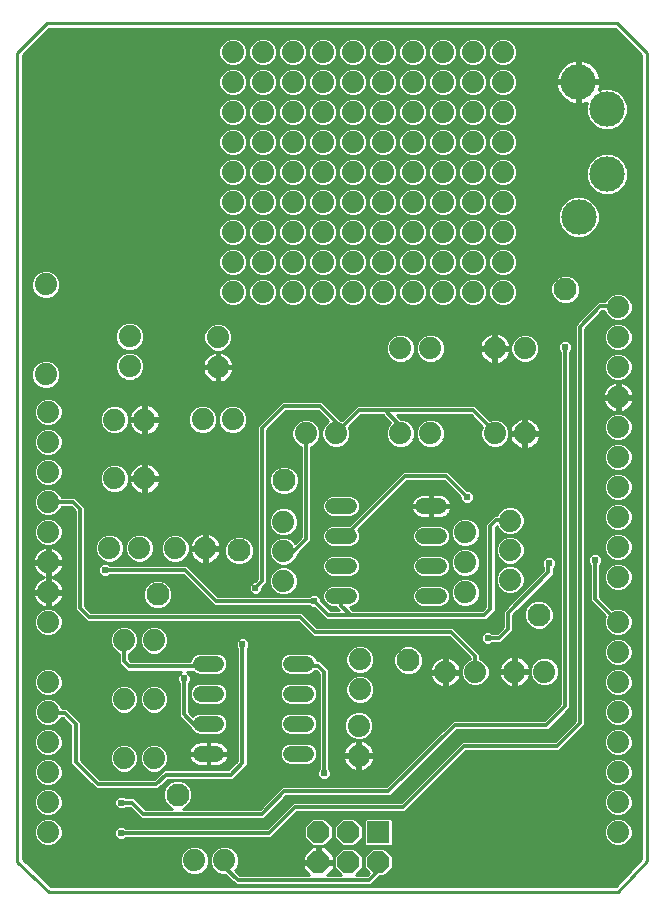
<source format=gbl>
G75*
%MOIN*%
%OFA0B0*%
%FSLAX25Y25*%
%IPPOS*%
%LPD*%
%AMOC8*
5,1,8,0,0,1.08239X$1,22.5*
%
%ADD10C,0.01000*%
%ADD11C,0.01008*%
%ADD12C,0.07400*%
%ADD13R,0.07400X0.07400*%
%ADD14OC8,0.07400*%
%ADD15C,0.05200*%
%ADD16C,0.11811*%
%ADD17C,0.07677*%
%ADD18C,0.01181*%
%ADD19C,0.02381*%
D10*
X0017669Y0023032D02*
X0079561Y0023032D01*
X0080397Y0022196D02*
X0080397Y0022196D01*
X0077922Y0024671D01*
X0076605Y0024671D01*
X0074841Y0025402D01*
X0073491Y0026752D01*
X0072760Y0028516D01*
X0072760Y0030426D01*
X0073491Y0032190D01*
X0074841Y0033540D01*
X0076605Y0034271D01*
X0078515Y0034271D01*
X0080279Y0033540D01*
X0081629Y0032190D01*
X0082360Y0030426D01*
X0082360Y0028516D01*
X0081629Y0026752D01*
X0081126Y0026249D01*
X0082788Y0024587D01*
X0105799Y0024587D01*
X0103620Y0026766D01*
X0103620Y0028420D01*
X0108320Y0028420D01*
X0108320Y0029420D01*
X0108320Y0034120D01*
X0106666Y0034120D01*
X0103620Y0031074D01*
X0103620Y0029420D01*
X0108320Y0029420D01*
X0109320Y0029420D01*
X0109320Y0034120D01*
X0110974Y0034120D01*
X0114020Y0031074D01*
X0114020Y0029420D01*
X0109320Y0029420D01*
X0109320Y0028420D01*
X0114020Y0028420D01*
X0114020Y0026766D01*
X0111841Y0024587D01*
X0116365Y0024587D01*
X0114020Y0026931D01*
X0114020Y0030908D01*
X0116832Y0033720D01*
X0120808Y0033720D01*
X0123620Y0030908D01*
X0123620Y0026931D01*
X0121275Y0024587D01*
X0124970Y0024587D01*
X0125667Y0025284D01*
X0124020Y0026931D01*
X0124020Y0030908D01*
X0126832Y0033720D01*
X0130808Y0033720D01*
X0133620Y0030908D01*
X0133620Y0026931D01*
X0130808Y0024120D01*
X0129285Y0024120D01*
X0126370Y0021206D01*
X0081387Y0021206D01*
X0080397Y0022196D01*
X0080559Y0022033D02*
X0018723Y0022033D01*
X0019774Y0021038D02*
X0010544Y0029780D01*
X0010544Y0297823D01*
X0019218Y0306601D01*
X0207638Y0306601D01*
X0216387Y0297818D01*
X0216387Y0029915D01*
X0207961Y0021038D01*
X0019774Y0021038D01*
X0018977Y0019038D02*
X0008544Y0028920D01*
X0008544Y0298644D01*
X0018387Y0308605D01*
X0018426Y0308644D01*
X0018240Y0305611D02*
X0208625Y0305611D01*
X0209619Y0304612D02*
X0017253Y0304612D01*
X0016266Y0303614D02*
X0079049Y0303614D01*
X0079400Y0303759D02*
X0077636Y0303028D01*
X0076286Y0301678D01*
X0075555Y0299914D01*
X0075555Y0298004D01*
X0076286Y0296240D01*
X0077636Y0294890D01*
X0079400Y0294159D01*
X0081310Y0294159D01*
X0083074Y0294890D01*
X0084424Y0296240D01*
X0085155Y0298004D01*
X0085155Y0299914D01*
X0084424Y0301678D01*
X0083074Y0303028D01*
X0081310Y0303759D01*
X0079400Y0303759D01*
X0081661Y0303614D02*
X0089049Y0303614D01*
X0089400Y0303759D02*
X0087636Y0303028D01*
X0086286Y0301678D01*
X0085555Y0299914D01*
X0085555Y0298004D01*
X0086286Y0296240D01*
X0087636Y0294890D01*
X0089400Y0294159D01*
X0091310Y0294159D01*
X0093074Y0294890D01*
X0094424Y0296240D01*
X0095155Y0298004D01*
X0095155Y0299914D01*
X0094424Y0301678D01*
X0093074Y0303028D01*
X0091310Y0303759D01*
X0089400Y0303759D01*
X0091661Y0303614D02*
X0099049Y0303614D01*
X0099400Y0303759D02*
X0097636Y0303028D01*
X0096286Y0301678D01*
X0095555Y0299914D01*
X0095555Y0298004D01*
X0096286Y0296240D01*
X0097636Y0294890D01*
X0099400Y0294159D01*
X0101310Y0294159D01*
X0103074Y0294890D01*
X0104424Y0296240D01*
X0105155Y0298004D01*
X0105155Y0299914D01*
X0104424Y0301678D01*
X0103074Y0303028D01*
X0101310Y0303759D01*
X0099400Y0303759D01*
X0101661Y0303614D02*
X0109049Y0303614D01*
X0109400Y0303759D02*
X0107636Y0303028D01*
X0106286Y0301678D01*
X0105555Y0299914D01*
X0105555Y0298004D01*
X0106286Y0296240D01*
X0107636Y0294890D01*
X0109400Y0294159D01*
X0111310Y0294159D01*
X0113074Y0294890D01*
X0114424Y0296240D01*
X0115155Y0298004D01*
X0115155Y0299914D01*
X0114424Y0301678D01*
X0113074Y0303028D01*
X0111310Y0303759D01*
X0109400Y0303759D01*
X0111661Y0303614D02*
X0119049Y0303614D01*
X0119400Y0303759D02*
X0117636Y0303028D01*
X0116286Y0301678D01*
X0115555Y0299914D01*
X0115555Y0298004D01*
X0116286Y0296240D01*
X0117636Y0294890D01*
X0119400Y0294159D01*
X0121310Y0294159D01*
X0123074Y0294890D01*
X0124424Y0296240D01*
X0125155Y0298004D01*
X0125155Y0299914D01*
X0124424Y0301678D01*
X0123074Y0303028D01*
X0121310Y0303759D01*
X0119400Y0303759D01*
X0121661Y0303614D02*
X0129049Y0303614D01*
X0129400Y0303759D02*
X0127636Y0303028D01*
X0126286Y0301678D01*
X0125555Y0299914D01*
X0125555Y0298004D01*
X0126286Y0296240D01*
X0127636Y0294890D01*
X0129400Y0294159D01*
X0131310Y0294159D01*
X0133074Y0294890D01*
X0134424Y0296240D01*
X0135155Y0298004D01*
X0135155Y0299914D01*
X0134424Y0301678D01*
X0133074Y0303028D01*
X0131310Y0303759D01*
X0129400Y0303759D01*
X0131661Y0303614D02*
X0139049Y0303614D01*
X0139400Y0303759D02*
X0137636Y0303028D01*
X0136286Y0301678D01*
X0135555Y0299914D01*
X0135555Y0298004D01*
X0136286Y0296240D01*
X0137636Y0294890D01*
X0139400Y0294159D01*
X0141310Y0294159D01*
X0143074Y0294890D01*
X0144424Y0296240D01*
X0145155Y0298004D01*
X0145155Y0299914D01*
X0144424Y0301678D01*
X0143074Y0303028D01*
X0141310Y0303759D01*
X0139400Y0303759D01*
X0141661Y0303614D02*
X0149049Y0303614D01*
X0149400Y0303759D02*
X0147636Y0303028D01*
X0146286Y0301678D01*
X0145555Y0299914D01*
X0145555Y0298004D01*
X0146286Y0296240D01*
X0147636Y0294890D01*
X0149400Y0294159D01*
X0151310Y0294159D01*
X0153074Y0294890D01*
X0154424Y0296240D01*
X0155155Y0298004D01*
X0155155Y0299914D01*
X0154424Y0301678D01*
X0153074Y0303028D01*
X0151310Y0303759D01*
X0149400Y0303759D01*
X0151661Y0303614D02*
X0159049Y0303614D01*
X0159400Y0303759D02*
X0157636Y0303028D01*
X0156286Y0301678D01*
X0155555Y0299914D01*
X0155555Y0298004D01*
X0156286Y0296240D01*
X0157636Y0294890D01*
X0159400Y0294159D01*
X0161310Y0294159D01*
X0163074Y0294890D01*
X0164424Y0296240D01*
X0165155Y0298004D01*
X0165155Y0299914D01*
X0164424Y0301678D01*
X0163074Y0303028D01*
X0161310Y0303759D01*
X0159400Y0303759D01*
X0161661Y0303614D02*
X0169049Y0303614D01*
X0169400Y0303759D02*
X0167636Y0303028D01*
X0166286Y0301678D01*
X0165555Y0299914D01*
X0165555Y0298004D01*
X0166286Y0296240D01*
X0167636Y0294890D01*
X0169400Y0294159D01*
X0171310Y0294159D01*
X0173074Y0294890D01*
X0174424Y0296240D01*
X0175155Y0298004D01*
X0175155Y0299914D01*
X0174424Y0301678D01*
X0173074Y0303028D01*
X0171310Y0303759D01*
X0169400Y0303759D01*
X0171661Y0303614D02*
X0210614Y0303614D01*
X0211609Y0302615D02*
X0173487Y0302615D01*
X0174450Y0301616D02*
X0212603Y0301616D01*
X0213598Y0300618D02*
X0174864Y0300618D01*
X0175155Y0299619D02*
X0214592Y0299619D01*
X0215587Y0298621D02*
X0175155Y0298621D01*
X0174997Y0297622D02*
X0216387Y0297622D01*
X0216387Y0296624D02*
X0174583Y0296624D01*
X0173810Y0295625D02*
X0192286Y0295625D01*
X0192250Y0295611D02*
X0191410Y0295125D01*
X0190640Y0294534D01*
X0189953Y0293848D01*
X0189362Y0293078D01*
X0188877Y0292237D01*
X0188505Y0291340D01*
X0188254Y0290403D01*
X0188129Y0289455D01*
X0195033Y0289455D01*
X0195033Y0296358D01*
X0194085Y0296234D01*
X0193147Y0295982D01*
X0192250Y0295611D01*
X0190760Y0294627D02*
X0172440Y0294627D01*
X0171625Y0293628D02*
X0189785Y0293628D01*
X0189104Y0292630D02*
X0173473Y0292630D01*
X0173074Y0293028D02*
X0174424Y0291678D01*
X0175155Y0289914D01*
X0175155Y0288004D01*
X0174424Y0286240D01*
X0173074Y0284890D01*
X0171310Y0284159D01*
X0169400Y0284159D01*
X0167636Y0284890D01*
X0166286Y0286240D01*
X0165555Y0288004D01*
X0165555Y0289914D01*
X0166286Y0291678D01*
X0167636Y0293028D01*
X0169400Y0293759D01*
X0171310Y0293759D01*
X0173074Y0293028D01*
X0174444Y0291631D02*
X0188626Y0291631D01*
X0188316Y0290633D02*
X0174857Y0290633D01*
X0175155Y0289634D02*
X0188153Y0289634D01*
X0188129Y0288455D02*
X0188254Y0287507D01*
X0188505Y0286569D01*
X0188877Y0285672D01*
X0189362Y0284832D01*
X0189953Y0284061D01*
X0190640Y0283375D01*
X0191410Y0282784D01*
X0192250Y0282299D01*
X0193147Y0281927D01*
X0194085Y0281676D01*
X0195033Y0281551D01*
X0195033Y0288455D01*
X0188129Y0288455D01*
X0188237Y0287637D02*
X0175003Y0287637D01*
X0175155Y0288636D02*
X0195033Y0288636D01*
X0195033Y0288455D02*
X0195033Y0289455D01*
X0196033Y0289455D01*
X0196033Y0296358D01*
X0196981Y0296234D01*
X0197918Y0295982D01*
X0198815Y0295611D01*
X0199656Y0295125D01*
X0200426Y0294534D01*
X0201112Y0293848D01*
X0201703Y0293078D01*
X0202189Y0292237D01*
X0202560Y0291340D01*
X0202812Y0290403D01*
X0202936Y0289455D01*
X0196033Y0289455D01*
X0196033Y0288455D01*
X0202936Y0288455D01*
X0202812Y0287507D01*
X0202560Y0286569D01*
X0202499Y0286420D01*
X0203577Y0286867D01*
X0206363Y0286867D01*
X0208938Y0285800D01*
X0210909Y0283830D01*
X0211975Y0281255D01*
X0211975Y0278468D01*
X0210909Y0275893D01*
X0208938Y0273922D01*
X0206363Y0272856D01*
X0203577Y0272856D01*
X0201002Y0273922D01*
X0199031Y0275893D01*
X0197964Y0278468D01*
X0197964Y0281255D01*
X0198310Y0282090D01*
X0197918Y0281927D01*
X0196981Y0281676D01*
X0196033Y0281551D01*
X0196033Y0288455D01*
X0195033Y0288455D01*
X0195033Y0287637D02*
X0196033Y0287637D01*
X0196033Y0286639D02*
X0195033Y0286639D01*
X0195033Y0285640D02*
X0196033Y0285640D01*
X0196033Y0284642D02*
X0195033Y0284642D01*
X0195033Y0283643D02*
X0196033Y0283643D01*
X0196033Y0282645D02*
X0195033Y0282645D01*
X0195033Y0281646D02*
X0196033Y0281646D01*
X0196755Y0281646D02*
X0198127Y0281646D01*
X0197964Y0280648D02*
X0174851Y0280648D01*
X0175155Y0279914D02*
X0174424Y0281678D01*
X0173074Y0283028D01*
X0171310Y0283759D01*
X0169400Y0283759D01*
X0167636Y0283028D01*
X0166286Y0281678D01*
X0165555Y0279914D01*
X0165555Y0278004D01*
X0166286Y0276240D01*
X0167636Y0274890D01*
X0169400Y0274159D01*
X0171310Y0274159D01*
X0173074Y0274890D01*
X0174424Y0276240D01*
X0175155Y0278004D01*
X0175155Y0279914D01*
X0175155Y0279649D02*
X0197964Y0279649D01*
X0197964Y0278651D02*
X0175155Y0278651D01*
X0175009Y0277652D02*
X0198302Y0277652D01*
X0198716Y0276654D02*
X0174596Y0276654D01*
X0173840Y0275655D02*
X0199269Y0275655D01*
X0200267Y0274657D02*
X0172511Y0274657D01*
X0171554Y0273658D02*
X0201639Y0273658D01*
X0208301Y0273658D02*
X0216387Y0273658D01*
X0216387Y0272660D02*
X0173443Y0272660D01*
X0173074Y0273028D02*
X0174424Y0271678D01*
X0175155Y0269914D01*
X0175155Y0268004D01*
X0174424Y0266240D01*
X0173074Y0264890D01*
X0171310Y0264159D01*
X0169400Y0264159D01*
X0167636Y0264890D01*
X0166286Y0266240D01*
X0165555Y0268004D01*
X0165555Y0269914D01*
X0166286Y0271678D01*
X0167636Y0273028D01*
X0169400Y0273759D01*
X0171310Y0273759D01*
X0173074Y0273028D01*
X0174431Y0271661D02*
X0216387Y0271661D01*
X0216387Y0270663D02*
X0174845Y0270663D01*
X0175155Y0269664D02*
X0216387Y0269664D01*
X0216387Y0268666D02*
X0175155Y0268666D01*
X0175016Y0267667D02*
X0216387Y0267667D01*
X0216387Y0266669D02*
X0174602Y0266669D01*
X0173854Y0265670D02*
X0216387Y0265670D01*
X0216387Y0264672D02*
X0207768Y0264672D01*
X0208977Y0264171D02*
X0206402Y0265238D01*
X0203615Y0265238D01*
X0201040Y0264171D01*
X0199069Y0262200D01*
X0198003Y0259626D01*
X0198003Y0256839D01*
X0199069Y0254264D01*
X0201040Y0252293D01*
X0203615Y0251227D01*
X0206402Y0251227D01*
X0208977Y0252293D01*
X0210947Y0254264D01*
X0212014Y0256839D01*
X0212014Y0259626D01*
X0210947Y0262200D01*
X0208977Y0264171D01*
X0209475Y0263673D02*
X0216387Y0263673D01*
X0216387Y0262675D02*
X0210473Y0262675D01*
X0211165Y0261676D02*
X0216387Y0261676D01*
X0216387Y0260678D02*
X0211578Y0260678D01*
X0211992Y0259679D02*
X0216387Y0259679D01*
X0216387Y0258681D02*
X0212014Y0258681D01*
X0212014Y0257682D02*
X0216387Y0257682D01*
X0216387Y0256683D02*
X0211950Y0256683D01*
X0211536Y0255685D02*
X0216387Y0255685D01*
X0216387Y0254686D02*
X0211122Y0254686D01*
X0210372Y0253688D02*
X0216387Y0253688D01*
X0216387Y0252689D02*
X0209373Y0252689D01*
X0207523Y0251691D02*
X0216387Y0251691D01*
X0216387Y0250692D02*
X0197651Y0250692D01*
X0197006Y0250959D02*
X0194219Y0250959D01*
X0191645Y0249893D01*
X0189674Y0247922D01*
X0188607Y0245347D01*
X0188607Y0242560D01*
X0189674Y0239986D01*
X0191645Y0238015D01*
X0194219Y0236948D01*
X0197006Y0236948D01*
X0199581Y0238015D01*
X0201552Y0239986D01*
X0202618Y0242560D01*
X0202618Y0245347D01*
X0201552Y0247922D01*
X0199581Y0249893D01*
X0197006Y0250959D01*
X0199780Y0249694D02*
X0216387Y0249694D01*
X0216387Y0248695D02*
X0200779Y0248695D01*
X0201645Y0247697D02*
X0216387Y0247697D01*
X0216387Y0246698D02*
X0202059Y0246698D01*
X0202472Y0245700D02*
X0216387Y0245700D01*
X0216387Y0244701D02*
X0202618Y0244701D01*
X0202618Y0243703D02*
X0216387Y0243703D01*
X0216387Y0242704D02*
X0202618Y0242704D01*
X0202264Y0241706D02*
X0216387Y0241706D01*
X0216387Y0240707D02*
X0201851Y0240707D01*
X0201275Y0239709D02*
X0216387Y0239709D01*
X0216387Y0238710D02*
X0200277Y0238710D01*
X0198849Y0237712D02*
X0216387Y0237712D01*
X0216387Y0236713D02*
X0174620Y0236713D01*
X0174424Y0236240D02*
X0175155Y0238004D01*
X0175155Y0239914D01*
X0174424Y0241678D01*
X0173074Y0243028D01*
X0171310Y0243759D01*
X0169400Y0243759D01*
X0167636Y0243028D01*
X0166286Y0241678D01*
X0165555Y0239914D01*
X0165555Y0238004D01*
X0166286Y0236240D01*
X0167636Y0234890D01*
X0169400Y0234159D01*
X0171310Y0234159D01*
X0173074Y0234890D01*
X0174424Y0236240D01*
X0173899Y0235715D02*
X0216387Y0235715D01*
X0216387Y0234716D02*
X0172655Y0234716D01*
X0171410Y0233718D02*
X0216387Y0233718D01*
X0216387Y0232719D02*
X0173383Y0232719D01*
X0173074Y0233028D02*
X0174424Y0231678D01*
X0175155Y0229914D01*
X0175155Y0228004D01*
X0174424Y0226240D01*
X0173074Y0224890D01*
X0171310Y0224159D01*
X0169400Y0224159D01*
X0167636Y0224890D01*
X0166286Y0226240D01*
X0165555Y0228004D01*
X0165555Y0229914D01*
X0166286Y0231678D01*
X0167636Y0233028D01*
X0169400Y0233759D01*
X0171310Y0233759D01*
X0173074Y0233028D01*
X0174382Y0231721D02*
X0216387Y0231721D01*
X0216387Y0230722D02*
X0174820Y0230722D01*
X0175155Y0229724D02*
X0216387Y0229724D01*
X0216387Y0228725D02*
X0175155Y0228725D01*
X0175040Y0227727D02*
X0216387Y0227727D01*
X0216387Y0226728D02*
X0174627Y0226728D01*
X0173914Y0225730D02*
X0216387Y0225730D01*
X0216387Y0224731D02*
X0192204Y0224731D01*
X0192125Y0224764D02*
X0190160Y0224764D01*
X0188345Y0224012D01*
X0186956Y0222623D01*
X0186204Y0220808D01*
X0186204Y0218843D01*
X0186956Y0217028D01*
X0188345Y0215638D01*
X0190160Y0214887D01*
X0192125Y0214887D01*
X0193940Y0215638D01*
X0195329Y0217028D01*
X0196081Y0218843D01*
X0196081Y0220808D01*
X0195329Y0222623D01*
X0193940Y0224012D01*
X0192125Y0224764D01*
X0190081Y0224731D02*
X0172691Y0224731D01*
X0171374Y0223733D02*
X0188066Y0223733D01*
X0187067Y0222734D02*
X0173368Y0222734D01*
X0173074Y0223028D02*
X0174424Y0221678D01*
X0175155Y0219914D01*
X0175155Y0218004D01*
X0174424Y0216240D01*
X0173074Y0214890D01*
X0171310Y0214159D01*
X0169400Y0214159D01*
X0167636Y0214890D01*
X0166286Y0216240D01*
X0165555Y0218004D01*
X0165555Y0219914D01*
X0166286Y0221678D01*
X0167636Y0223028D01*
X0169400Y0223759D01*
X0171310Y0223759D01*
X0173074Y0223028D01*
X0174367Y0221736D02*
X0186588Y0221736D01*
X0186204Y0220737D02*
X0174814Y0220737D01*
X0175155Y0219739D02*
X0186204Y0219739D01*
X0186247Y0218740D02*
X0175155Y0218740D01*
X0175046Y0217742D02*
X0186660Y0217742D01*
X0187241Y0216743D02*
X0174633Y0216743D01*
X0173929Y0215745D02*
X0188239Y0215745D01*
X0194046Y0215745D02*
X0202033Y0215745D01*
X0202135Y0215846D02*
X0194373Y0208084D01*
X0194373Y0075959D01*
X0187765Y0069350D01*
X0156860Y0069350D01*
X0155869Y0068360D01*
X0136348Y0048839D01*
X0100324Y0048839D01*
X0099334Y0047848D01*
X0091820Y0040335D01*
X0044660Y0040335D01*
X0044060Y0040935D01*
X0042162Y0040935D01*
X0040821Y0039593D01*
X0040821Y0037695D01*
X0042162Y0036354D01*
X0044060Y0036354D01*
X0044660Y0036954D01*
X0093221Y0036954D01*
X0101725Y0045457D01*
X0137748Y0045457D01*
X0158260Y0065969D01*
X0189166Y0065969D01*
X0197754Y0074558D01*
X0197754Y0075959D01*
X0197754Y0206684D01*
X0203536Y0212465D01*
X0204227Y0212465D01*
X0204751Y0211201D01*
X0206101Y0209850D01*
X0207865Y0209120D01*
X0209775Y0209120D01*
X0211539Y0209850D01*
X0212889Y0211201D01*
X0213620Y0212965D01*
X0213620Y0214874D01*
X0212889Y0216639D01*
X0211539Y0217989D01*
X0209775Y0218720D01*
X0207865Y0218720D01*
X0206101Y0217989D01*
X0204751Y0216639D01*
X0204422Y0215846D01*
X0202135Y0215846D01*
X0201035Y0214746D02*
X0172727Y0214746D01*
X0167983Y0214746D02*
X0162727Y0214746D01*
X0163074Y0214890D02*
X0164424Y0216240D01*
X0165155Y0218004D01*
X0165155Y0219914D01*
X0164424Y0221678D01*
X0163074Y0223028D01*
X0161310Y0223759D01*
X0159400Y0223759D01*
X0157636Y0223028D01*
X0156286Y0221678D01*
X0155555Y0219914D01*
X0155555Y0218004D01*
X0156286Y0216240D01*
X0157636Y0214890D01*
X0159400Y0214159D01*
X0161310Y0214159D01*
X0163074Y0214890D01*
X0163929Y0215745D02*
X0166782Y0215745D01*
X0166078Y0216743D02*
X0164633Y0216743D01*
X0165046Y0217742D02*
X0165664Y0217742D01*
X0165555Y0218740D02*
X0165155Y0218740D01*
X0165155Y0219739D02*
X0165555Y0219739D01*
X0165896Y0220737D02*
X0164814Y0220737D01*
X0164367Y0221736D02*
X0166344Y0221736D01*
X0167342Y0222734D02*
X0163368Y0222734D01*
X0162691Y0224731D02*
X0168019Y0224731D01*
X0166796Y0225730D02*
X0163914Y0225730D01*
X0164424Y0226240D02*
X0165155Y0228004D01*
X0165155Y0229914D01*
X0164424Y0231678D01*
X0163074Y0233028D01*
X0161310Y0233759D01*
X0159400Y0233759D01*
X0157636Y0233028D01*
X0156286Y0231678D01*
X0155555Y0229914D01*
X0155555Y0228004D01*
X0156286Y0226240D01*
X0157636Y0224890D01*
X0159400Y0224159D01*
X0161310Y0224159D01*
X0163074Y0224890D01*
X0164424Y0226240D01*
X0164627Y0226728D02*
X0166084Y0226728D01*
X0165670Y0227727D02*
X0165040Y0227727D01*
X0165155Y0228725D02*
X0165555Y0228725D01*
X0165555Y0229724D02*
X0165155Y0229724D01*
X0164820Y0230722D02*
X0165890Y0230722D01*
X0166329Y0231721D02*
X0164382Y0231721D01*
X0163383Y0232719D02*
X0167327Y0232719D01*
X0168055Y0234716D02*
X0162655Y0234716D01*
X0163074Y0234890D02*
X0164424Y0236240D01*
X0165155Y0238004D01*
X0165155Y0239914D01*
X0164424Y0241678D01*
X0163074Y0243028D01*
X0161310Y0243759D01*
X0159400Y0243759D01*
X0157636Y0243028D01*
X0156286Y0241678D01*
X0155555Y0239914D01*
X0155555Y0238004D01*
X0156286Y0236240D01*
X0157636Y0234890D01*
X0159400Y0234159D01*
X0161310Y0234159D01*
X0163074Y0234890D01*
X0163899Y0235715D02*
X0166811Y0235715D01*
X0166090Y0236713D02*
X0164620Y0236713D01*
X0165034Y0237712D02*
X0165676Y0237712D01*
X0165555Y0238710D02*
X0165155Y0238710D01*
X0165155Y0239709D02*
X0165555Y0239709D01*
X0165884Y0240707D02*
X0164827Y0240707D01*
X0164397Y0241706D02*
X0166314Y0241706D01*
X0167312Y0242704D02*
X0163398Y0242704D01*
X0162619Y0244701D02*
X0168091Y0244701D01*
X0167636Y0244890D02*
X0169400Y0244159D01*
X0171310Y0244159D01*
X0173074Y0244890D01*
X0174424Y0246240D01*
X0175155Y0248004D01*
X0175155Y0249914D01*
X0174424Y0251678D01*
X0173074Y0253028D01*
X0171310Y0253759D01*
X0169400Y0253759D01*
X0167636Y0253028D01*
X0166286Y0251678D01*
X0165555Y0249914D01*
X0165555Y0248004D01*
X0166286Y0246240D01*
X0167636Y0244890D01*
X0166826Y0245700D02*
X0163884Y0245700D01*
X0164424Y0246240D02*
X0165155Y0248004D01*
X0165155Y0249914D01*
X0164424Y0251678D01*
X0163074Y0253028D01*
X0161310Y0253759D01*
X0159400Y0253759D01*
X0157636Y0253028D01*
X0156286Y0251678D01*
X0155555Y0249914D01*
X0155555Y0248004D01*
X0156286Y0246240D01*
X0157636Y0244890D01*
X0159400Y0244159D01*
X0161310Y0244159D01*
X0163074Y0244890D01*
X0164424Y0246240D01*
X0164614Y0246698D02*
X0166096Y0246698D01*
X0165683Y0247697D02*
X0165028Y0247697D01*
X0165155Y0248695D02*
X0165555Y0248695D01*
X0165555Y0249694D02*
X0165155Y0249694D01*
X0164833Y0250692D02*
X0165878Y0250692D01*
X0166299Y0251691D02*
X0164412Y0251691D01*
X0163413Y0252689D02*
X0167297Y0252689D01*
X0168127Y0254686D02*
X0162583Y0254686D01*
X0163074Y0254890D02*
X0164424Y0256240D01*
X0165155Y0258004D01*
X0165155Y0259914D01*
X0164424Y0261678D01*
X0163074Y0263028D01*
X0161310Y0263759D01*
X0159400Y0263759D01*
X0157636Y0263028D01*
X0156286Y0261678D01*
X0155555Y0259914D01*
X0155555Y0258004D01*
X0156286Y0256240D01*
X0157636Y0254890D01*
X0159400Y0254159D01*
X0161310Y0254159D01*
X0163074Y0254890D01*
X0163869Y0255685D02*
X0166841Y0255685D01*
X0166286Y0256240D02*
X0167636Y0254890D01*
X0169400Y0254159D01*
X0171310Y0254159D01*
X0173074Y0254890D01*
X0174424Y0256240D01*
X0175155Y0258004D01*
X0175155Y0259914D01*
X0174424Y0261678D01*
X0173074Y0263028D01*
X0171310Y0263759D01*
X0169400Y0263759D01*
X0167636Y0263028D01*
X0166286Y0261678D01*
X0165555Y0259914D01*
X0165555Y0258004D01*
X0166286Y0256240D01*
X0166102Y0256683D02*
X0164608Y0256683D01*
X0165022Y0257682D02*
X0165689Y0257682D01*
X0165555Y0258681D02*
X0165155Y0258681D01*
X0165155Y0259679D02*
X0165555Y0259679D01*
X0165872Y0260678D02*
X0164839Y0260678D01*
X0164425Y0261676D02*
X0166285Y0261676D01*
X0167283Y0262675D02*
X0163428Y0262675D01*
X0161518Y0263673D02*
X0169193Y0263673D01*
X0168163Y0264672D02*
X0162547Y0264672D01*
X0163074Y0264890D02*
X0164424Y0266240D01*
X0165155Y0268004D01*
X0165155Y0269914D01*
X0164424Y0271678D01*
X0163074Y0273028D01*
X0161310Y0273759D01*
X0159400Y0273759D01*
X0157636Y0273028D01*
X0156286Y0271678D01*
X0155555Y0269914D01*
X0155555Y0268004D01*
X0156286Y0266240D01*
X0157636Y0264890D01*
X0159400Y0264159D01*
X0161310Y0264159D01*
X0163074Y0264890D01*
X0163854Y0265670D02*
X0166856Y0265670D01*
X0166108Y0266669D02*
X0164602Y0266669D01*
X0165016Y0267667D02*
X0165695Y0267667D01*
X0165555Y0268666D02*
X0165155Y0268666D01*
X0165155Y0269664D02*
X0165555Y0269664D01*
X0165865Y0270663D02*
X0164845Y0270663D01*
X0164431Y0271661D02*
X0166279Y0271661D01*
X0167268Y0272660D02*
X0163443Y0272660D01*
X0161554Y0273658D02*
X0169157Y0273658D01*
X0168199Y0274657D02*
X0162511Y0274657D01*
X0163074Y0274890D02*
X0164424Y0276240D01*
X0165155Y0278004D01*
X0165155Y0279914D01*
X0164424Y0281678D01*
X0163074Y0283028D01*
X0161310Y0283759D01*
X0159400Y0283759D01*
X0157636Y0283028D01*
X0156286Y0281678D01*
X0155555Y0279914D01*
X0155555Y0278004D01*
X0156286Y0276240D01*
X0157636Y0274890D01*
X0159400Y0274159D01*
X0161310Y0274159D01*
X0163074Y0274890D01*
X0163840Y0275655D02*
X0166871Y0275655D01*
X0166115Y0276654D02*
X0164596Y0276654D01*
X0165009Y0277652D02*
X0165701Y0277652D01*
X0165555Y0278651D02*
X0165155Y0278651D01*
X0165155Y0279649D02*
X0165555Y0279649D01*
X0165859Y0280648D02*
X0164851Y0280648D01*
X0164438Y0281646D02*
X0166273Y0281646D01*
X0167253Y0282645D02*
X0163458Y0282645D01*
X0161589Y0283643D02*
X0169121Y0283643D01*
X0168235Y0284642D02*
X0162475Y0284642D01*
X0163074Y0284890D02*
X0164424Y0286240D01*
X0165155Y0288004D01*
X0165155Y0289914D01*
X0164424Y0291678D01*
X0163074Y0293028D01*
X0161310Y0293759D01*
X0159400Y0293759D01*
X0157636Y0293028D01*
X0156286Y0291678D01*
X0155555Y0289914D01*
X0155555Y0288004D01*
X0156286Y0286240D01*
X0157636Y0284890D01*
X0159400Y0284159D01*
X0161310Y0284159D01*
X0163074Y0284890D01*
X0163825Y0285640D02*
X0166886Y0285640D01*
X0166121Y0286639D02*
X0164590Y0286639D01*
X0165003Y0287637D02*
X0165707Y0287637D01*
X0165555Y0288636D02*
X0165155Y0288636D01*
X0165155Y0289634D02*
X0165555Y0289634D01*
X0165853Y0290633D02*
X0164857Y0290633D01*
X0164444Y0291631D02*
X0166267Y0291631D01*
X0167238Y0292630D02*
X0163473Y0292630D01*
X0161625Y0293628D02*
X0169085Y0293628D01*
X0168271Y0294627D02*
X0162440Y0294627D01*
X0163810Y0295625D02*
X0166901Y0295625D01*
X0166127Y0296624D02*
X0164583Y0296624D01*
X0164997Y0297622D02*
X0165713Y0297622D01*
X0165555Y0298621D02*
X0165155Y0298621D01*
X0165155Y0299619D02*
X0165555Y0299619D01*
X0165847Y0300618D02*
X0164864Y0300618D01*
X0164450Y0301616D02*
X0166261Y0301616D01*
X0167223Y0302615D02*
X0163487Y0302615D01*
X0159085Y0293628D02*
X0151625Y0293628D01*
X0151310Y0293759D02*
X0149400Y0293759D01*
X0147636Y0293028D01*
X0146286Y0291678D01*
X0145555Y0289914D01*
X0145555Y0288004D01*
X0146286Y0286240D01*
X0147636Y0284890D01*
X0149400Y0284159D01*
X0151310Y0284159D01*
X0153074Y0284890D01*
X0154424Y0286240D01*
X0155155Y0288004D01*
X0155155Y0289914D01*
X0154424Y0291678D01*
X0153074Y0293028D01*
X0151310Y0293759D01*
X0152440Y0294627D02*
X0158271Y0294627D01*
X0156901Y0295625D02*
X0153810Y0295625D01*
X0154583Y0296624D02*
X0156127Y0296624D01*
X0155713Y0297622D02*
X0154997Y0297622D01*
X0155155Y0298621D02*
X0155555Y0298621D01*
X0155555Y0299619D02*
X0155155Y0299619D01*
X0154864Y0300618D02*
X0155847Y0300618D01*
X0156261Y0301616D02*
X0154450Y0301616D01*
X0153487Y0302615D02*
X0157223Y0302615D01*
X0157238Y0292630D02*
X0153473Y0292630D01*
X0154444Y0291631D02*
X0156267Y0291631D01*
X0155853Y0290633D02*
X0154857Y0290633D01*
X0155155Y0289634D02*
X0155555Y0289634D01*
X0155555Y0288636D02*
X0155155Y0288636D01*
X0155003Y0287637D02*
X0155707Y0287637D01*
X0156121Y0286639D02*
X0154590Y0286639D01*
X0153825Y0285640D02*
X0156886Y0285640D01*
X0158235Y0284642D02*
X0152475Y0284642D01*
X0151589Y0283643D02*
X0159121Y0283643D01*
X0157253Y0282645D02*
X0153458Y0282645D01*
X0153074Y0283028D02*
X0154424Y0281678D01*
X0155155Y0279914D01*
X0155155Y0278004D01*
X0154424Y0276240D01*
X0153074Y0274890D01*
X0151310Y0274159D01*
X0149400Y0274159D01*
X0147636Y0274890D01*
X0146286Y0276240D01*
X0145555Y0278004D01*
X0145555Y0279914D01*
X0146286Y0281678D01*
X0147636Y0283028D01*
X0149400Y0283759D01*
X0151310Y0283759D01*
X0153074Y0283028D01*
X0154438Y0281646D02*
X0156273Y0281646D01*
X0155859Y0280648D02*
X0154851Y0280648D01*
X0155155Y0279649D02*
X0155555Y0279649D01*
X0155555Y0278651D02*
X0155155Y0278651D01*
X0155009Y0277652D02*
X0155701Y0277652D01*
X0156115Y0276654D02*
X0154596Y0276654D01*
X0153840Y0275655D02*
X0156871Y0275655D01*
X0158199Y0274657D02*
X0152511Y0274657D01*
X0151554Y0273658D02*
X0159157Y0273658D01*
X0157268Y0272660D02*
X0153443Y0272660D01*
X0153074Y0273028D02*
X0154424Y0271678D01*
X0155155Y0269914D01*
X0155155Y0268004D01*
X0154424Y0266240D01*
X0153074Y0264890D01*
X0151310Y0264159D01*
X0149400Y0264159D01*
X0147636Y0264890D01*
X0146286Y0266240D01*
X0145555Y0268004D01*
X0145555Y0269914D01*
X0146286Y0271678D01*
X0147636Y0273028D01*
X0149400Y0273759D01*
X0151310Y0273759D01*
X0153074Y0273028D01*
X0154431Y0271661D02*
X0156279Y0271661D01*
X0155865Y0270663D02*
X0154845Y0270663D01*
X0155155Y0269664D02*
X0155555Y0269664D01*
X0155555Y0268666D02*
X0155155Y0268666D01*
X0155016Y0267667D02*
X0155695Y0267667D01*
X0156108Y0266669D02*
X0154602Y0266669D01*
X0153854Y0265670D02*
X0156856Y0265670D01*
X0158163Y0264672D02*
X0152547Y0264672D01*
X0151518Y0263673D02*
X0159193Y0263673D01*
X0157283Y0262675D02*
X0153428Y0262675D01*
X0153074Y0263028D02*
X0154424Y0261678D01*
X0155155Y0259914D01*
X0155155Y0258004D01*
X0154424Y0256240D01*
X0153074Y0254890D01*
X0151310Y0254159D01*
X0149400Y0254159D01*
X0147636Y0254890D01*
X0146286Y0256240D01*
X0145555Y0258004D01*
X0145555Y0259914D01*
X0146286Y0261678D01*
X0147636Y0263028D01*
X0149400Y0263759D01*
X0151310Y0263759D01*
X0153074Y0263028D01*
X0154425Y0261676D02*
X0156285Y0261676D01*
X0155872Y0260678D02*
X0154839Y0260678D01*
X0155155Y0259679D02*
X0155555Y0259679D01*
X0155555Y0258681D02*
X0155155Y0258681D01*
X0155022Y0257682D02*
X0155689Y0257682D01*
X0156102Y0256683D02*
X0154608Y0256683D01*
X0153869Y0255685D02*
X0156841Y0255685D01*
X0158127Y0254686D02*
X0152583Y0254686D01*
X0151482Y0253688D02*
X0159229Y0253688D01*
X0157297Y0252689D02*
X0153413Y0252689D01*
X0153074Y0253028D02*
X0154424Y0251678D01*
X0155155Y0249914D01*
X0155155Y0248004D01*
X0154424Y0246240D01*
X0153074Y0244890D01*
X0151310Y0244159D01*
X0149400Y0244159D01*
X0147636Y0244890D01*
X0146286Y0246240D01*
X0145555Y0248004D01*
X0145555Y0249914D01*
X0146286Y0251678D01*
X0147636Y0253028D01*
X0149400Y0253759D01*
X0151310Y0253759D01*
X0153074Y0253028D01*
X0154412Y0251691D02*
X0156299Y0251691D01*
X0155878Y0250692D02*
X0154833Y0250692D01*
X0155155Y0249694D02*
X0155555Y0249694D01*
X0155555Y0248695D02*
X0155155Y0248695D01*
X0155028Y0247697D02*
X0155683Y0247697D01*
X0156096Y0246698D02*
X0154614Y0246698D01*
X0153884Y0245700D02*
X0156826Y0245700D01*
X0158091Y0244701D02*
X0152619Y0244701D01*
X0151446Y0243703D02*
X0159265Y0243703D01*
X0161446Y0243703D02*
X0169265Y0243703D01*
X0171446Y0243703D02*
X0188607Y0243703D01*
X0188607Y0244701D02*
X0172619Y0244701D01*
X0173884Y0245700D02*
X0188753Y0245700D01*
X0189167Y0246698D02*
X0174614Y0246698D01*
X0175028Y0247697D02*
X0189581Y0247697D01*
X0190447Y0248695D02*
X0175155Y0248695D01*
X0175155Y0249694D02*
X0191446Y0249694D01*
X0193575Y0250692D02*
X0174833Y0250692D01*
X0174412Y0251691D02*
X0202494Y0251691D01*
X0200644Y0252689D02*
X0173413Y0252689D01*
X0172583Y0254686D02*
X0198894Y0254686D01*
X0198481Y0255685D02*
X0173869Y0255685D01*
X0174608Y0256683D02*
X0198067Y0256683D01*
X0198003Y0257682D02*
X0175022Y0257682D01*
X0175155Y0258681D02*
X0198003Y0258681D01*
X0198025Y0259679D02*
X0175155Y0259679D01*
X0174839Y0260678D02*
X0198439Y0260678D01*
X0198852Y0261676D02*
X0174425Y0261676D01*
X0173428Y0262675D02*
X0199544Y0262675D01*
X0200542Y0263673D02*
X0171518Y0263673D01*
X0172547Y0264672D02*
X0202248Y0264672D01*
X0199645Y0253688D02*
X0171482Y0253688D01*
X0169229Y0253688D02*
X0161482Y0253688D01*
X0157312Y0242704D02*
X0153398Y0242704D01*
X0153074Y0243028D02*
X0154424Y0241678D01*
X0155155Y0239914D01*
X0155155Y0238004D01*
X0154424Y0236240D01*
X0153074Y0234890D01*
X0151310Y0234159D01*
X0149400Y0234159D01*
X0147636Y0234890D01*
X0146286Y0236240D01*
X0145555Y0238004D01*
X0145555Y0239914D01*
X0146286Y0241678D01*
X0147636Y0243028D01*
X0149400Y0243759D01*
X0151310Y0243759D01*
X0153074Y0243028D01*
X0154397Y0241706D02*
X0156314Y0241706D01*
X0155884Y0240707D02*
X0154827Y0240707D01*
X0155155Y0239709D02*
X0155555Y0239709D01*
X0155555Y0238710D02*
X0155155Y0238710D01*
X0155034Y0237712D02*
X0155676Y0237712D01*
X0156090Y0236713D02*
X0154620Y0236713D01*
X0153899Y0235715D02*
X0156811Y0235715D01*
X0158055Y0234716D02*
X0152655Y0234716D01*
X0151410Y0233718D02*
X0159301Y0233718D01*
X0161410Y0233718D02*
X0169301Y0233718D01*
X0174397Y0241706D02*
X0188961Y0241706D01*
X0188607Y0242704D02*
X0173398Y0242704D01*
X0174827Y0240707D02*
X0189375Y0240707D01*
X0189951Y0239709D02*
X0175155Y0239709D01*
X0175155Y0238710D02*
X0190949Y0238710D01*
X0192377Y0237712D02*
X0175034Y0237712D01*
X0169337Y0223733D02*
X0161374Y0223733D01*
X0159337Y0223733D02*
X0151374Y0223733D01*
X0151310Y0223759D02*
X0149400Y0223759D01*
X0147636Y0223028D01*
X0146286Y0221678D01*
X0145555Y0219914D01*
X0145555Y0218004D01*
X0146286Y0216240D01*
X0147636Y0214890D01*
X0149400Y0214159D01*
X0151310Y0214159D01*
X0153074Y0214890D01*
X0154424Y0216240D01*
X0155155Y0218004D01*
X0155155Y0219914D01*
X0154424Y0221678D01*
X0153074Y0223028D01*
X0151310Y0223759D01*
X0151310Y0224159D02*
X0153074Y0224890D01*
X0154424Y0226240D01*
X0155155Y0228004D01*
X0155155Y0229914D01*
X0154424Y0231678D01*
X0153074Y0233028D01*
X0151310Y0233759D01*
X0149400Y0233759D01*
X0147636Y0233028D01*
X0146286Y0231678D01*
X0145555Y0229914D01*
X0145555Y0228004D01*
X0146286Y0226240D01*
X0147636Y0224890D01*
X0149400Y0224159D01*
X0151310Y0224159D01*
X0152691Y0224731D02*
X0158019Y0224731D01*
X0156796Y0225730D02*
X0153914Y0225730D01*
X0154627Y0226728D02*
X0156084Y0226728D01*
X0155670Y0227727D02*
X0155040Y0227727D01*
X0155155Y0228725D02*
X0155555Y0228725D01*
X0155555Y0229724D02*
X0155155Y0229724D01*
X0154820Y0230722D02*
X0155890Y0230722D01*
X0156329Y0231721D02*
X0154382Y0231721D01*
X0153383Y0232719D02*
X0157327Y0232719D01*
X0157342Y0222734D02*
X0153368Y0222734D01*
X0154367Y0221736D02*
X0156344Y0221736D01*
X0155896Y0220737D02*
X0154814Y0220737D01*
X0155155Y0219739D02*
X0155555Y0219739D01*
X0155555Y0218740D02*
X0155155Y0218740D01*
X0155046Y0217742D02*
X0155664Y0217742D01*
X0156078Y0216743D02*
X0154633Y0216743D01*
X0153929Y0215745D02*
X0156782Y0215745D01*
X0157983Y0214746D02*
X0152727Y0214746D01*
X0147983Y0214746D02*
X0142727Y0214746D01*
X0143074Y0214890D02*
X0144424Y0216240D01*
X0145155Y0218004D01*
X0145155Y0219914D01*
X0144424Y0221678D01*
X0143074Y0223028D01*
X0141310Y0223759D01*
X0139400Y0223759D01*
X0137636Y0223028D01*
X0136286Y0221678D01*
X0135555Y0219914D01*
X0135555Y0218004D01*
X0136286Y0216240D01*
X0137636Y0214890D01*
X0139400Y0214159D01*
X0141310Y0214159D01*
X0143074Y0214890D01*
X0143929Y0215745D02*
X0146782Y0215745D01*
X0146078Y0216743D02*
X0144633Y0216743D01*
X0145046Y0217742D02*
X0145664Y0217742D01*
X0145555Y0218740D02*
X0145155Y0218740D01*
X0145155Y0219739D02*
X0145555Y0219739D01*
X0145896Y0220737D02*
X0144814Y0220737D01*
X0144367Y0221736D02*
X0146344Y0221736D01*
X0147342Y0222734D02*
X0143368Y0222734D01*
X0142691Y0224731D02*
X0148019Y0224731D01*
X0146796Y0225730D02*
X0143914Y0225730D01*
X0144424Y0226240D02*
X0145155Y0228004D01*
X0145155Y0229914D01*
X0144424Y0231678D01*
X0143074Y0233028D01*
X0141310Y0233759D01*
X0139400Y0233759D01*
X0137636Y0233028D01*
X0136286Y0231678D01*
X0135555Y0229914D01*
X0135555Y0228004D01*
X0136286Y0226240D01*
X0137636Y0224890D01*
X0139400Y0224159D01*
X0141310Y0224159D01*
X0143074Y0224890D01*
X0144424Y0226240D01*
X0144627Y0226728D02*
X0146084Y0226728D01*
X0145670Y0227727D02*
X0145040Y0227727D01*
X0145155Y0228725D02*
X0145555Y0228725D01*
X0145555Y0229724D02*
X0145155Y0229724D01*
X0144820Y0230722D02*
X0145890Y0230722D01*
X0146329Y0231721D02*
X0144382Y0231721D01*
X0143383Y0232719D02*
X0147327Y0232719D01*
X0148055Y0234716D02*
X0142655Y0234716D01*
X0143074Y0234890D02*
X0144424Y0236240D01*
X0145155Y0238004D01*
X0145155Y0239914D01*
X0144424Y0241678D01*
X0143074Y0243028D01*
X0141310Y0243759D01*
X0139400Y0243759D01*
X0137636Y0243028D01*
X0136286Y0241678D01*
X0135555Y0239914D01*
X0135555Y0238004D01*
X0136286Y0236240D01*
X0137636Y0234890D01*
X0139400Y0234159D01*
X0141310Y0234159D01*
X0143074Y0234890D01*
X0143899Y0235715D02*
X0146811Y0235715D01*
X0146090Y0236713D02*
X0144620Y0236713D01*
X0145034Y0237712D02*
X0145676Y0237712D01*
X0145555Y0238710D02*
X0145155Y0238710D01*
X0145155Y0239709D02*
X0145555Y0239709D01*
X0145884Y0240707D02*
X0144827Y0240707D01*
X0144397Y0241706D02*
X0146314Y0241706D01*
X0147312Y0242704D02*
X0143398Y0242704D01*
X0142619Y0244701D02*
X0148091Y0244701D01*
X0149265Y0243703D02*
X0141446Y0243703D01*
X0141310Y0244159D02*
X0143074Y0244890D01*
X0144424Y0246240D01*
X0145155Y0248004D01*
X0145155Y0249914D01*
X0144424Y0251678D01*
X0143074Y0253028D01*
X0141310Y0253759D01*
X0139400Y0253759D01*
X0137636Y0253028D01*
X0136286Y0251678D01*
X0135555Y0249914D01*
X0135555Y0248004D01*
X0136286Y0246240D01*
X0137636Y0244890D01*
X0139400Y0244159D01*
X0141310Y0244159D01*
X0139265Y0243703D02*
X0131446Y0243703D01*
X0131310Y0243759D02*
X0129400Y0243759D01*
X0127636Y0243028D01*
X0126286Y0241678D01*
X0125555Y0239914D01*
X0125555Y0238004D01*
X0126286Y0236240D01*
X0127636Y0234890D01*
X0129400Y0234159D01*
X0131310Y0234159D01*
X0133074Y0234890D01*
X0134424Y0236240D01*
X0135155Y0238004D01*
X0135155Y0239914D01*
X0134424Y0241678D01*
X0133074Y0243028D01*
X0131310Y0243759D01*
X0131310Y0244159D02*
X0133074Y0244890D01*
X0134424Y0246240D01*
X0135155Y0248004D01*
X0135155Y0249914D01*
X0134424Y0251678D01*
X0133074Y0253028D01*
X0131310Y0253759D01*
X0129400Y0253759D01*
X0127636Y0253028D01*
X0126286Y0251678D01*
X0125555Y0249914D01*
X0125555Y0248004D01*
X0126286Y0246240D01*
X0127636Y0244890D01*
X0129400Y0244159D01*
X0131310Y0244159D01*
X0132619Y0244701D02*
X0138091Y0244701D01*
X0136826Y0245700D02*
X0133884Y0245700D01*
X0134614Y0246698D02*
X0136096Y0246698D01*
X0135683Y0247697D02*
X0135028Y0247697D01*
X0135155Y0248695D02*
X0135555Y0248695D01*
X0135555Y0249694D02*
X0135155Y0249694D01*
X0134833Y0250692D02*
X0135878Y0250692D01*
X0136299Y0251691D02*
X0134412Y0251691D01*
X0133413Y0252689D02*
X0137297Y0252689D01*
X0138127Y0254686D02*
X0132583Y0254686D01*
X0133074Y0254890D02*
X0134424Y0256240D01*
X0135155Y0258004D01*
X0135155Y0259914D01*
X0134424Y0261678D01*
X0133074Y0263028D01*
X0131310Y0263759D01*
X0129400Y0263759D01*
X0127636Y0263028D01*
X0126286Y0261678D01*
X0125555Y0259914D01*
X0125555Y0258004D01*
X0126286Y0256240D01*
X0127636Y0254890D01*
X0129400Y0254159D01*
X0131310Y0254159D01*
X0133074Y0254890D01*
X0133869Y0255685D02*
X0136841Y0255685D01*
X0136286Y0256240D02*
X0137636Y0254890D01*
X0139400Y0254159D01*
X0141310Y0254159D01*
X0143074Y0254890D01*
X0144424Y0256240D01*
X0145155Y0258004D01*
X0145155Y0259914D01*
X0144424Y0261678D01*
X0143074Y0263028D01*
X0141310Y0263759D01*
X0139400Y0263759D01*
X0137636Y0263028D01*
X0136286Y0261678D01*
X0135555Y0259914D01*
X0135555Y0258004D01*
X0136286Y0256240D01*
X0136102Y0256683D02*
X0134608Y0256683D01*
X0135022Y0257682D02*
X0135689Y0257682D01*
X0135555Y0258681D02*
X0135155Y0258681D01*
X0135155Y0259679D02*
X0135555Y0259679D01*
X0135872Y0260678D02*
X0134839Y0260678D01*
X0134425Y0261676D02*
X0136285Y0261676D01*
X0137283Y0262675D02*
X0133428Y0262675D01*
X0131518Y0263673D02*
X0139193Y0263673D01*
X0139400Y0264159D02*
X0141310Y0264159D01*
X0143074Y0264890D01*
X0144424Y0266240D01*
X0145155Y0268004D01*
X0145155Y0269914D01*
X0144424Y0271678D01*
X0143074Y0273028D01*
X0141310Y0273759D01*
X0139400Y0273759D01*
X0137636Y0273028D01*
X0136286Y0271678D01*
X0135555Y0269914D01*
X0135555Y0268004D01*
X0136286Y0266240D01*
X0137636Y0264890D01*
X0139400Y0264159D01*
X0138163Y0264672D02*
X0132547Y0264672D01*
X0133074Y0264890D02*
X0134424Y0266240D01*
X0135155Y0268004D01*
X0135155Y0269914D01*
X0134424Y0271678D01*
X0133074Y0273028D01*
X0131310Y0273759D01*
X0129400Y0273759D01*
X0127636Y0273028D01*
X0126286Y0271678D01*
X0125555Y0269914D01*
X0125555Y0268004D01*
X0126286Y0266240D01*
X0127636Y0264890D01*
X0129400Y0264159D01*
X0131310Y0264159D01*
X0133074Y0264890D01*
X0133854Y0265670D02*
X0136856Y0265670D01*
X0136108Y0266669D02*
X0134602Y0266669D01*
X0135016Y0267667D02*
X0135695Y0267667D01*
X0135555Y0268666D02*
X0135155Y0268666D01*
X0135155Y0269664D02*
X0135555Y0269664D01*
X0135865Y0270663D02*
X0134845Y0270663D01*
X0134431Y0271661D02*
X0136279Y0271661D01*
X0137268Y0272660D02*
X0133443Y0272660D01*
X0131554Y0273658D02*
X0139157Y0273658D01*
X0139400Y0274159D02*
X0141310Y0274159D01*
X0143074Y0274890D01*
X0144424Y0276240D01*
X0145155Y0278004D01*
X0145155Y0279914D01*
X0144424Y0281678D01*
X0143074Y0283028D01*
X0141310Y0283759D01*
X0139400Y0283759D01*
X0137636Y0283028D01*
X0136286Y0281678D01*
X0135555Y0279914D01*
X0135555Y0278004D01*
X0136286Y0276240D01*
X0137636Y0274890D01*
X0139400Y0274159D01*
X0138199Y0274657D02*
X0132511Y0274657D01*
X0133074Y0274890D02*
X0134424Y0276240D01*
X0135155Y0278004D01*
X0135155Y0279914D01*
X0134424Y0281678D01*
X0133074Y0283028D01*
X0131310Y0283759D01*
X0129400Y0283759D01*
X0127636Y0283028D01*
X0126286Y0281678D01*
X0125555Y0279914D01*
X0125555Y0278004D01*
X0126286Y0276240D01*
X0127636Y0274890D01*
X0129400Y0274159D01*
X0131310Y0274159D01*
X0133074Y0274890D01*
X0133840Y0275655D02*
X0136871Y0275655D01*
X0136115Y0276654D02*
X0134596Y0276654D01*
X0135009Y0277652D02*
X0135701Y0277652D01*
X0135555Y0278651D02*
X0135155Y0278651D01*
X0135155Y0279649D02*
X0135555Y0279649D01*
X0135859Y0280648D02*
X0134851Y0280648D01*
X0134438Y0281646D02*
X0136273Y0281646D01*
X0137253Y0282645D02*
X0133458Y0282645D01*
X0131589Y0283643D02*
X0139121Y0283643D01*
X0139400Y0284159D02*
X0141310Y0284159D01*
X0143074Y0284890D01*
X0144424Y0286240D01*
X0145155Y0288004D01*
X0145155Y0289914D01*
X0144424Y0291678D01*
X0143074Y0293028D01*
X0141310Y0293759D01*
X0139400Y0293759D01*
X0137636Y0293028D01*
X0136286Y0291678D01*
X0135555Y0289914D01*
X0135555Y0288004D01*
X0136286Y0286240D01*
X0137636Y0284890D01*
X0139400Y0284159D01*
X0138235Y0284642D02*
X0132475Y0284642D01*
X0133074Y0284890D02*
X0134424Y0286240D01*
X0135155Y0288004D01*
X0135155Y0289914D01*
X0134424Y0291678D01*
X0133074Y0293028D01*
X0131310Y0293759D01*
X0129400Y0293759D01*
X0127636Y0293028D01*
X0126286Y0291678D01*
X0125555Y0289914D01*
X0125555Y0288004D01*
X0126286Y0286240D01*
X0127636Y0284890D01*
X0129400Y0284159D01*
X0131310Y0284159D01*
X0133074Y0284890D01*
X0133825Y0285640D02*
X0136886Y0285640D01*
X0136121Y0286639D02*
X0134590Y0286639D01*
X0135003Y0287637D02*
X0135707Y0287637D01*
X0135555Y0288636D02*
X0135155Y0288636D01*
X0135155Y0289634D02*
X0135555Y0289634D01*
X0135853Y0290633D02*
X0134857Y0290633D01*
X0134444Y0291631D02*
X0136267Y0291631D01*
X0137238Y0292630D02*
X0133473Y0292630D01*
X0131625Y0293628D02*
X0139085Y0293628D01*
X0138271Y0294627D02*
X0132440Y0294627D01*
X0133810Y0295625D02*
X0136901Y0295625D01*
X0136127Y0296624D02*
X0134583Y0296624D01*
X0134997Y0297622D02*
X0135713Y0297622D01*
X0135555Y0298621D02*
X0135155Y0298621D01*
X0135155Y0299619D02*
X0135555Y0299619D01*
X0135847Y0300618D02*
X0134864Y0300618D01*
X0134450Y0301616D02*
X0136261Y0301616D01*
X0137223Y0302615D02*
X0133487Y0302615D01*
X0128271Y0294627D02*
X0122440Y0294627D01*
X0121625Y0293628D02*
X0129085Y0293628D01*
X0127238Y0292630D02*
X0123473Y0292630D01*
X0123074Y0293028D02*
X0124424Y0291678D01*
X0125155Y0289914D01*
X0125155Y0288004D01*
X0124424Y0286240D01*
X0123074Y0284890D01*
X0121310Y0284159D01*
X0119400Y0284159D01*
X0117636Y0284890D01*
X0116286Y0286240D01*
X0115555Y0288004D01*
X0115555Y0289914D01*
X0116286Y0291678D01*
X0117636Y0293028D01*
X0119400Y0293759D01*
X0121310Y0293759D01*
X0123074Y0293028D01*
X0124444Y0291631D02*
X0126267Y0291631D01*
X0125853Y0290633D02*
X0124857Y0290633D01*
X0125155Y0289634D02*
X0125555Y0289634D01*
X0125555Y0288636D02*
X0125155Y0288636D01*
X0125003Y0287637D02*
X0125707Y0287637D01*
X0126121Y0286639D02*
X0124590Y0286639D01*
X0123825Y0285640D02*
X0126886Y0285640D01*
X0128235Y0284642D02*
X0122475Y0284642D01*
X0121589Y0283643D02*
X0129121Y0283643D01*
X0127253Y0282645D02*
X0123458Y0282645D01*
X0123074Y0283028D02*
X0124424Y0281678D01*
X0125155Y0279914D01*
X0125155Y0278004D01*
X0124424Y0276240D01*
X0123074Y0274890D01*
X0121310Y0274159D01*
X0119400Y0274159D01*
X0117636Y0274890D01*
X0116286Y0276240D01*
X0115555Y0278004D01*
X0115555Y0279914D01*
X0116286Y0281678D01*
X0117636Y0283028D01*
X0119400Y0283759D01*
X0121310Y0283759D01*
X0123074Y0283028D01*
X0124438Y0281646D02*
X0126273Y0281646D01*
X0125859Y0280648D02*
X0124851Y0280648D01*
X0125155Y0279649D02*
X0125555Y0279649D01*
X0125555Y0278651D02*
X0125155Y0278651D01*
X0125009Y0277652D02*
X0125701Y0277652D01*
X0126115Y0276654D02*
X0124596Y0276654D01*
X0123840Y0275655D02*
X0126871Y0275655D01*
X0128199Y0274657D02*
X0122511Y0274657D01*
X0121554Y0273658D02*
X0129157Y0273658D01*
X0127268Y0272660D02*
X0123443Y0272660D01*
X0123074Y0273028D02*
X0124424Y0271678D01*
X0125155Y0269914D01*
X0125155Y0268004D01*
X0124424Y0266240D01*
X0123074Y0264890D01*
X0121310Y0264159D01*
X0119400Y0264159D01*
X0117636Y0264890D01*
X0116286Y0266240D01*
X0115555Y0268004D01*
X0115555Y0269914D01*
X0116286Y0271678D01*
X0117636Y0273028D01*
X0119400Y0273759D01*
X0121310Y0273759D01*
X0123074Y0273028D01*
X0124431Y0271661D02*
X0126279Y0271661D01*
X0125865Y0270663D02*
X0124845Y0270663D01*
X0125155Y0269664D02*
X0125555Y0269664D01*
X0125555Y0268666D02*
X0125155Y0268666D01*
X0125016Y0267667D02*
X0125695Y0267667D01*
X0126108Y0266669D02*
X0124602Y0266669D01*
X0123854Y0265670D02*
X0126856Y0265670D01*
X0128163Y0264672D02*
X0122547Y0264672D01*
X0121518Y0263673D02*
X0129193Y0263673D01*
X0127283Y0262675D02*
X0123428Y0262675D01*
X0123074Y0263028D02*
X0124424Y0261678D01*
X0125155Y0259914D01*
X0125155Y0258004D01*
X0124424Y0256240D01*
X0123074Y0254890D01*
X0121310Y0254159D01*
X0119400Y0254159D01*
X0117636Y0254890D01*
X0116286Y0256240D01*
X0115555Y0258004D01*
X0115555Y0259914D01*
X0116286Y0261678D01*
X0117636Y0263028D01*
X0119400Y0263759D01*
X0121310Y0263759D01*
X0123074Y0263028D01*
X0124425Y0261676D02*
X0126285Y0261676D01*
X0125872Y0260678D02*
X0124839Y0260678D01*
X0125155Y0259679D02*
X0125555Y0259679D01*
X0125555Y0258681D02*
X0125155Y0258681D01*
X0125022Y0257682D02*
X0125689Y0257682D01*
X0126102Y0256683D02*
X0124608Y0256683D01*
X0123869Y0255685D02*
X0126841Y0255685D01*
X0128127Y0254686D02*
X0122583Y0254686D01*
X0121482Y0253688D02*
X0129229Y0253688D01*
X0127297Y0252689D02*
X0123413Y0252689D01*
X0123074Y0253028D02*
X0124424Y0251678D01*
X0125155Y0249914D01*
X0125155Y0248004D01*
X0124424Y0246240D01*
X0123074Y0244890D01*
X0121310Y0244159D01*
X0119400Y0244159D01*
X0117636Y0244890D01*
X0116286Y0246240D01*
X0115555Y0248004D01*
X0115555Y0249914D01*
X0116286Y0251678D01*
X0117636Y0253028D01*
X0119400Y0253759D01*
X0121310Y0253759D01*
X0123074Y0253028D01*
X0124412Y0251691D02*
X0126299Y0251691D01*
X0125878Y0250692D02*
X0124833Y0250692D01*
X0125155Y0249694D02*
X0125555Y0249694D01*
X0125555Y0248695D02*
X0125155Y0248695D01*
X0125028Y0247697D02*
X0125683Y0247697D01*
X0126096Y0246698D02*
X0124614Y0246698D01*
X0123884Y0245700D02*
X0126826Y0245700D01*
X0128091Y0244701D02*
X0122619Y0244701D01*
X0121446Y0243703D02*
X0129265Y0243703D01*
X0127312Y0242704D02*
X0123398Y0242704D01*
X0123074Y0243028D02*
X0124424Y0241678D01*
X0125155Y0239914D01*
X0125155Y0238004D01*
X0124424Y0236240D01*
X0123074Y0234890D01*
X0121310Y0234159D01*
X0119400Y0234159D01*
X0117636Y0234890D01*
X0116286Y0236240D01*
X0115555Y0238004D01*
X0115555Y0239914D01*
X0116286Y0241678D01*
X0117636Y0243028D01*
X0119400Y0243759D01*
X0121310Y0243759D01*
X0123074Y0243028D01*
X0124397Y0241706D02*
X0126314Y0241706D01*
X0125884Y0240707D02*
X0124827Y0240707D01*
X0125155Y0239709D02*
X0125555Y0239709D01*
X0125555Y0238710D02*
X0125155Y0238710D01*
X0125034Y0237712D02*
X0125676Y0237712D01*
X0126090Y0236713D02*
X0124620Y0236713D01*
X0123899Y0235715D02*
X0126811Y0235715D01*
X0128055Y0234716D02*
X0122655Y0234716D01*
X0121410Y0233718D02*
X0129301Y0233718D01*
X0129400Y0233759D02*
X0127636Y0233028D01*
X0126286Y0231678D01*
X0125555Y0229914D01*
X0125555Y0228004D01*
X0126286Y0226240D01*
X0127636Y0224890D01*
X0129400Y0224159D01*
X0131310Y0224159D01*
X0133074Y0224890D01*
X0134424Y0226240D01*
X0135155Y0228004D01*
X0135155Y0229914D01*
X0134424Y0231678D01*
X0133074Y0233028D01*
X0131310Y0233759D01*
X0129400Y0233759D01*
X0131410Y0233718D02*
X0139301Y0233718D01*
X0138055Y0234716D02*
X0132655Y0234716D01*
X0133899Y0235715D02*
X0136811Y0235715D01*
X0136090Y0236713D02*
X0134620Y0236713D01*
X0135034Y0237712D02*
X0135676Y0237712D01*
X0135555Y0238710D02*
X0135155Y0238710D01*
X0135155Y0239709D02*
X0135555Y0239709D01*
X0135884Y0240707D02*
X0134827Y0240707D01*
X0134397Y0241706D02*
X0136314Y0241706D01*
X0137312Y0242704D02*
X0133398Y0242704D01*
X0133383Y0232719D02*
X0137327Y0232719D01*
X0136329Y0231721D02*
X0134382Y0231721D01*
X0134820Y0230722D02*
X0135890Y0230722D01*
X0135555Y0229724D02*
X0135155Y0229724D01*
X0135155Y0228725D02*
X0135555Y0228725D01*
X0135670Y0227727D02*
X0135040Y0227727D01*
X0134627Y0226728D02*
X0136084Y0226728D01*
X0136796Y0225730D02*
X0133914Y0225730D01*
X0132691Y0224731D02*
X0138019Y0224731D01*
X0139337Y0223733D02*
X0131374Y0223733D01*
X0131310Y0223759D02*
X0129400Y0223759D01*
X0127636Y0223028D01*
X0126286Y0221678D01*
X0125555Y0219914D01*
X0125555Y0218004D01*
X0126286Y0216240D01*
X0127636Y0214890D01*
X0129400Y0214159D01*
X0131310Y0214159D01*
X0133074Y0214890D01*
X0134424Y0216240D01*
X0135155Y0218004D01*
X0135155Y0219914D01*
X0134424Y0221678D01*
X0133074Y0223028D01*
X0131310Y0223759D01*
X0129337Y0223733D02*
X0121374Y0223733D01*
X0121310Y0223759D02*
X0119400Y0223759D01*
X0117636Y0223028D01*
X0116286Y0221678D01*
X0115555Y0219914D01*
X0115555Y0218004D01*
X0116286Y0216240D01*
X0117636Y0214890D01*
X0119400Y0214159D01*
X0121310Y0214159D01*
X0123074Y0214890D01*
X0124424Y0216240D01*
X0125155Y0218004D01*
X0125155Y0219914D01*
X0124424Y0221678D01*
X0123074Y0223028D01*
X0121310Y0223759D01*
X0121310Y0224159D02*
X0123074Y0224890D01*
X0124424Y0226240D01*
X0125155Y0228004D01*
X0125155Y0229914D01*
X0124424Y0231678D01*
X0123074Y0233028D01*
X0121310Y0233759D01*
X0119400Y0233759D01*
X0117636Y0233028D01*
X0116286Y0231678D01*
X0115555Y0229914D01*
X0115555Y0228004D01*
X0116286Y0226240D01*
X0117636Y0224890D01*
X0119400Y0224159D01*
X0121310Y0224159D01*
X0122691Y0224731D02*
X0128019Y0224731D01*
X0126796Y0225730D02*
X0123914Y0225730D01*
X0124627Y0226728D02*
X0126084Y0226728D01*
X0125670Y0227727D02*
X0125040Y0227727D01*
X0125155Y0228725D02*
X0125555Y0228725D01*
X0125555Y0229724D02*
X0125155Y0229724D01*
X0124820Y0230722D02*
X0125890Y0230722D01*
X0126329Y0231721D02*
X0124382Y0231721D01*
X0123383Y0232719D02*
X0127327Y0232719D01*
X0119301Y0233718D02*
X0111410Y0233718D01*
X0111310Y0233759D02*
X0109400Y0233759D01*
X0107636Y0233028D01*
X0106286Y0231678D01*
X0105555Y0229914D01*
X0105555Y0228004D01*
X0106286Y0226240D01*
X0107636Y0224890D01*
X0109400Y0224159D01*
X0111310Y0224159D01*
X0113074Y0224890D01*
X0114424Y0226240D01*
X0115155Y0228004D01*
X0115155Y0229914D01*
X0114424Y0231678D01*
X0113074Y0233028D01*
X0111310Y0233759D01*
X0111310Y0234159D02*
X0113074Y0234890D01*
X0114424Y0236240D01*
X0115155Y0238004D01*
X0115155Y0239914D01*
X0114424Y0241678D01*
X0113074Y0243028D01*
X0111310Y0243759D01*
X0109400Y0243759D01*
X0107636Y0243028D01*
X0106286Y0241678D01*
X0105555Y0239914D01*
X0105555Y0238004D01*
X0106286Y0236240D01*
X0107636Y0234890D01*
X0109400Y0234159D01*
X0111310Y0234159D01*
X0112655Y0234716D02*
X0118055Y0234716D01*
X0116811Y0235715D02*
X0113899Y0235715D01*
X0114620Y0236713D02*
X0116090Y0236713D01*
X0115676Y0237712D02*
X0115034Y0237712D01*
X0115155Y0238710D02*
X0115555Y0238710D01*
X0115555Y0239709D02*
X0115155Y0239709D01*
X0114827Y0240707D02*
X0115884Y0240707D01*
X0116314Y0241706D02*
X0114397Y0241706D01*
X0113398Y0242704D02*
X0117312Y0242704D01*
X0118091Y0244701D02*
X0112619Y0244701D01*
X0113074Y0244890D02*
X0114424Y0246240D01*
X0115155Y0248004D01*
X0115155Y0249914D01*
X0114424Y0251678D01*
X0113074Y0253028D01*
X0111310Y0253759D01*
X0109400Y0253759D01*
X0107636Y0253028D01*
X0106286Y0251678D01*
X0105555Y0249914D01*
X0105555Y0248004D01*
X0106286Y0246240D01*
X0107636Y0244890D01*
X0109400Y0244159D01*
X0111310Y0244159D01*
X0113074Y0244890D01*
X0113884Y0245700D02*
X0116826Y0245700D01*
X0116096Y0246698D02*
X0114614Y0246698D01*
X0115028Y0247697D02*
X0115683Y0247697D01*
X0115555Y0248695D02*
X0115155Y0248695D01*
X0115155Y0249694D02*
X0115555Y0249694D01*
X0115878Y0250692D02*
X0114833Y0250692D01*
X0114412Y0251691D02*
X0116299Y0251691D01*
X0117297Y0252689D02*
X0113413Y0252689D01*
X0112583Y0254686D02*
X0118127Y0254686D01*
X0119229Y0253688D02*
X0111482Y0253688D01*
X0111310Y0254159D02*
X0113074Y0254890D01*
X0114424Y0256240D01*
X0115155Y0258004D01*
X0115155Y0259914D01*
X0114424Y0261678D01*
X0113074Y0263028D01*
X0111310Y0263759D01*
X0109400Y0263759D01*
X0107636Y0263028D01*
X0106286Y0261678D01*
X0105555Y0259914D01*
X0105555Y0258004D01*
X0106286Y0256240D01*
X0107636Y0254890D01*
X0109400Y0254159D01*
X0111310Y0254159D01*
X0109229Y0253688D02*
X0101482Y0253688D01*
X0101310Y0253759D02*
X0099400Y0253759D01*
X0097636Y0253028D01*
X0096286Y0251678D01*
X0095555Y0249914D01*
X0095555Y0248004D01*
X0096286Y0246240D01*
X0097636Y0244890D01*
X0099400Y0244159D01*
X0101310Y0244159D01*
X0103074Y0244890D01*
X0104424Y0246240D01*
X0105155Y0248004D01*
X0105155Y0249914D01*
X0104424Y0251678D01*
X0103074Y0253028D01*
X0101310Y0253759D01*
X0101310Y0254159D02*
X0103074Y0254890D01*
X0104424Y0256240D01*
X0105155Y0258004D01*
X0105155Y0259914D01*
X0104424Y0261678D01*
X0103074Y0263028D01*
X0101310Y0263759D01*
X0099400Y0263759D01*
X0097636Y0263028D01*
X0096286Y0261678D01*
X0095555Y0259914D01*
X0095555Y0258004D01*
X0096286Y0256240D01*
X0097636Y0254890D01*
X0099400Y0254159D01*
X0101310Y0254159D01*
X0102583Y0254686D02*
X0108127Y0254686D01*
X0106841Y0255685D02*
X0103869Y0255685D01*
X0104608Y0256683D02*
X0106102Y0256683D01*
X0105689Y0257682D02*
X0105022Y0257682D01*
X0105155Y0258681D02*
X0105555Y0258681D01*
X0105555Y0259679D02*
X0105155Y0259679D01*
X0104839Y0260678D02*
X0105872Y0260678D01*
X0106285Y0261676D02*
X0104425Y0261676D01*
X0103428Y0262675D02*
X0107283Y0262675D01*
X0109193Y0263673D02*
X0101518Y0263673D01*
X0101310Y0264159D02*
X0103074Y0264890D01*
X0104424Y0266240D01*
X0105155Y0268004D01*
X0105155Y0269914D01*
X0104424Y0271678D01*
X0103074Y0273028D01*
X0101310Y0273759D01*
X0099400Y0273759D01*
X0097636Y0273028D01*
X0096286Y0271678D01*
X0095555Y0269914D01*
X0095555Y0268004D01*
X0096286Y0266240D01*
X0097636Y0264890D01*
X0099400Y0264159D01*
X0101310Y0264159D01*
X0102547Y0264672D02*
X0108163Y0264672D01*
X0107636Y0264890D02*
X0109400Y0264159D01*
X0111310Y0264159D01*
X0113074Y0264890D01*
X0114424Y0266240D01*
X0115155Y0268004D01*
X0115155Y0269914D01*
X0114424Y0271678D01*
X0113074Y0273028D01*
X0111310Y0273759D01*
X0109400Y0273759D01*
X0107636Y0273028D01*
X0106286Y0271678D01*
X0105555Y0269914D01*
X0105555Y0268004D01*
X0106286Y0266240D01*
X0107636Y0264890D01*
X0106856Y0265670D02*
X0103854Y0265670D01*
X0104602Y0266669D02*
X0106108Y0266669D01*
X0105695Y0267667D02*
X0105016Y0267667D01*
X0105155Y0268666D02*
X0105555Y0268666D01*
X0105555Y0269664D02*
X0105155Y0269664D01*
X0104845Y0270663D02*
X0105865Y0270663D01*
X0106279Y0271661D02*
X0104431Y0271661D01*
X0103443Y0272660D02*
X0107268Y0272660D01*
X0109157Y0273658D02*
X0101554Y0273658D01*
X0101310Y0274159D02*
X0103074Y0274890D01*
X0104424Y0276240D01*
X0105155Y0278004D01*
X0105155Y0279914D01*
X0104424Y0281678D01*
X0103074Y0283028D01*
X0101310Y0283759D01*
X0099400Y0283759D01*
X0097636Y0283028D01*
X0096286Y0281678D01*
X0095555Y0279914D01*
X0095555Y0278004D01*
X0096286Y0276240D01*
X0097636Y0274890D01*
X0099400Y0274159D01*
X0101310Y0274159D01*
X0102511Y0274657D02*
X0108199Y0274657D01*
X0107636Y0274890D02*
X0109400Y0274159D01*
X0111310Y0274159D01*
X0113074Y0274890D01*
X0114424Y0276240D01*
X0115155Y0278004D01*
X0115155Y0279914D01*
X0114424Y0281678D01*
X0113074Y0283028D01*
X0111310Y0283759D01*
X0109400Y0283759D01*
X0107636Y0283028D01*
X0106286Y0281678D01*
X0105555Y0279914D01*
X0105555Y0278004D01*
X0106286Y0276240D01*
X0107636Y0274890D01*
X0106871Y0275655D02*
X0103840Y0275655D01*
X0104596Y0276654D02*
X0106115Y0276654D01*
X0105701Y0277652D02*
X0105009Y0277652D01*
X0105155Y0278651D02*
X0105555Y0278651D01*
X0105555Y0279649D02*
X0105155Y0279649D01*
X0104851Y0280648D02*
X0105859Y0280648D01*
X0106273Y0281646D02*
X0104438Y0281646D01*
X0103458Y0282645D02*
X0107253Y0282645D01*
X0109121Y0283643D02*
X0101589Y0283643D01*
X0101310Y0284159D02*
X0103074Y0284890D01*
X0104424Y0286240D01*
X0105155Y0288004D01*
X0105155Y0289914D01*
X0104424Y0291678D01*
X0103074Y0293028D01*
X0101310Y0293759D01*
X0099400Y0293759D01*
X0097636Y0293028D01*
X0096286Y0291678D01*
X0095555Y0289914D01*
X0095555Y0288004D01*
X0096286Y0286240D01*
X0097636Y0284890D01*
X0099400Y0284159D01*
X0101310Y0284159D01*
X0102475Y0284642D02*
X0108235Y0284642D01*
X0107636Y0284890D02*
X0109400Y0284159D01*
X0111310Y0284159D01*
X0113074Y0284890D01*
X0114424Y0286240D01*
X0115155Y0288004D01*
X0115155Y0289914D01*
X0114424Y0291678D01*
X0113074Y0293028D01*
X0111310Y0293759D01*
X0109400Y0293759D01*
X0107636Y0293028D01*
X0106286Y0291678D01*
X0105555Y0289914D01*
X0105555Y0288004D01*
X0106286Y0286240D01*
X0107636Y0284890D01*
X0106886Y0285640D02*
X0103825Y0285640D01*
X0104590Y0286639D02*
X0106121Y0286639D01*
X0105707Y0287637D02*
X0105003Y0287637D01*
X0105155Y0288636D02*
X0105555Y0288636D01*
X0105555Y0289634D02*
X0105155Y0289634D01*
X0104857Y0290633D02*
X0105853Y0290633D01*
X0106267Y0291631D02*
X0104444Y0291631D01*
X0103473Y0292630D02*
X0107238Y0292630D01*
X0109085Y0293628D02*
X0101625Y0293628D01*
X0102440Y0294627D02*
X0108271Y0294627D01*
X0106901Y0295625D02*
X0103810Y0295625D01*
X0104583Y0296624D02*
X0106127Y0296624D01*
X0105713Y0297622D02*
X0104997Y0297622D01*
X0105155Y0298621D02*
X0105555Y0298621D01*
X0105555Y0299619D02*
X0105155Y0299619D01*
X0104864Y0300618D02*
X0105847Y0300618D01*
X0106261Y0301616D02*
X0104450Y0301616D01*
X0103487Y0302615D02*
X0107223Y0302615D01*
X0111625Y0293628D02*
X0119085Y0293628D01*
X0118271Y0294627D02*
X0112440Y0294627D01*
X0113810Y0295625D02*
X0116901Y0295625D01*
X0116127Y0296624D02*
X0114583Y0296624D01*
X0114997Y0297622D02*
X0115713Y0297622D01*
X0115555Y0298621D02*
X0115155Y0298621D01*
X0115155Y0299619D02*
X0115555Y0299619D01*
X0115847Y0300618D02*
X0114864Y0300618D01*
X0114450Y0301616D02*
X0116261Y0301616D01*
X0117223Y0302615D02*
X0113487Y0302615D01*
X0113473Y0292630D02*
X0117238Y0292630D01*
X0116267Y0291631D02*
X0114444Y0291631D01*
X0114857Y0290633D02*
X0115853Y0290633D01*
X0115555Y0289634D02*
X0115155Y0289634D01*
X0115155Y0288636D02*
X0115555Y0288636D01*
X0115707Y0287637D02*
X0115003Y0287637D01*
X0114590Y0286639D02*
X0116121Y0286639D01*
X0116886Y0285640D02*
X0113825Y0285640D01*
X0112475Y0284642D02*
X0118235Y0284642D01*
X0119121Y0283643D02*
X0111589Y0283643D01*
X0113458Y0282645D02*
X0117253Y0282645D01*
X0116273Y0281646D02*
X0114438Y0281646D01*
X0114851Y0280648D02*
X0115859Y0280648D01*
X0115555Y0279649D02*
X0115155Y0279649D01*
X0115155Y0278651D02*
X0115555Y0278651D01*
X0115701Y0277652D02*
X0115009Y0277652D01*
X0114596Y0276654D02*
X0116115Y0276654D01*
X0116871Y0275655D02*
X0113840Y0275655D01*
X0112511Y0274657D02*
X0118199Y0274657D01*
X0119157Y0273658D02*
X0111554Y0273658D01*
X0113443Y0272660D02*
X0117268Y0272660D01*
X0116279Y0271661D02*
X0114431Y0271661D01*
X0114845Y0270663D02*
X0115865Y0270663D01*
X0115555Y0269664D02*
X0115155Y0269664D01*
X0115155Y0268666D02*
X0115555Y0268666D01*
X0115695Y0267667D02*
X0115016Y0267667D01*
X0114602Y0266669D02*
X0116108Y0266669D01*
X0116856Y0265670D02*
X0113854Y0265670D01*
X0112547Y0264672D02*
X0118163Y0264672D01*
X0119193Y0263673D02*
X0111518Y0263673D01*
X0113428Y0262675D02*
X0117283Y0262675D01*
X0116285Y0261676D02*
X0114425Y0261676D01*
X0114839Y0260678D02*
X0115872Y0260678D01*
X0115555Y0259679D02*
X0115155Y0259679D01*
X0115155Y0258681D02*
X0115555Y0258681D01*
X0115689Y0257682D02*
X0115022Y0257682D01*
X0114608Y0256683D02*
X0116102Y0256683D01*
X0116841Y0255685D02*
X0113869Y0255685D01*
X0107297Y0252689D02*
X0103413Y0252689D01*
X0104412Y0251691D02*
X0106299Y0251691D01*
X0105878Y0250692D02*
X0104833Y0250692D01*
X0105155Y0249694D02*
X0105555Y0249694D01*
X0105555Y0248695D02*
X0105155Y0248695D01*
X0105028Y0247697D02*
X0105683Y0247697D01*
X0106096Y0246698D02*
X0104614Y0246698D01*
X0103884Y0245700D02*
X0106826Y0245700D01*
X0108091Y0244701D02*
X0102619Y0244701D01*
X0101446Y0243703D02*
X0109265Y0243703D01*
X0111446Y0243703D02*
X0119265Y0243703D01*
X0117327Y0232719D02*
X0113383Y0232719D01*
X0114382Y0231721D02*
X0116329Y0231721D01*
X0115890Y0230722D02*
X0114820Y0230722D01*
X0115155Y0229724D02*
X0115555Y0229724D01*
X0115555Y0228725D02*
X0115155Y0228725D01*
X0115040Y0227727D02*
X0115670Y0227727D01*
X0116084Y0226728D02*
X0114627Y0226728D01*
X0113914Y0225730D02*
X0116796Y0225730D01*
X0118019Y0224731D02*
X0112691Y0224731D01*
X0111374Y0223733D02*
X0119337Y0223733D01*
X0117342Y0222734D02*
X0113368Y0222734D01*
X0113074Y0223028D02*
X0111310Y0223759D01*
X0109400Y0223759D01*
X0107636Y0223028D01*
X0106286Y0221678D01*
X0105555Y0219914D01*
X0105555Y0218004D01*
X0106286Y0216240D01*
X0107636Y0214890D01*
X0109400Y0214159D01*
X0111310Y0214159D01*
X0113074Y0214890D01*
X0114424Y0216240D01*
X0115155Y0218004D01*
X0115155Y0219914D01*
X0114424Y0221678D01*
X0113074Y0223028D01*
X0114367Y0221736D02*
X0116344Y0221736D01*
X0115896Y0220737D02*
X0114814Y0220737D01*
X0115155Y0219739D02*
X0115555Y0219739D01*
X0115555Y0218740D02*
X0115155Y0218740D01*
X0115046Y0217742D02*
X0115664Y0217742D01*
X0116078Y0216743D02*
X0114633Y0216743D01*
X0113929Y0215745D02*
X0116782Y0215745D01*
X0117983Y0214746D02*
X0112727Y0214746D01*
X0107983Y0214746D02*
X0102727Y0214746D01*
X0103074Y0214890D02*
X0101310Y0214159D01*
X0099400Y0214159D01*
X0097636Y0214890D01*
X0096286Y0216240D01*
X0095555Y0218004D01*
X0095555Y0219914D01*
X0096286Y0221678D01*
X0097636Y0223028D01*
X0099400Y0223759D01*
X0101310Y0223759D01*
X0103074Y0223028D01*
X0104424Y0221678D01*
X0105155Y0219914D01*
X0105155Y0218004D01*
X0104424Y0216240D01*
X0103074Y0214890D01*
X0103929Y0215745D02*
X0106782Y0215745D01*
X0106078Y0216743D02*
X0104633Y0216743D01*
X0105046Y0217742D02*
X0105664Y0217742D01*
X0105555Y0218740D02*
X0105155Y0218740D01*
X0105155Y0219739D02*
X0105555Y0219739D01*
X0105896Y0220737D02*
X0104814Y0220737D01*
X0104367Y0221736D02*
X0106344Y0221736D01*
X0107342Y0222734D02*
X0103368Y0222734D01*
X0102691Y0224731D02*
X0108019Y0224731D01*
X0106796Y0225730D02*
X0103914Y0225730D01*
X0104424Y0226240D02*
X0103074Y0224890D01*
X0101310Y0224159D01*
X0099400Y0224159D01*
X0097636Y0224890D01*
X0096286Y0226240D01*
X0095555Y0228004D01*
X0095555Y0229914D01*
X0096286Y0231678D01*
X0097636Y0233028D01*
X0099400Y0233759D01*
X0101310Y0233759D01*
X0103074Y0233028D01*
X0104424Y0231678D01*
X0105155Y0229914D01*
X0105155Y0228004D01*
X0104424Y0226240D01*
X0104627Y0226728D02*
X0106084Y0226728D01*
X0105670Y0227727D02*
X0105040Y0227727D01*
X0105155Y0228725D02*
X0105555Y0228725D01*
X0105555Y0229724D02*
X0105155Y0229724D01*
X0104820Y0230722D02*
X0105890Y0230722D01*
X0106329Y0231721D02*
X0104382Y0231721D01*
X0103383Y0232719D02*
X0107327Y0232719D01*
X0108055Y0234716D02*
X0102655Y0234716D01*
X0103074Y0234890D02*
X0101310Y0234159D01*
X0099400Y0234159D01*
X0097636Y0234890D01*
X0096286Y0236240D01*
X0095555Y0238004D01*
X0095555Y0239914D01*
X0096286Y0241678D01*
X0097636Y0243028D01*
X0099400Y0243759D01*
X0101310Y0243759D01*
X0103074Y0243028D01*
X0104424Y0241678D01*
X0105155Y0239914D01*
X0105155Y0238004D01*
X0104424Y0236240D01*
X0103074Y0234890D01*
X0103899Y0235715D02*
X0106811Y0235715D01*
X0106090Y0236713D02*
X0104620Y0236713D01*
X0105034Y0237712D02*
X0105676Y0237712D01*
X0105555Y0238710D02*
X0105155Y0238710D01*
X0105155Y0239709D02*
X0105555Y0239709D01*
X0105884Y0240707D02*
X0104827Y0240707D01*
X0104397Y0241706D02*
X0106314Y0241706D01*
X0107312Y0242704D02*
X0103398Y0242704D01*
X0099265Y0243703D02*
X0091446Y0243703D01*
X0091310Y0243759D02*
X0089400Y0243759D01*
X0087636Y0243028D01*
X0086286Y0241678D01*
X0085555Y0239914D01*
X0085555Y0238004D01*
X0086286Y0236240D01*
X0087636Y0234890D01*
X0089400Y0234159D01*
X0091310Y0234159D01*
X0093074Y0234890D01*
X0094424Y0236240D01*
X0095155Y0238004D01*
X0095155Y0239914D01*
X0094424Y0241678D01*
X0093074Y0243028D01*
X0091310Y0243759D01*
X0091310Y0244159D02*
X0093074Y0244890D01*
X0094424Y0246240D01*
X0095155Y0248004D01*
X0095155Y0249914D01*
X0094424Y0251678D01*
X0093074Y0253028D01*
X0091310Y0253759D01*
X0089400Y0253759D01*
X0087636Y0253028D01*
X0086286Y0251678D01*
X0085555Y0249914D01*
X0085555Y0248004D01*
X0086286Y0246240D01*
X0087636Y0244890D01*
X0089400Y0244159D01*
X0091310Y0244159D01*
X0092619Y0244701D02*
X0098091Y0244701D01*
X0096826Y0245700D02*
X0093884Y0245700D01*
X0094614Y0246698D02*
X0096096Y0246698D01*
X0095683Y0247697D02*
X0095028Y0247697D01*
X0095155Y0248695D02*
X0095555Y0248695D01*
X0095555Y0249694D02*
X0095155Y0249694D01*
X0094833Y0250692D02*
X0095878Y0250692D01*
X0096299Y0251691D02*
X0094412Y0251691D01*
X0093413Y0252689D02*
X0097297Y0252689D01*
X0098127Y0254686D02*
X0092583Y0254686D01*
X0093074Y0254890D02*
X0094424Y0256240D01*
X0095155Y0258004D01*
X0095155Y0259914D01*
X0094424Y0261678D01*
X0093074Y0263028D01*
X0091310Y0263759D01*
X0089400Y0263759D01*
X0087636Y0263028D01*
X0086286Y0261678D01*
X0085555Y0259914D01*
X0085555Y0258004D01*
X0086286Y0256240D01*
X0087636Y0254890D01*
X0089400Y0254159D01*
X0091310Y0254159D01*
X0093074Y0254890D01*
X0093869Y0255685D02*
X0096841Y0255685D01*
X0096102Y0256683D02*
X0094608Y0256683D01*
X0095022Y0257682D02*
X0095689Y0257682D01*
X0095555Y0258681D02*
X0095155Y0258681D01*
X0095155Y0259679D02*
X0095555Y0259679D01*
X0095872Y0260678D02*
X0094839Y0260678D01*
X0094425Y0261676D02*
X0096285Y0261676D01*
X0097283Y0262675D02*
X0093428Y0262675D01*
X0091518Y0263673D02*
X0099193Y0263673D01*
X0098163Y0264672D02*
X0092547Y0264672D01*
X0093074Y0264890D02*
X0094424Y0266240D01*
X0095155Y0268004D01*
X0095155Y0269914D01*
X0094424Y0271678D01*
X0093074Y0273028D01*
X0091310Y0273759D01*
X0089400Y0273759D01*
X0087636Y0273028D01*
X0086286Y0271678D01*
X0085555Y0269914D01*
X0085555Y0268004D01*
X0086286Y0266240D01*
X0087636Y0264890D01*
X0089400Y0264159D01*
X0091310Y0264159D01*
X0093074Y0264890D01*
X0093854Y0265670D02*
X0096856Y0265670D01*
X0096108Y0266669D02*
X0094602Y0266669D01*
X0095016Y0267667D02*
X0095695Y0267667D01*
X0095555Y0268666D02*
X0095155Y0268666D01*
X0095155Y0269664D02*
X0095555Y0269664D01*
X0095865Y0270663D02*
X0094845Y0270663D01*
X0094431Y0271661D02*
X0096279Y0271661D01*
X0097268Y0272660D02*
X0093443Y0272660D01*
X0091554Y0273658D02*
X0099157Y0273658D01*
X0098199Y0274657D02*
X0092511Y0274657D01*
X0093074Y0274890D02*
X0094424Y0276240D01*
X0095155Y0278004D01*
X0095155Y0279914D01*
X0094424Y0281678D01*
X0093074Y0283028D01*
X0091310Y0283759D01*
X0089400Y0283759D01*
X0087636Y0283028D01*
X0086286Y0281678D01*
X0085555Y0279914D01*
X0085555Y0278004D01*
X0086286Y0276240D01*
X0087636Y0274890D01*
X0089400Y0274159D01*
X0091310Y0274159D01*
X0093074Y0274890D01*
X0093840Y0275655D02*
X0096871Y0275655D01*
X0096115Y0276654D02*
X0094596Y0276654D01*
X0095009Y0277652D02*
X0095701Y0277652D01*
X0095555Y0278651D02*
X0095155Y0278651D01*
X0095155Y0279649D02*
X0095555Y0279649D01*
X0095859Y0280648D02*
X0094851Y0280648D01*
X0094438Y0281646D02*
X0096273Y0281646D01*
X0097253Y0282645D02*
X0093458Y0282645D01*
X0091589Y0283643D02*
X0099121Y0283643D01*
X0098235Y0284642D02*
X0092475Y0284642D01*
X0093074Y0284890D02*
X0094424Y0286240D01*
X0095155Y0288004D01*
X0095155Y0289914D01*
X0094424Y0291678D01*
X0093074Y0293028D01*
X0091310Y0293759D01*
X0089400Y0293759D01*
X0087636Y0293028D01*
X0086286Y0291678D01*
X0085555Y0289914D01*
X0085555Y0288004D01*
X0086286Y0286240D01*
X0087636Y0284890D01*
X0089400Y0284159D01*
X0091310Y0284159D01*
X0093074Y0284890D01*
X0093825Y0285640D02*
X0096886Y0285640D01*
X0096121Y0286639D02*
X0094590Y0286639D01*
X0095003Y0287637D02*
X0095707Y0287637D01*
X0095555Y0288636D02*
X0095155Y0288636D01*
X0095155Y0289634D02*
X0095555Y0289634D01*
X0095853Y0290633D02*
X0094857Y0290633D01*
X0094444Y0291631D02*
X0096267Y0291631D01*
X0097238Y0292630D02*
X0093473Y0292630D01*
X0091625Y0293628D02*
X0099085Y0293628D01*
X0098271Y0294627D02*
X0092440Y0294627D01*
X0093810Y0295625D02*
X0096901Y0295625D01*
X0096127Y0296624D02*
X0094583Y0296624D01*
X0094997Y0297622D02*
X0095713Y0297622D01*
X0095555Y0298621D02*
X0095155Y0298621D01*
X0095155Y0299619D02*
X0095555Y0299619D01*
X0095847Y0300618D02*
X0094864Y0300618D01*
X0094450Y0301616D02*
X0096261Y0301616D01*
X0097223Y0302615D02*
X0093487Y0302615D01*
X0088271Y0294627D02*
X0082440Y0294627D01*
X0081625Y0293628D02*
X0089085Y0293628D01*
X0087238Y0292630D02*
X0083473Y0292630D01*
X0083074Y0293028D02*
X0084424Y0291678D01*
X0085155Y0289914D01*
X0085155Y0288004D01*
X0084424Y0286240D01*
X0083074Y0284890D01*
X0081310Y0284159D01*
X0079400Y0284159D01*
X0077636Y0284890D01*
X0076286Y0286240D01*
X0075555Y0288004D01*
X0075555Y0289914D01*
X0076286Y0291678D01*
X0077636Y0293028D01*
X0079400Y0293759D01*
X0081310Y0293759D01*
X0083074Y0293028D01*
X0084444Y0291631D02*
X0086267Y0291631D01*
X0085853Y0290633D02*
X0084857Y0290633D01*
X0085155Y0289634D02*
X0085555Y0289634D01*
X0085555Y0288636D02*
X0085155Y0288636D01*
X0085003Y0287637D02*
X0085707Y0287637D01*
X0086121Y0286639D02*
X0084590Y0286639D01*
X0083825Y0285640D02*
X0086886Y0285640D01*
X0088235Y0284642D02*
X0082475Y0284642D01*
X0081589Y0283643D02*
X0089121Y0283643D01*
X0087253Y0282645D02*
X0083458Y0282645D01*
X0083074Y0283028D02*
X0084424Y0281678D01*
X0085155Y0279914D01*
X0085155Y0278004D01*
X0084424Y0276240D01*
X0083074Y0274890D01*
X0081310Y0274159D01*
X0079400Y0274159D01*
X0077636Y0274890D01*
X0076286Y0276240D01*
X0075555Y0278004D01*
X0075555Y0279914D01*
X0076286Y0281678D01*
X0077636Y0283028D01*
X0079400Y0283759D01*
X0081310Y0283759D01*
X0083074Y0283028D01*
X0084438Y0281646D02*
X0086273Y0281646D01*
X0085859Y0280648D02*
X0084851Y0280648D01*
X0085155Y0279649D02*
X0085555Y0279649D01*
X0085555Y0278651D02*
X0085155Y0278651D01*
X0085009Y0277652D02*
X0085701Y0277652D01*
X0086115Y0276654D02*
X0084596Y0276654D01*
X0083840Y0275655D02*
X0086871Y0275655D01*
X0088199Y0274657D02*
X0082511Y0274657D01*
X0081554Y0273658D02*
X0089157Y0273658D01*
X0087268Y0272660D02*
X0083443Y0272660D01*
X0083074Y0273028D02*
X0084424Y0271678D01*
X0085155Y0269914D01*
X0085155Y0268004D01*
X0084424Y0266240D01*
X0083074Y0264890D01*
X0081310Y0264159D01*
X0079400Y0264159D01*
X0077636Y0264890D01*
X0076286Y0266240D01*
X0075555Y0268004D01*
X0075555Y0269914D01*
X0076286Y0271678D01*
X0077636Y0273028D01*
X0079400Y0273759D01*
X0081310Y0273759D01*
X0083074Y0273028D01*
X0084431Y0271661D02*
X0086279Y0271661D01*
X0085865Y0270663D02*
X0084845Y0270663D01*
X0085155Y0269664D02*
X0085555Y0269664D01*
X0085555Y0268666D02*
X0085155Y0268666D01*
X0085016Y0267667D02*
X0085695Y0267667D01*
X0086108Y0266669D02*
X0084602Y0266669D01*
X0083854Y0265670D02*
X0086856Y0265670D01*
X0088163Y0264672D02*
X0082547Y0264672D01*
X0081518Y0263673D02*
X0089193Y0263673D01*
X0087283Y0262675D02*
X0083428Y0262675D01*
X0083074Y0263028D02*
X0084424Y0261678D01*
X0085155Y0259914D01*
X0085155Y0258004D01*
X0084424Y0256240D01*
X0083074Y0254890D01*
X0081310Y0254159D01*
X0079400Y0254159D01*
X0077636Y0254890D01*
X0076286Y0256240D01*
X0075555Y0258004D01*
X0075555Y0259914D01*
X0076286Y0261678D01*
X0077636Y0263028D01*
X0079400Y0263759D01*
X0081310Y0263759D01*
X0083074Y0263028D01*
X0084425Y0261676D02*
X0086285Y0261676D01*
X0085872Y0260678D02*
X0084839Y0260678D01*
X0085155Y0259679D02*
X0085555Y0259679D01*
X0085555Y0258681D02*
X0085155Y0258681D01*
X0085022Y0257682D02*
X0085689Y0257682D01*
X0086102Y0256683D02*
X0084608Y0256683D01*
X0083869Y0255685D02*
X0086841Y0255685D01*
X0088127Y0254686D02*
X0082583Y0254686D01*
X0081482Y0253688D02*
X0089229Y0253688D01*
X0087297Y0252689D02*
X0083413Y0252689D01*
X0083074Y0253028D02*
X0084424Y0251678D01*
X0085155Y0249914D01*
X0085155Y0248004D01*
X0084424Y0246240D01*
X0083074Y0244890D01*
X0081310Y0244159D01*
X0079400Y0244159D01*
X0077636Y0244890D01*
X0076286Y0246240D01*
X0075555Y0248004D01*
X0075555Y0249914D01*
X0076286Y0251678D01*
X0077636Y0253028D01*
X0079400Y0253759D01*
X0081310Y0253759D01*
X0083074Y0253028D01*
X0084412Y0251691D02*
X0086299Y0251691D01*
X0085878Y0250692D02*
X0084833Y0250692D01*
X0085155Y0249694D02*
X0085555Y0249694D01*
X0085555Y0248695D02*
X0085155Y0248695D01*
X0085028Y0247697D02*
X0085683Y0247697D01*
X0086096Y0246698D02*
X0084614Y0246698D01*
X0083884Y0245700D02*
X0086826Y0245700D01*
X0088091Y0244701D02*
X0082619Y0244701D01*
X0081446Y0243703D02*
X0089265Y0243703D01*
X0087312Y0242704D02*
X0083398Y0242704D01*
X0083074Y0243028D02*
X0084424Y0241678D01*
X0085155Y0239914D01*
X0085155Y0238004D01*
X0084424Y0236240D01*
X0083074Y0234890D01*
X0081310Y0234159D01*
X0079400Y0234159D01*
X0077636Y0234890D01*
X0076286Y0236240D01*
X0075555Y0238004D01*
X0075555Y0239914D01*
X0076286Y0241678D01*
X0077636Y0243028D01*
X0079400Y0243759D01*
X0081310Y0243759D01*
X0083074Y0243028D01*
X0084397Y0241706D02*
X0086314Y0241706D01*
X0085884Y0240707D02*
X0084827Y0240707D01*
X0085155Y0239709D02*
X0085555Y0239709D01*
X0085555Y0238710D02*
X0085155Y0238710D01*
X0085034Y0237712D02*
X0085676Y0237712D01*
X0086090Y0236713D02*
X0084620Y0236713D01*
X0083899Y0235715D02*
X0086811Y0235715D01*
X0088055Y0234716D02*
X0082655Y0234716D01*
X0081410Y0233718D02*
X0089301Y0233718D01*
X0089400Y0233759D02*
X0087636Y0233028D01*
X0086286Y0231678D01*
X0085555Y0229914D01*
X0085555Y0228004D01*
X0086286Y0226240D01*
X0087636Y0224890D01*
X0089400Y0224159D01*
X0091310Y0224159D01*
X0093074Y0224890D01*
X0094424Y0226240D01*
X0095155Y0228004D01*
X0095155Y0229914D01*
X0094424Y0231678D01*
X0093074Y0233028D01*
X0091310Y0233759D01*
X0089400Y0233759D01*
X0091410Y0233718D02*
X0099301Y0233718D01*
X0098055Y0234716D02*
X0092655Y0234716D01*
X0093899Y0235715D02*
X0096811Y0235715D01*
X0096090Y0236713D02*
X0094620Y0236713D01*
X0095034Y0237712D02*
X0095676Y0237712D01*
X0095555Y0238710D02*
X0095155Y0238710D01*
X0095155Y0239709D02*
X0095555Y0239709D01*
X0095884Y0240707D02*
X0094827Y0240707D01*
X0094397Y0241706D02*
X0096314Y0241706D01*
X0097312Y0242704D02*
X0093398Y0242704D01*
X0093383Y0232719D02*
X0097327Y0232719D01*
X0096329Y0231721D02*
X0094382Y0231721D01*
X0094820Y0230722D02*
X0095890Y0230722D01*
X0095555Y0229724D02*
X0095155Y0229724D01*
X0095155Y0228725D02*
X0095555Y0228725D01*
X0095670Y0227727D02*
X0095040Y0227727D01*
X0094627Y0226728D02*
X0096084Y0226728D01*
X0096796Y0225730D02*
X0093914Y0225730D01*
X0092691Y0224731D02*
X0098019Y0224731D01*
X0099337Y0223733D02*
X0091374Y0223733D01*
X0091310Y0223759D02*
X0089400Y0223759D01*
X0087636Y0223028D01*
X0086286Y0221678D01*
X0085555Y0219914D01*
X0085555Y0218004D01*
X0086286Y0216240D01*
X0087636Y0214890D01*
X0089400Y0214159D01*
X0091310Y0214159D01*
X0093074Y0214890D01*
X0094424Y0216240D01*
X0095155Y0218004D01*
X0095155Y0219914D01*
X0094424Y0221678D01*
X0093074Y0223028D01*
X0091310Y0223759D01*
X0089337Y0223733D02*
X0081374Y0223733D01*
X0081310Y0223759D02*
X0079400Y0223759D01*
X0077636Y0223028D01*
X0076286Y0221678D01*
X0075555Y0219914D01*
X0075555Y0218004D01*
X0076286Y0216240D01*
X0077636Y0214890D01*
X0079400Y0214159D01*
X0081310Y0214159D01*
X0083074Y0214890D01*
X0084424Y0216240D01*
X0085155Y0218004D01*
X0085155Y0219914D01*
X0084424Y0221678D01*
X0083074Y0223028D01*
X0081310Y0223759D01*
X0081310Y0224159D02*
X0083074Y0224890D01*
X0084424Y0226240D01*
X0085155Y0228004D01*
X0085155Y0229914D01*
X0084424Y0231678D01*
X0083074Y0233028D01*
X0081310Y0233759D01*
X0079400Y0233759D01*
X0077636Y0233028D01*
X0076286Y0231678D01*
X0075555Y0229914D01*
X0075555Y0228004D01*
X0076286Y0226240D01*
X0077636Y0224890D01*
X0079400Y0224159D01*
X0081310Y0224159D01*
X0082691Y0224731D02*
X0088019Y0224731D01*
X0086796Y0225730D02*
X0083914Y0225730D01*
X0084627Y0226728D02*
X0086084Y0226728D01*
X0085670Y0227727D02*
X0085040Y0227727D01*
X0085155Y0228725D02*
X0085555Y0228725D01*
X0085555Y0229724D02*
X0085155Y0229724D01*
X0084820Y0230722D02*
X0085890Y0230722D01*
X0086329Y0231721D02*
X0084382Y0231721D01*
X0083383Y0232719D02*
X0087327Y0232719D01*
X0087342Y0222734D02*
X0083368Y0222734D01*
X0084367Y0221736D02*
X0086344Y0221736D01*
X0085896Y0220737D02*
X0084814Y0220737D01*
X0085155Y0219739D02*
X0085555Y0219739D01*
X0085555Y0218740D02*
X0085155Y0218740D01*
X0085046Y0217742D02*
X0085664Y0217742D01*
X0086078Y0216743D02*
X0084633Y0216743D01*
X0083929Y0215745D02*
X0086782Y0215745D01*
X0087983Y0214746D02*
X0082727Y0214746D01*
X0077983Y0214746D02*
X0010544Y0214746D01*
X0010544Y0213748D02*
X0200036Y0213748D01*
X0199038Y0212749D02*
X0010544Y0212749D01*
X0010544Y0211750D02*
X0198039Y0211750D01*
X0197041Y0210752D02*
X0010544Y0210752D01*
X0010544Y0209753D02*
X0196042Y0209753D01*
X0195044Y0208755D02*
X0047386Y0208755D01*
X0046901Y0208956D02*
X0048665Y0208225D01*
X0050015Y0206875D01*
X0050746Y0205111D01*
X0050746Y0203201D01*
X0050015Y0201437D01*
X0048665Y0200087D01*
X0046901Y0199356D01*
X0044991Y0199356D01*
X0043227Y0200087D01*
X0041877Y0201437D01*
X0041146Y0203201D01*
X0041146Y0205111D01*
X0041877Y0206875D01*
X0043227Y0208225D01*
X0044991Y0208956D01*
X0046901Y0208956D01*
X0044506Y0208755D02*
X0010544Y0208755D01*
X0010544Y0207756D02*
X0042758Y0207756D01*
X0041828Y0206758D02*
X0010544Y0206758D01*
X0010544Y0205759D02*
X0041415Y0205759D01*
X0041146Y0204761D02*
X0010544Y0204761D01*
X0010544Y0203762D02*
X0041146Y0203762D01*
X0041327Y0202764D02*
X0010544Y0202764D01*
X0010544Y0201765D02*
X0041740Y0201765D01*
X0042547Y0200767D02*
X0010544Y0200767D01*
X0010544Y0199768D02*
X0043995Y0199768D01*
X0044542Y0198770D02*
X0010544Y0198770D01*
X0010544Y0197771D02*
X0042773Y0197771D01*
X0043227Y0198225D02*
X0041877Y0196875D01*
X0041146Y0195111D01*
X0041146Y0193201D01*
X0041877Y0191437D01*
X0043227Y0190087D01*
X0044991Y0189356D01*
X0046901Y0189356D01*
X0048665Y0190087D01*
X0050015Y0191437D01*
X0050746Y0193201D01*
X0050746Y0195111D01*
X0050015Y0196875D01*
X0048665Y0198225D01*
X0046901Y0198956D01*
X0044991Y0198956D01*
X0043227Y0198225D01*
X0041834Y0196773D02*
X0010544Y0196773D01*
X0010544Y0195774D02*
X0015916Y0195774D01*
X0015274Y0195509D02*
X0017038Y0196239D01*
X0018948Y0196239D01*
X0020712Y0195509D01*
X0022062Y0194158D01*
X0022793Y0192394D01*
X0022793Y0190485D01*
X0022062Y0188720D01*
X0020712Y0187370D01*
X0018948Y0186639D01*
X0017038Y0186639D01*
X0015274Y0187370D01*
X0013924Y0188720D01*
X0013193Y0190485D01*
X0013193Y0192394D01*
X0013924Y0194158D01*
X0015274Y0195509D01*
X0014541Y0194776D02*
X0010544Y0194776D01*
X0010544Y0193777D02*
X0013766Y0193777D01*
X0013352Y0192779D02*
X0010544Y0192779D01*
X0010544Y0191780D02*
X0013193Y0191780D01*
X0013193Y0190782D02*
X0010544Y0190782D01*
X0010544Y0189783D02*
X0013484Y0189783D01*
X0013897Y0188785D02*
X0010544Y0188785D01*
X0010544Y0187786D02*
X0014858Y0187786D01*
X0016680Y0186788D02*
X0010544Y0186788D01*
X0010544Y0185789D02*
X0189452Y0185789D01*
X0189452Y0184791D02*
X0010544Y0184791D01*
X0010544Y0183792D02*
X0189452Y0183792D01*
X0189452Y0182794D02*
X0021734Y0182794D01*
X0021539Y0182989D02*
X0019775Y0183720D01*
X0017865Y0183720D01*
X0016101Y0182989D01*
X0014751Y0181639D01*
X0014020Y0179874D01*
X0014020Y0177965D01*
X0014751Y0176201D01*
X0016101Y0174850D01*
X0017865Y0174120D01*
X0019775Y0174120D01*
X0021539Y0174850D01*
X0022889Y0176201D01*
X0023620Y0177965D01*
X0023620Y0179874D01*
X0022889Y0181639D01*
X0021539Y0182989D01*
X0022733Y0181795D02*
X0096076Y0181795D01*
X0096820Y0182539D02*
X0089458Y0175177D01*
X0088468Y0174187D01*
X0088468Y0123242D01*
X0087853Y0122628D01*
X0086966Y0122628D01*
X0085624Y0121286D01*
X0085624Y0119388D01*
X0086966Y0118046D01*
X0088863Y0118046D01*
X0090205Y0119388D01*
X0090205Y0120197D01*
X0090859Y0120851D01*
X0091849Y0121841D01*
X0091849Y0172786D01*
X0098221Y0179158D01*
X0108868Y0179158D01*
X0112117Y0175909D01*
X0112006Y0175863D01*
X0110656Y0174513D01*
X0109925Y0172748D01*
X0109925Y0170839D01*
X0110656Y0169075D01*
X0112006Y0167724D01*
X0113771Y0166994D01*
X0115680Y0166994D01*
X0117444Y0167724D01*
X0118795Y0169075D01*
X0119525Y0170839D01*
X0119525Y0172748D01*
X0119099Y0173777D01*
X0123221Y0177898D01*
X0130324Y0177898D01*
X0132931Y0175292D01*
X0132152Y0174513D01*
X0131421Y0172748D01*
X0131421Y0170839D01*
X0132152Y0169075D01*
X0133502Y0167724D01*
X0135267Y0166994D01*
X0137176Y0166994D01*
X0138940Y0167724D01*
X0140291Y0169075D01*
X0141021Y0170839D01*
X0141021Y0172748D01*
X0140291Y0174513D01*
X0138940Y0175863D01*
X0137176Y0176594D01*
X0136411Y0176594D01*
X0135106Y0177898D01*
X0159655Y0177898D01*
X0163470Y0174083D01*
X0162917Y0172748D01*
X0162917Y0170839D01*
X0163648Y0169075D01*
X0164998Y0167724D01*
X0166763Y0166994D01*
X0168672Y0166994D01*
X0170436Y0167724D01*
X0171787Y0169075D01*
X0172517Y0170839D01*
X0172517Y0172748D01*
X0171787Y0174513D01*
X0170436Y0175863D01*
X0168672Y0176594D01*
X0166763Y0176594D01*
X0166040Y0176295D01*
X0162046Y0180289D01*
X0161055Y0181280D01*
X0121820Y0181280D01*
X0116709Y0176168D01*
X0116416Y0176289D01*
X0116416Y0176392D01*
X0111258Y0181549D01*
X0110268Y0182539D01*
X0096820Y0182539D01*
X0095078Y0180797D02*
X0082339Y0180797D01*
X0083035Y0180509D02*
X0081271Y0181239D01*
X0079361Y0181239D01*
X0077597Y0180509D01*
X0076247Y0179158D01*
X0075516Y0177394D01*
X0075516Y0175485D01*
X0076247Y0173720D01*
X0077597Y0172370D01*
X0079361Y0171639D01*
X0081271Y0171639D01*
X0083035Y0172370D01*
X0084385Y0173720D01*
X0085116Y0175485D01*
X0085116Y0177394D01*
X0084385Y0179158D01*
X0083035Y0180509D01*
X0083745Y0179798D02*
X0094079Y0179798D01*
X0093081Y0178800D02*
X0084534Y0178800D01*
X0084947Y0177801D02*
X0092082Y0177801D01*
X0091084Y0176803D02*
X0085116Y0176803D01*
X0085116Y0175804D02*
X0090085Y0175804D01*
X0089458Y0175177D02*
X0089458Y0175177D01*
X0089087Y0174806D02*
X0084835Y0174806D01*
X0084421Y0173807D02*
X0088468Y0173807D01*
X0088468Y0172809D02*
X0083473Y0172809D01*
X0081683Y0171810D02*
X0088468Y0171810D01*
X0088468Y0170812D02*
X0023232Y0170812D01*
X0022889Y0171639D02*
X0021539Y0172989D01*
X0019775Y0173720D01*
X0017865Y0173720D01*
X0016101Y0172989D01*
X0014751Y0171639D01*
X0014020Y0169874D01*
X0014020Y0167965D01*
X0014751Y0166201D01*
X0016101Y0164850D01*
X0017865Y0164120D01*
X0019775Y0164120D01*
X0021539Y0164850D01*
X0022889Y0166201D01*
X0023620Y0167965D01*
X0023620Y0169874D01*
X0022889Y0171639D01*
X0022718Y0171810D02*
X0039445Y0171810D01*
X0039952Y0171600D02*
X0041861Y0171600D01*
X0043625Y0172331D01*
X0044976Y0173681D01*
X0045706Y0175445D01*
X0045706Y0177355D01*
X0044976Y0179119D01*
X0043625Y0180469D01*
X0041861Y0181200D01*
X0039952Y0181200D01*
X0038187Y0180469D01*
X0036837Y0179119D01*
X0036106Y0177355D01*
X0036106Y0175445D01*
X0036837Y0173681D01*
X0038187Y0172331D01*
X0039952Y0171600D01*
X0042368Y0171810D02*
X0048461Y0171810D01*
X0048181Y0171953D02*
X0048910Y0171581D01*
X0049689Y0171328D01*
X0050406Y0171214D01*
X0050406Y0175900D01*
X0045721Y0175900D01*
X0045834Y0175182D01*
X0046087Y0174404D01*
X0046459Y0173675D01*
X0046940Y0173012D01*
X0047519Y0172434D01*
X0048181Y0171953D01*
X0047144Y0172809D02*
X0044103Y0172809D01*
X0045028Y0173807D02*
X0046391Y0173807D01*
X0045957Y0174806D02*
X0045441Y0174806D01*
X0045706Y0175804D02*
X0045736Y0175804D01*
X0045706Y0176803D02*
X0050406Y0176803D01*
X0050406Y0176900D02*
X0050406Y0175900D01*
X0051406Y0175900D01*
X0051406Y0171214D01*
X0052124Y0171328D01*
X0052903Y0171581D01*
X0053632Y0171953D01*
X0054294Y0172434D01*
X0054873Y0173012D01*
X0055354Y0173675D01*
X0055725Y0174404D01*
X0055978Y0175182D01*
X0056092Y0175900D01*
X0051406Y0175900D01*
X0051406Y0176900D01*
X0050406Y0176900D01*
X0045721Y0176900D01*
X0045834Y0177618D01*
X0046087Y0178396D01*
X0046459Y0179125D01*
X0046940Y0179788D01*
X0047519Y0180366D01*
X0048181Y0180847D01*
X0048910Y0181219D01*
X0049689Y0181472D01*
X0050406Y0181586D01*
X0050406Y0176900D01*
X0050406Y0177801D02*
X0051406Y0177801D01*
X0051406Y0176900D02*
X0051406Y0181586D01*
X0052124Y0181472D01*
X0052903Y0181219D01*
X0053632Y0180847D01*
X0054294Y0180366D01*
X0054873Y0179788D01*
X0055354Y0179125D01*
X0055725Y0178396D01*
X0055978Y0177618D01*
X0056092Y0176900D01*
X0051406Y0176900D01*
X0051406Y0176803D02*
X0065516Y0176803D01*
X0065516Y0177394D02*
X0065516Y0175485D01*
X0066247Y0173720D01*
X0067597Y0172370D01*
X0069361Y0171639D01*
X0071271Y0171639D01*
X0073035Y0172370D01*
X0074385Y0173720D01*
X0075116Y0175485D01*
X0075116Y0177394D01*
X0074385Y0179158D01*
X0073035Y0180509D01*
X0071271Y0181239D01*
X0069361Y0181239D01*
X0067597Y0180509D01*
X0066247Y0179158D01*
X0065516Y0177394D01*
X0065684Y0177801D02*
X0055919Y0177801D01*
X0055520Y0178800D02*
X0066098Y0178800D01*
X0066886Y0179798D02*
X0054862Y0179798D01*
X0053702Y0180797D02*
X0068292Y0180797D01*
X0072339Y0180797D02*
X0078292Y0180797D01*
X0076886Y0179798D02*
X0073745Y0179798D01*
X0074534Y0178800D02*
X0076098Y0178800D01*
X0075684Y0177801D02*
X0074947Y0177801D01*
X0075116Y0176803D02*
X0075516Y0176803D01*
X0075516Y0175804D02*
X0075116Y0175804D01*
X0074835Y0174806D02*
X0075797Y0174806D01*
X0076211Y0173807D02*
X0074421Y0173807D01*
X0073473Y0172809D02*
X0077158Y0172809D01*
X0078949Y0171810D02*
X0071683Y0171810D01*
X0068949Y0171810D02*
X0053352Y0171810D01*
X0054669Y0172809D02*
X0067158Y0172809D01*
X0066211Y0173807D02*
X0055421Y0173807D01*
X0055856Y0174806D02*
X0065797Y0174806D01*
X0065516Y0175804D02*
X0056077Y0175804D01*
X0051406Y0175804D02*
X0050406Y0175804D01*
X0050406Y0174806D02*
X0051406Y0174806D01*
X0051406Y0173807D02*
X0050406Y0173807D01*
X0050406Y0172809D02*
X0051406Y0172809D01*
X0051406Y0171810D02*
X0050406Y0171810D01*
X0050406Y0178800D02*
X0051406Y0178800D01*
X0051406Y0179798D02*
X0050406Y0179798D01*
X0050406Y0180797D02*
X0051406Y0180797D01*
X0048111Y0180797D02*
X0042835Y0180797D01*
X0044296Y0179798D02*
X0046951Y0179798D01*
X0046293Y0178800D02*
X0045108Y0178800D01*
X0045522Y0177801D02*
X0045894Y0177801D01*
X0038978Y0180797D02*
X0023238Y0180797D01*
X0023620Y0179798D02*
X0037516Y0179798D01*
X0036705Y0178800D02*
X0023620Y0178800D01*
X0023552Y0177801D02*
X0036291Y0177801D01*
X0036106Y0176803D02*
X0023138Y0176803D01*
X0022492Y0175804D02*
X0036106Y0175804D01*
X0036371Y0174806D02*
X0021430Y0174806D01*
X0021719Y0172809D02*
X0037710Y0172809D01*
X0036785Y0173807D02*
X0010544Y0173807D01*
X0010544Y0172809D02*
X0015920Y0172809D01*
X0014922Y0171810D02*
X0010544Y0171810D01*
X0010544Y0170812D02*
X0014408Y0170812D01*
X0014020Y0169813D02*
X0010544Y0169813D01*
X0010544Y0168814D02*
X0014020Y0168814D01*
X0014081Y0167816D02*
X0010544Y0167816D01*
X0010544Y0166817D02*
X0014495Y0166817D01*
X0015132Y0165819D02*
X0010544Y0165819D01*
X0010544Y0164820D02*
X0016173Y0164820D01*
X0016101Y0162989D02*
X0017865Y0163720D01*
X0019775Y0163720D01*
X0021539Y0162989D01*
X0022889Y0161639D01*
X0023620Y0159874D01*
X0023620Y0157965D01*
X0022889Y0156201D01*
X0021539Y0154850D01*
X0019775Y0154120D01*
X0017865Y0154120D01*
X0016101Y0154850D01*
X0014751Y0156201D01*
X0014020Y0157965D01*
X0014020Y0159874D01*
X0014751Y0161639D01*
X0016101Y0162989D01*
X0015935Y0162823D02*
X0010544Y0162823D01*
X0010544Y0161825D02*
X0014937Y0161825D01*
X0014414Y0160826D02*
X0010544Y0160826D01*
X0010544Y0159828D02*
X0014020Y0159828D01*
X0014020Y0158829D02*
X0010544Y0158829D01*
X0010544Y0157831D02*
X0014075Y0157831D01*
X0014489Y0156832D02*
X0010544Y0156832D01*
X0010544Y0155834D02*
X0015117Y0155834D01*
X0016137Y0154835D02*
X0010544Y0154835D01*
X0010544Y0153837D02*
X0037075Y0153837D01*
X0036837Y0154075D02*
X0038187Y0152724D01*
X0039952Y0151994D01*
X0041861Y0151994D01*
X0043625Y0152724D01*
X0044976Y0154075D01*
X0045706Y0155839D01*
X0045706Y0157748D01*
X0044976Y0159513D01*
X0043625Y0160863D01*
X0041861Y0161594D01*
X0039952Y0161594D01*
X0038187Y0160863D01*
X0036837Y0159513D01*
X0036106Y0157748D01*
X0036106Y0155839D01*
X0036837Y0154075D01*
X0036522Y0154835D02*
X0021502Y0154835D01*
X0022522Y0155834D02*
X0036109Y0155834D01*
X0036106Y0156832D02*
X0023151Y0156832D01*
X0023564Y0157831D02*
X0036141Y0157831D01*
X0036554Y0158829D02*
X0023620Y0158829D01*
X0023620Y0159828D02*
X0037152Y0159828D01*
X0038151Y0160826D02*
X0023225Y0160826D01*
X0022703Y0161825D02*
X0049563Y0161825D01*
X0049689Y0161866D02*
X0048910Y0161613D01*
X0048181Y0161241D01*
X0047519Y0160760D01*
X0046940Y0160181D01*
X0046459Y0159519D01*
X0046087Y0158790D01*
X0045834Y0158011D01*
X0045721Y0157294D01*
X0050406Y0157294D01*
X0050406Y0156294D01*
X0045721Y0156294D01*
X0045834Y0155576D01*
X0046087Y0154798D01*
X0046459Y0154068D01*
X0046940Y0153406D01*
X0047519Y0152827D01*
X0048181Y0152346D01*
X0048910Y0151975D01*
X0049689Y0151722D01*
X0050406Y0151608D01*
X0050406Y0156294D01*
X0051406Y0156294D01*
X0051406Y0151608D01*
X0052124Y0151722D01*
X0052903Y0151975D01*
X0053632Y0152346D01*
X0054294Y0152827D01*
X0054873Y0153406D01*
X0055354Y0154068D01*
X0055725Y0154798D01*
X0055978Y0155576D01*
X0056092Y0156294D01*
X0051406Y0156294D01*
X0051406Y0157294D01*
X0050406Y0157294D01*
X0050406Y0161979D01*
X0049689Y0161866D01*
X0050406Y0161825D02*
X0051406Y0161825D01*
X0051406Y0161979D02*
X0051406Y0157294D01*
X0056092Y0157294D01*
X0055978Y0158011D01*
X0055725Y0158790D01*
X0055354Y0159519D01*
X0054873Y0160181D01*
X0054294Y0160760D01*
X0053632Y0161241D01*
X0052903Y0161613D01*
X0052124Y0161866D01*
X0051406Y0161979D01*
X0052249Y0161825D02*
X0088468Y0161825D01*
X0088468Y0162823D02*
X0021704Y0162823D01*
X0021466Y0164820D02*
X0088468Y0164820D01*
X0088468Y0163822D02*
X0010544Y0163822D01*
X0010544Y0174806D02*
X0016209Y0174806D01*
X0015147Y0175804D02*
X0010544Y0175804D01*
X0010544Y0176803D02*
X0014501Y0176803D01*
X0014088Y0177801D02*
X0010544Y0177801D01*
X0010544Y0178800D02*
X0014020Y0178800D01*
X0014020Y0179798D02*
X0010544Y0179798D01*
X0010544Y0180797D02*
X0014402Y0180797D01*
X0014907Y0181795D02*
X0010544Y0181795D01*
X0010544Y0182794D02*
X0015906Y0182794D01*
X0019306Y0186788D02*
X0189452Y0186788D01*
X0189452Y0187786D02*
X0021128Y0187786D01*
X0022089Y0188785D02*
X0074287Y0188785D01*
X0074138Y0188808D02*
X0074946Y0188680D01*
X0075055Y0188680D01*
X0075055Y0193580D01*
X0075655Y0193580D01*
X0075655Y0188680D01*
X0075764Y0188680D01*
X0076573Y0188808D01*
X0077351Y0189061D01*
X0078081Y0189433D01*
X0078743Y0189914D01*
X0079322Y0190493D01*
X0079803Y0191155D01*
X0080174Y0191884D01*
X0080427Y0192663D01*
X0080555Y0193471D01*
X0080555Y0193580D01*
X0075655Y0193580D01*
X0075655Y0194180D01*
X0080555Y0194180D01*
X0080555Y0194290D01*
X0080427Y0195098D01*
X0080174Y0195876D01*
X0079803Y0196606D01*
X0079322Y0197268D01*
X0078743Y0197847D01*
X0078081Y0198328D01*
X0077351Y0198699D01*
X0076573Y0198952D01*
X0075764Y0199080D01*
X0075655Y0199080D01*
X0075655Y0194180D01*
X0075055Y0194180D01*
X0075055Y0193580D01*
X0070155Y0193580D01*
X0070155Y0193471D01*
X0070283Y0192663D01*
X0070536Y0191884D01*
X0070908Y0191155D01*
X0071389Y0190493D01*
X0071968Y0189914D01*
X0072630Y0189433D01*
X0073359Y0189061D01*
X0074138Y0188808D01*
X0075055Y0188785D02*
X0075655Y0188785D01*
X0076424Y0188785D02*
X0189452Y0188785D01*
X0189452Y0189783D02*
X0078563Y0189783D01*
X0079532Y0190782D02*
X0189452Y0190782D01*
X0189452Y0191780D02*
X0080121Y0191780D01*
X0080446Y0192779D02*
X0189452Y0192779D01*
X0189452Y0193777D02*
X0075655Y0193777D01*
X0075055Y0193777D02*
X0050746Y0193777D01*
X0050746Y0194776D02*
X0070232Y0194776D01*
X0070283Y0195098D02*
X0070155Y0194290D01*
X0070155Y0194180D01*
X0075055Y0194180D01*
X0075055Y0199080D01*
X0074946Y0199080D01*
X0074138Y0198952D01*
X0073359Y0198699D01*
X0072630Y0198328D01*
X0071968Y0197847D01*
X0071389Y0197268D01*
X0070908Y0196606D01*
X0070536Y0195876D01*
X0070283Y0195098D01*
X0070503Y0195774D02*
X0050471Y0195774D01*
X0050057Y0196773D02*
X0071029Y0196773D01*
X0071892Y0197771D02*
X0049119Y0197771D01*
X0047350Y0198770D02*
X0073576Y0198770D01*
X0074400Y0199080D02*
X0072636Y0199811D01*
X0071286Y0201161D01*
X0070555Y0202926D01*
X0070555Y0204835D01*
X0071286Y0206599D01*
X0072636Y0207950D01*
X0074400Y0208680D01*
X0076310Y0208680D01*
X0078074Y0207950D01*
X0079424Y0206599D01*
X0080155Y0204835D01*
X0080155Y0202926D01*
X0079424Y0201161D01*
X0078074Y0199811D01*
X0076310Y0199080D01*
X0074400Y0199080D01*
X0075055Y0198770D02*
X0075655Y0198770D01*
X0075655Y0197771D02*
X0075055Y0197771D01*
X0075055Y0196773D02*
X0075655Y0196773D01*
X0075655Y0195774D02*
X0075055Y0195774D01*
X0075055Y0194776D02*
X0075655Y0194776D01*
X0075655Y0192779D02*
X0075055Y0192779D01*
X0075055Y0191780D02*
X0075655Y0191780D01*
X0075655Y0190782D02*
X0075055Y0190782D01*
X0075055Y0189783D02*
X0075655Y0189783D01*
X0072148Y0189783D02*
X0047932Y0189783D01*
X0049360Y0190782D02*
X0071179Y0190782D01*
X0070589Y0191780D02*
X0050157Y0191780D01*
X0050571Y0192779D02*
X0070265Y0192779D01*
X0072739Y0199768D02*
X0047896Y0199768D01*
X0049345Y0200767D02*
X0071680Y0200767D01*
X0071036Y0201765D02*
X0050151Y0201765D01*
X0050565Y0202764D02*
X0070622Y0202764D01*
X0070555Y0203762D02*
X0050746Y0203762D01*
X0050746Y0204761D02*
X0070555Y0204761D01*
X0070938Y0205759D02*
X0050477Y0205759D01*
X0050063Y0206758D02*
X0071445Y0206758D01*
X0072443Y0207756D02*
X0049133Y0207756D01*
X0041421Y0195774D02*
X0020071Y0195774D01*
X0021445Y0194776D02*
X0041146Y0194776D01*
X0041146Y0193777D02*
X0022220Y0193777D01*
X0022634Y0192779D02*
X0041321Y0192779D01*
X0041734Y0191780D02*
X0022793Y0191780D01*
X0022793Y0190782D02*
X0042532Y0190782D01*
X0043959Y0189783D02*
X0022502Y0189783D01*
X0023620Y0169813D02*
X0088468Y0169813D01*
X0088468Y0168814D02*
X0023620Y0168814D01*
X0023558Y0167816D02*
X0088468Y0167816D01*
X0088468Y0166817D02*
X0023145Y0166817D01*
X0022507Y0165819D02*
X0088468Y0165819D01*
X0088468Y0160826D02*
X0054203Y0160826D01*
X0055129Y0159828D02*
X0088468Y0159828D01*
X0088468Y0158829D02*
X0055705Y0158829D01*
X0056007Y0157831D02*
X0088468Y0157831D01*
X0088468Y0156832D02*
X0051406Y0156832D01*
X0051406Y0155834D02*
X0050406Y0155834D01*
X0050406Y0156832D02*
X0045706Y0156832D01*
X0045704Y0155834D02*
X0045794Y0155834D01*
X0046075Y0154835D02*
X0045291Y0154835D01*
X0044738Y0153837D02*
X0046627Y0153837D01*
X0047508Y0152838D02*
X0043739Y0152838D01*
X0045672Y0157831D02*
X0045806Y0157831D01*
X0046108Y0158829D02*
X0045259Y0158829D01*
X0044660Y0159828D02*
X0046683Y0159828D01*
X0047610Y0160826D02*
X0043662Y0160826D01*
X0050406Y0160826D02*
X0051406Y0160826D01*
X0051406Y0159828D02*
X0050406Y0159828D01*
X0050406Y0158829D02*
X0051406Y0158829D01*
X0051406Y0157831D02*
X0050406Y0157831D01*
X0050406Y0154835D02*
X0051406Y0154835D01*
X0051406Y0153837D02*
X0050406Y0153837D01*
X0050406Y0152838D02*
X0051406Y0152838D01*
X0051406Y0151840D02*
X0050406Y0151840D01*
X0049325Y0151840D02*
X0022688Y0151840D01*
X0022889Y0151639D02*
X0021539Y0152989D01*
X0019775Y0153720D01*
X0017865Y0153720D01*
X0016101Y0152989D01*
X0014751Y0151639D01*
X0014020Y0149874D01*
X0014020Y0147965D01*
X0014751Y0146201D01*
X0016101Y0144850D01*
X0010544Y0144850D01*
X0010544Y0143852D02*
X0027799Y0143852D01*
X0027799Y0144850D02*
X0021538Y0144850D01*
X0021539Y0144850D02*
X0022889Y0146201D01*
X0023315Y0147229D01*
X0026348Y0147229D01*
X0027799Y0145778D01*
X0027799Y0112786D01*
X0030791Y0109794D01*
X0031781Y0108804D01*
X0102175Y0108804D01*
X0106106Y0104873D01*
X0107096Y0103883D01*
X0152529Y0103883D01*
X0159491Y0096920D01*
X0159491Y0096761D01*
X0158463Y0096335D01*
X0157113Y0094985D01*
X0156382Y0093221D01*
X0156382Y0091311D01*
X0157113Y0089547D01*
X0158463Y0088197D01*
X0160227Y0087466D01*
X0162137Y0087466D01*
X0163901Y0088197D01*
X0165251Y0089547D01*
X0165982Y0091311D01*
X0165982Y0093221D01*
X0165251Y0094985D01*
X0163901Y0096335D01*
X0162873Y0096761D01*
X0162873Y0098321D01*
X0154920Y0106273D01*
X0153929Y0107264D01*
X0108496Y0107264D01*
X0103575Y0112185D01*
X0033181Y0112185D01*
X0031180Y0114187D01*
X0031180Y0147179D01*
X0030189Y0148169D01*
X0028739Y0149620D01*
X0027748Y0150610D01*
X0023315Y0150610D01*
X0022889Y0151639D01*
X0023219Y0150841D02*
X0088468Y0150841D01*
X0088468Y0149843D02*
X0028516Y0149843D01*
X0029514Y0148844D02*
X0088468Y0148844D01*
X0088468Y0147846D02*
X0030513Y0147846D01*
X0031180Y0146847D02*
X0088468Y0146847D01*
X0088468Y0145849D02*
X0031180Y0145849D01*
X0031180Y0144850D02*
X0088468Y0144850D01*
X0088468Y0143852D02*
X0031180Y0143852D01*
X0031180Y0142853D02*
X0088468Y0142853D01*
X0088468Y0141855D02*
X0031180Y0141855D01*
X0031180Y0140856D02*
X0088468Y0140856D01*
X0088468Y0139858D02*
X0031180Y0139858D01*
X0031180Y0138859D02*
X0088468Y0138859D01*
X0088468Y0137861D02*
X0073969Y0137861D01*
X0073868Y0137934D02*
X0073139Y0138306D01*
X0072360Y0138559D01*
X0071643Y0138672D01*
X0071643Y0133987D01*
X0070643Y0133987D01*
X0070643Y0138672D01*
X0069925Y0138559D01*
X0069147Y0138306D01*
X0068417Y0137934D01*
X0067755Y0137453D01*
X0067176Y0136874D01*
X0066695Y0136212D01*
X0066324Y0135483D01*
X0066071Y0134704D01*
X0065957Y0133987D01*
X0070643Y0133987D01*
X0070643Y0132987D01*
X0065957Y0132987D01*
X0066071Y0132269D01*
X0066324Y0131491D01*
X0066695Y0130761D01*
X0067176Y0130099D01*
X0067755Y0129520D01*
X0068417Y0129039D01*
X0069147Y0128668D01*
X0069925Y0128415D01*
X0070643Y0128301D01*
X0070643Y0132987D01*
X0071643Y0132987D01*
X0071643Y0133987D01*
X0076328Y0133987D01*
X0076215Y0134704D01*
X0075962Y0135483D01*
X0075590Y0136212D01*
X0075109Y0136874D01*
X0074530Y0137453D01*
X0073868Y0137934D01*
X0075118Y0136862D02*
X0079542Y0136862D01*
X0079644Y0136965D02*
X0078255Y0135575D01*
X0077503Y0133760D01*
X0077503Y0131796D01*
X0078255Y0129980D01*
X0079644Y0128591D01*
X0081459Y0127839D01*
X0083424Y0127839D01*
X0085239Y0128591D01*
X0086629Y0129980D01*
X0087380Y0131796D01*
X0087380Y0133760D01*
X0086629Y0135575D01*
X0085239Y0136965D01*
X0083424Y0137717D01*
X0081459Y0137717D01*
X0079644Y0136965D01*
X0078543Y0135864D02*
X0075768Y0135864D01*
X0076162Y0134865D02*
X0077961Y0134865D01*
X0077547Y0133867D02*
X0071643Y0133867D01*
X0071643Y0132987D02*
X0076328Y0132987D01*
X0076215Y0132269D01*
X0075962Y0131491D01*
X0075590Y0130761D01*
X0075109Y0130099D01*
X0074530Y0129520D01*
X0073868Y0129039D01*
X0073139Y0128668D01*
X0072360Y0128415D01*
X0071643Y0128301D01*
X0071643Y0132987D01*
X0071643Y0132868D02*
X0070643Y0132868D01*
X0070643Y0131870D02*
X0071643Y0131870D01*
X0071643Y0130871D02*
X0070643Y0130871D01*
X0070643Y0129873D02*
X0071643Y0129873D01*
X0071643Y0128874D02*
X0070643Y0128874D01*
X0068741Y0128874D02*
X0062550Y0128874D01*
X0062097Y0128687D02*
X0063862Y0129417D01*
X0065212Y0130768D01*
X0065943Y0132532D01*
X0065943Y0134441D01*
X0065212Y0136206D01*
X0063862Y0137556D01*
X0062097Y0138287D01*
X0060188Y0138287D01*
X0058424Y0137556D01*
X0057073Y0136206D01*
X0056343Y0134441D01*
X0056343Y0132532D01*
X0057073Y0130768D01*
X0058424Y0129417D01*
X0060188Y0128687D01*
X0062097Y0128687D01*
X0059735Y0128874D02*
X0050565Y0128874D01*
X0050208Y0128726D02*
X0051972Y0129457D01*
X0053322Y0130807D01*
X0054053Y0132571D01*
X0054053Y0134481D01*
X0053322Y0136245D01*
X0051972Y0137595D01*
X0050208Y0138326D01*
X0048298Y0138326D01*
X0046534Y0137595D01*
X0045184Y0136245D01*
X0044453Y0134481D01*
X0044453Y0132571D01*
X0045184Y0130807D01*
X0046534Y0129457D01*
X0048298Y0128726D01*
X0050208Y0128726D01*
X0047941Y0128874D02*
X0040565Y0128874D01*
X0040208Y0128726D02*
X0041972Y0129457D01*
X0043322Y0130807D01*
X0044053Y0132571D01*
X0044053Y0134481D01*
X0043322Y0136245D01*
X0041972Y0137595D01*
X0040208Y0138326D01*
X0038298Y0138326D01*
X0036534Y0137595D01*
X0035184Y0136245D01*
X0034453Y0134481D01*
X0034453Y0132571D01*
X0035184Y0130807D01*
X0036534Y0129457D01*
X0038298Y0128726D01*
X0040208Y0128726D01*
X0039306Y0128012D02*
X0038706Y0128612D01*
X0036808Y0128612D01*
X0035466Y0127270D01*
X0035466Y0125372D01*
X0036808Y0124031D01*
X0038706Y0124031D01*
X0039306Y0124631D01*
X0063671Y0124631D01*
X0073986Y0114316D01*
X0105854Y0114316D01*
X0106454Y0113716D01*
X0107302Y0113716D01*
X0111545Y0109473D01*
X0164874Y0109473D01*
X0166961Y0111560D01*
X0167951Y0112550D01*
X0167951Y0140267D01*
X0168455Y0140771D01*
X0168766Y0140020D01*
X0170117Y0138669D01*
X0171881Y0137939D01*
X0173790Y0137939D01*
X0175555Y0138669D01*
X0176905Y0140020D01*
X0177636Y0141784D01*
X0177636Y0143693D01*
X0176905Y0145458D01*
X0175555Y0146808D01*
X0173790Y0147539D01*
X0171881Y0147539D01*
X0170117Y0146808D01*
X0168766Y0145458D01*
X0168422Y0144626D01*
X0167529Y0144626D01*
X0166539Y0143636D01*
X0164570Y0141667D01*
X0164570Y0113951D01*
X0163474Y0112854D01*
X0120386Y0112854D01*
X0119359Y0113881D01*
X0119872Y0113881D01*
X0121232Y0114444D01*
X0122273Y0115485D01*
X0122836Y0116845D01*
X0122836Y0118317D01*
X0122273Y0119677D01*
X0121232Y0120718D01*
X0119872Y0121281D01*
X0113200Y0121281D01*
X0111840Y0120718D01*
X0110800Y0119677D01*
X0110236Y0118317D01*
X0110236Y0116845D01*
X0110800Y0115485D01*
X0111840Y0114444D01*
X0113200Y0113881D01*
X0114846Y0113881D01*
X0114846Y0113613D01*
X0115605Y0112854D01*
X0112945Y0112854D01*
X0109693Y0116107D01*
X0109693Y0116955D01*
X0108351Y0118297D01*
X0106454Y0118297D01*
X0105854Y0117697D01*
X0075386Y0117697D01*
X0066062Y0127022D01*
X0065071Y0128012D01*
X0039306Y0128012D01*
X0037941Y0128874D02*
X0031180Y0128874D01*
X0031180Y0127876D02*
X0036072Y0127876D01*
X0035466Y0126877D02*
X0031180Y0126877D01*
X0031180Y0125879D02*
X0035466Y0125879D01*
X0035959Y0124880D02*
X0031180Y0124880D01*
X0031180Y0123881D02*
X0064420Y0123881D01*
X0065418Y0122883D02*
X0056752Y0122883D01*
X0056298Y0123071D02*
X0054334Y0123071D01*
X0052518Y0122319D01*
X0051129Y0120930D01*
X0050377Y0119115D01*
X0050377Y0117150D01*
X0051129Y0115335D01*
X0052518Y0113946D01*
X0054334Y0113194D01*
X0056298Y0113194D01*
X0058113Y0113946D01*
X0059503Y0115335D01*
X0060254Y0117150D01*
X0060254Y0119115D01*
X0059503Y0120930D01*
X0058113Y0122319D01*
X0056298Y0123071D01*
X0053880Y0122883D02*
X0031180Y0122883D01*
X0031180Y0121884D02*
X0052084Y0121884D01*
X0051111Y0120886D02*
X0031180Y0120886D01*
X0031180Y0119887D02*
X0050697Y0119887D01*
X0050377Y0118889D02*
X0031180Y0118889D01*
X0031180Y0117890D02*
X0050377Y0117890D01*
X0050484Y0116892D02*
X0031180Y0116892D01*
X0031180Y0115893D02*
X0050898Y0115893D01*
X0051569Y0114895D02*
X0031180Y0114895D01*
X0031470Y0113896D02*
X0052637Y0113896D01*
X0057995Y0113896D02*
X0106273Y0113896D01*
X0108120Y0112898D02*
X0032469Y0112898D01*
X0029684Y0110901D02*
X0023195Y0110901D01*
X0022889Y0111639D02*
X0021539Y0112989D01*
X0019775Y0113720D01*
X0017865Y0113720D01*
X0016101Y0112989D01*
X0014751Y0111639D01*
X0014020Y0109874D01*
X0014020Y0107965D01*
X0014751Y0106201D01*
X0016101Y0104850D01*
X0017865Y0104120D01*
X0019775Y0104120D01*
X0021539Y0104850D01*
X0022889Y0106201D01*
X0023620Y0107965D01*
X0023620Y0109874D01*
X0022889Y0111639D01*
X0022628Y0111899D02*
X0028686Y0111899D01*
X0027799Y0112898D02*
X0021630Y0112898D01*
X0020816Y0114101D02*
X0020037Y0113848D01*
X0019320Y0113734D01*
X0019320Y0118420D01*
X0019320Y0119420D01*
X0018320Y0119420D01*
X0018320Y0124105D01*
X0018320Y0128420D01*
X0013634Y0128420D01*
X0013748Y0127702D01*
X0014001Y0126924D01*
X0014372Y0126194D01*
X0014853Y0125532D01*
X0015432Y0124953D01*
X0016094Y0124472D01*
X0016824Y0124101D01*
X0017381Y0123920D01*
X0016824Y0123739D01*
X0016094Y0123367D01*
X0015432Y0122886D01*
X0014853Y0122307D01*
X0014372Y0121645D01*
X0014001Y0120916D01*
X0013748Y0120137D01*
X0013634Y0119420D01*
X0018320Y0119420D01*
X0018320Y0118420D01*
X0013634Y0118420D01*
X0013748Y0117702D01*
X0014001Y0116924D01*
X0014372Y0116194D01*
X0014853Y0115532D01*
X0015432Y0114953D01*
X0016094Y0114472D01*
X0016824Y0114101D01*
X0017602Y0113848D01*
X0018320Y0113734D01*
X0018320Y0118420D01*
X0019320Y0118420D01*
X0024005Y0118420D01*
X0023892Y0117702D01*
X0023639Y0116924D01*
X0023267Y0116194D01*
X0022786Y0115532D01*
X0022207Y0114953D01*
X0021545Y0114472D01*
X0020816Y0114101D01*
X0020187Y0113896D02*
X0027799Y0113896D01*
X0027799Y0114895D02*
X0022127Y0114895D01*
X0023049Y0115893D02*
X0027799Y0115893D01*
X0027799Y0116892D02*
X0023623Y0116892D01*
X0023922Y0117890D02*
X0027799Y0117890D01*
X0027799Y0118889D02*
X0019320Y0118889D01*
X0019320Y0119420D02*
X0024005Y0119420D01*
X0023892Y0120137D01*
X0023639Y0120916D01*
X0023267Y0121645D01*
X0022786Y0122307D01*
X0022207Y0122886D01*
X0021545Y0123367D01*
X0020816Y0123739D01*
X0020259Y0123920D01*
X0020816Y0124101D01*
X0021545Y0124472D01*
X0022207Y0124953D01*
X0022786Y0125532D01*
X0023267Y0126194D01*
X0023639Y0126924D01*
X0023892Y0127702D01*
X0024005Y0128420D01*
X0019320Y0128420D01*
X0019320Y0129420D01*
X0018320Y0129420D01*
X0018320Y0134105D01*
X0017602Y0133992D01*
X0016824Y0133739D01*
X0016094Y0133367D01*
X0015432Y0132886D01*
X0014853Y0132307D01*
X0014372Y0131645D01*
X0014001Y0130916D01*
X0013748Y0130137D01*
X0013634Y0129420D01*
X0018320Y0129420D01*
X0018320Y0128420D01*
X0019320Y0128420D01*
X0019320Y0119420D01*
X0019320Y0119887D02*
X0018320Y0119887D01*
X0018320Y0118889D02*
X0010544Y0118889D01*
X0010544Y0119887D02*
X0013708Y0119887D01*
X0013991Y0120886D02*
X0010544Y0120886D01*
X0010544Y0121884D02*
X0014546Y0121884D01*
X0015429Y0122883D02*
X0010544Y0122883D01*
X0010544Y0123881D02*
X0017263Y0123881D01*
X0018320Y0123881D02*
X0019320Y0123881D01*
X0019320Y0122883D02*
X0018320Y0122883D01*
X0018320Y0121884D02*
X0019320Y0121884D01*
X0019320Y0120886D02*
X0018320Y0120886D01*
X0018320Y0117890D02*
X0019320Y0117890D01*
X0019320Y0116892D02*
X0018320Y0116892D01*
X0018320Y0115893D02*
X0019320Y0115893D01*
X0019320Y0114895D02*
X0018320Y0114895D01*
X0018320Y0113896D02*
X0019320Y0113896D01*
X0017452Y0113896D02*
X0010544Y0113896D01*
X0010544Y0112898D02*
X0016010Y0112898D01*
X0015011Y0111899D02*
X0010544Y0111899D01*
X0010544Y0110901D02*
X0014445Y0110901D01*
X0014031Y0109902D02*
X0010544Y0109902D01*
X0010544Y0108904D02*
X0014020Y0108904D01*
X0014044Y0107905D02*
X0010544Y0107905D01*
X0010544Y0106907D02*
X0014458Y0106907D01*
X0015043Y0105908D02*
X0010544Y0105908D01*
X0010544Y0104910D02*
X0016041Y0104910D01*
X0021598Y0104910D02*
X0039734Y0104910D01*
X0040026Y0105615D02*
X0039295Y0103851D01*
X0039295Y0101941D01*
X0040026Y0100177D01*
X0041376Y0098827D01*
X0042405Y0098401D01*
X0042405Y0095109D01*
X0044098Y0093416D01*
X0045088Y0092426D01*
X0063063Y0092426D01*
X0061726Y0091089D01*
X0061726Y0089191D01*
X0062326Y0088591D01*
X0062326Y0077432D01*
X0065791Y0073967D01*
X0066374Y0073384D01*
X0066548Y0072966D01*
X0067588Y0071925D01*
X0068948Y0071361D01*
X0075620Y0071361D01*
X0076980Y0071925D01*
X0078021Y0072966D01*
X0078584Y0074325D01*
X0078584Y0075797D01*
X0078021Y0077157D01*
X0076980Y0078198D01*
X0075620Y0078761D01*
X0068948Y0078761D01*
X0067588Y0078198D01*
X0066965Y0077575D01*
X0065707Y0078833D01*
X0065707Y0088591D01*
X0066307Y0089191D01*
X0066307Y0091089D01*
X0064970Y0092426D01*
X0067087Y0092426D01*
X0067588Y0091925D01*
X0068948Y0091361D01*
X0075620Y0091361D01*
X0076980Y0091925D01*
X0078021Y0092966D01*
X0078584Y0094325D01*
X0078584Y0095797D01*
X0078021Y0097157D01*
X0076980Y0098198D01*
X0075620Y0098761D01*
X0068948Y0098761D01*
X0067588Y0098198D01*
X0066548Y0097157D01*
X0065988Y0095807D01*
X0046489Y0095807D01*
X0045786Y0096510D01*
X0045786Y0098401D01*
X0046814Y0098827D01*
X0048165Y0100177D01*
X0048895Y0101941D01*
X0048895Y0103851D01*
X0048165Y0105615D01*
X0046814Y0106965D01*
X0045050Y0107696D01*
X0043141Y0107696D01*
X0041376Y0106965D01*
X0040026Y0105615D01*
X0040319Y0105908D02*
X0022597Y0105908D01*
X0023181Y0106907D02*
X0041318Y0106907D01*
X0039320Y0103911D02*
X0010544Y0103911D01*
X0010544Y0102913D02*
X0039295Y0102913D01*
X0039307Y0101914D02*
X0010544Y0101914D01*
X0010544Y0100916D02*
X0039720Y0100916D01*
X0040286Y0099917D02*
X0010544Y0099917D01*
X0010544Y0098919D02*
X0041285Y0098919D01*
X0042405Y0097920D02*
X0010544Y0097920D01*
X0010544Y0096922D02*
X0042405Y0096922D01*
X0042405Y0095923D02*
X0010544Y0095923D01*
X0010544Y0094925D02*
X0042589Y0094925D01*
X0043588Y0093926D02*
X0010544Y0093926D01*
X0010544Y0092928D02*
X0016040Y0092928D01*
X0016101Y0092989D02*
X0014751Y0091639D01*
X0014020Y0089874D01*
X0014020Y0087965D01*
X0014751Y0086201D01*
X0016101Y0084850D01*
X0017865Y0084120D01*
X0019775Y0084120D01*
X0021539Y0084850D01*
X0022889Y0086201D01*
X0023620Y0087965D01*
X0023620Y0089874D01*
X0022889Y0091639D01*
X0021539Y0092989D01*
X0019775Y0093720D01*
X0017865Y0093720D01*
X0016101Y0092989D01*
X0015041Y0091929D02*
X0010544Y0091929D01*
X0010544Y0090931D02*
X0014457Y0090931D01*
X0014044Y0089932D02*
X0010544Y0089932D01*
X0010544Y0088934D02*
X0014020Y0088934D01*
X0014032Y0087935D02*
X0010544Y0087935D01*
X0010544Y0086937D02*
X0014446Y0086937D01*
X0015013Y0085938D02*
X0010544Y0085938D01*
X0010544Y0084940D02*
X0016012Y0084940D01*
X0016101Y0082989D02*
X0017865Y0083720D01*
X0019775Y0083720D01*
X0021539Y0082989D01*
X0022889Y0081639D01*
X0023445Y0080295D01*
X0025111Y0080295D01*
X0026101Y0079305D01*
X0029644Y0075762D01*
X0029644Y0063006D01*
X0036134Y0056516D01*
X0054143Y0056516D01*
X0057411Y0059783D01*
X0078907Y0059783D01*
X0081893Y0062770D01*
X0081893Y0100166D01*
X0081293Y0100766D01*
X0081293Y0102664D01*
X0082635Y0104005D01*
X0084532Y0104005D01*
X0085874Y0102664D01*
X0085874Y0100766D01*
X0085274Y0100166D01*
X0085274Y0061369D01*
X0081298Y0057393D01*
X0080307Y0056402D01*
X0058811Y0056402D01*
X0056534Y0054125D01*
X0055544Y0053135D01*
X0034734Y0053135D01*
X0033743Y0054125D01*
X0027253Y0060615D01*
X0026263Y0061605D01*
X0026263Y0074361D01*
X0023710Y0076914D01*
X0023185Y0076914D01*
X0022889Y0076201D01*
X0021539Y0074850D01*
X0019775Y0074120D01*
X0017865Y0074120D01*
X0016101Y0074850D01*
X0014751Y0076201D01*
X0014020Y0077965D01*
X0014020Y0079874D01*
X0014751Y0081639D01*
X0016101Y0082989D01*
X0016054Y0082943D02*
X0010544Y0082943D01*
X0010544Y0083941D02*
X0039295Y0083941D01*
X0039295Y0084166D02*
X0039295Y0082256D01*
X0040026Y0080492D01*
X0041376Y0079142D01*
X0043141Y0078411D01*
X0045050Y0078411D01*
X0046814Y0079142D01*
X0048165Y0080492D01*
X0048895Y0082256D01*
X0048895Y0084166D01*
X0048165Y0085930D01*
X0046814Y0087280D01*
X0045050Y0088011D01*
X0043141Y0088011D01*
X0041376Y0087280D01*
X0040026Y0085930D01*
X0039295Y0084166D01*
X0039616Y0084940D02*
X0021628Y0084940D01*
X0022626Y0085938D02*
X0040034Y0085938D01*
X0041033Y0086937D02*
X0023194Y0086937D01*
X0023607Y0087935D02*
X0042957Y0087935D01*
X0045233Y0087935D02*
X0052957Y0087935D01*
X0053141Y0088011D02*
X0051376Y0087280D01*
X0050026Y0085930D01*
X0049295Y0084166D01*
X0049295Y0082256D01*
X0050026Y0080492D01*
X0051376Y0079142D01*
X0053141Y0078411D01*
X0055050Y0078411D01*
X0056814Y0079142D01*
X0058165Y0080492D01*
X0058895Y0082256D01*
X0058895Y0084166D01*
X0058165Y0085930D01*
X0056814Y0087280D01*
X0055050Y0088011D01*
X0053141Y0088011D01*
X0055233Y0087935D02*
X0062326Y0087935D01*
X0062326Y0086937D02*
X0057158Y0086937D01*
X0058157Y0085938D02*
X0062326Y0085938D01*
X0062326Y0084940D02*
X0058575Y0084940D01*
X0058895Y0083941D02*
X0062326Y0083941D01*
X0062326Y0082943D02*
X0058895Y0082943D01*
X0058766Y0081944D02*
X0062326Y0081944D01*
X0062326Y0080945D02*
X0058352Y0080945D01*
X0057620Y0079947D02*
X0062326Y0079947D01*
X0062326Y0078948D02*
X0056348Y0078948D01*
X0051843Y0078948D02*
X0046348Y0078948D01*
X0047620Y0079947D02*
X0050571Y0079947D01*
X0049838Y0080945D02*
X0048352Y0080945D01*
X0048766Y0081944D02*
X0049425Y0081944D01*
X0049295Y0082943D02*
X0048895Y0082943D01*
X0048895Y0083941D02*
X0049295Y0083941D01*
X0049616Y0084940D02*
X0048575Y0084940D01*
X0048157Y0085938D02*
X0050034Y0085938D01*
X0051033Y0086937D02*
X0047158Y0086937D01*
X0044586Y0092928D02*
X0021600Y0092928D01*
X0022599Y0091929D02*
X0062566Y0091929D01*
X0061726Y0090931D02*
X0023182Y0090931D01*
X0023596Y0089932D02*
X0061726Y0089932D01*
X0061984Y0088934D02*
X0023620Y0088934D01*
X0021585Y0082943D02*
X0039295Y0082943D01*
X0039425Y0081944D02*
X0022584Y0081944D01*
X0023176Y0080945D02*
X0039838Y0080945D01*
X0040571Y0079947D02*
X0025459Y0079947D01*
X0026457Y0078948D02*
X0041843Y0078948D01*
X0043141Y0068326D02*
X0041376Y0067595D01*
X0040026Y0066245D01*
X0039295Y0064481D01*
X0039295Y0062571D01*
X0040026Y0060807D01*
X0041376Y0059457D01*
X0043141Y0058726D01*
X0045050Y0058726D01*
X0046814Y0059457D01*
X0048165Y0060807D01*
X0048895Y0062571D01*
X0048895Y0064481D01*
X0048165Y0066245D01*
X0046814Y0067595D01*
X0045050Y0068326D01*
X0043141Y0068326D01*
X0042269Y0067965D02*
X0029644Y0067965D01*
X0029644Y0068963D02*
X0068425Y0068963D01*
X0068724Y0069060D02*
X0068111Y0068861D01*
X0067535Y0068568D01*
X0067013Y0068189D01*
X0066557Y0067732D01*
X0066178Y0067210D01*
X0065885Y0066635D01*
X0065685Y0066022D01*
X0065584Y0065384D01*
X0065584Y0065361D01*
X0071984Y0065361D01*
X0071984Y0064761D01*
X0072584Y0064761D01*
X0072584Y0060961D01*
X0075207Y0060961D01*
X0075844Y0061062D01*
X0076458Y0061262D01*
X0077033Y0061555D01*
X0077555Y0061934D01*
X0078012Y0062390D01*
X0078391Y0062913D01*
X0078684Y0063488D01*
X0078883Y0064101D01*
X0078984Y0064739D01*
X0078984Y0064761D01*
X0072584Y0064761D01*
X0072584Y0065361D01*
X0078984Y0065361D01*
X0078984Y0065384D01*
X0078883Y0066022D01*
X0078684Y0066635D01*
X0078391Y0067210D01*
X0078012Y0067732D01*
X0077555Y0068189D01*
X0077033Y0068568D01*
X0076458Y0068861D01*
X0075844Y0069060D01*
X0075207Y0069161D01*
X0072584Y0069161D01*
X0072584Y0065361D01*
X0071984Y0065361D01*
X0071984Y0069161D01*
X0069362Y0069161D01*
X0068724Y0069060D01*
X0066790Y0067965D02*
X0055922Y0067965D01*
X0055050Y0068326D02*
X0053141Y0068326D01*
X0051376Y0067595D01*
X0050026Y0066245D01*
X0049295Y0064481D01*
X0049295Y0062571D01*
X0050026Y0060807D01*
X0051376Y0059457D01*
X0053141Y0058726D01*
X0055050Y0058726D01*
X0056814Y0059457D01*
X0058165Y0060807D01*
X0058895Y0062571D01*
X0058895Y0064481D01*
X0058165Y0066245D01*
X0056814Y0067595D01*
X0055050Y0068326D01*
X0057443Y0066966D02*
X0066053Y0066966D01*
X0065677Y0065968D02*
X0058279Y0065968D01*
X0058693Y0064969D02*
X0071984Y0064969D01*
X0071984Y0064761D02*
X0065584Y0064761D01*
X0065584Y0064739D01*
X0065685Y0064101D01*
X0065885Y0063488D01*
X0066178Y0062913D01*
X0066557Y0062390D01*
X0067013Y0061934D01*
X0067535Y0061555D01*
X0068111Y0061262D01*
X0068724Y0061062D01*
X0069362Y0060961D01*
X0071984Y0060961D01*
X0071984Y0064761D01*
X0072584Y0064969D02*
X0081893Y0064969D01*
X0081893Y0063971D02*
X0078841Y0063971D01*
X0078421Y0062972D02*
X0081893Y0062972D01*
X0081097Y0061974D02*
X0077595Y0061974D01*
X0079100Y0059977D02*
X0057334Y0059977D01*
X0056606Y0058978D02*
X0055659Y0058978D01*
X0055607Y0057980D02*
X0034670Y0057980D01*
X0033672Y0058978D02*
X0042532Y0058978D01*
X0040856Y0059977D02*
X0032673Y0059977D01*
X0031675Y0060975D02*
X0039956Y0060975D01*
X0039543Y0061974D02*
X0030676Y0061974D01*
X0029678Y0062972D02*
X0039295Y0062972D01*
X0039295Y0063971D02*
X0029644Y0063971D01*
X0029644Y0064969D02*
X0039498Y0064969D01*
X0039911Y0065968D02*
X0029644Y0065968D01*
X0029644Y0066966D02*
X0040748Y0066966D01*
X0045922Y0067965D02*
X0052269Y0067965D01*
X0050748Y0066966D02*
X0047443Y0066966D01*
X0048279Y0065968D02*
X0049911Y0065968D01*
X0049498Y0064969D02*
X0048693Y0064969D01*
X0048895Y0063971D02*
X0049295Y0063971D01*
X0049295Y0062972D02*
X0048895Y0062972D01*
X0048648Y0061974D02*
X0049543Y0061974D01*
X0049956Y0060975D02*
X0048234Y0060975D01*
X0047334Y0059977D02*
X0050856Y0059977D01*
X0052532Y0058978D02*
X0045659Y0058978D01*
X0044139Y0051053D02*
X0042241Y0051053D01*
X0040899Y0049711D01*
X0040899Y0047813D01*
X0042241Y0046472D01*
X0044139Y0046472D01*
X0044739Y0047072D01*
X0046190Y0047072D01*
X0048901Y0044361D01*
X0049891Y0043371D01*
X0090859Y0043371D01*
X0098260Y0050772D01*
X0132945Y0050772D01*
X0155071Y0072898D01*
X0185622Y0072898D01*
X0186613Y0073889D01*
X0191843Y0079119D01*
X0192833Y0080109D01*
X0192833Y0199064D01*
X0193433Y0199664D01*
X0193433Y0201561D01*
X0192091Y0202903D01*
X0190194Y0202903D01*
X0188852Y0201561D01*
X0188852Y0199664D01*
X0189452Y0199064D01*
X0189452Y0081510D01*
X0184222Y0076280D01*
X0153671Y0076280D01*
X0152680Y0075289D01*
X0131545Y0054154D01*
X0096860Y0054154D01*
X0095869Y0053163D01*
X0089458Y0046752D01*
X0063748Y0046752D01*
X0064767Y0047174D01*
X0066156Y0048563D01*
X0066908Y0050378D01*
X0066908Y0052343D01*
X0066156Y0054158D01*
X0064767Y0055547D01*
X0062952Y0056299D01*
X0060987Y0056299D01*
X0059172Y0055547D01*
X0057783Y0054158D01*
X0057031Y0052343D01*
X0057031Y0050378D01*
X0057783Y0048563D01*
X0059172Y0047174D01*
X0060191Y0046752D01*
X0051292Y0046752D01*
X0047591Y0050453D01*
X0044739Y0050453D01*
X0044139Y0051053D01*
X0044201Y0050990D02*
X0057031Y0050990D01*
X0057031Y0051989D02*
X0022539Y0051989D01*
X0022889Y0051639D02*
X0021539Y0052989D01*
X0019775Y0053720D01*
X0017865Y0053720D01*
X0016101Y0052989D01*
X0014751Y0051639D01*
X0014020Y0049874D01*
X0014020Y0047965D01*
X0014751Y0046201D01*
X0016101Y0044850D01*
X0017865Y0044120D01*
X0019775Y0044120D01*
X0021539Y0044850D01*
X0022889Y0046201D01*
X0023620Y0047965D01*
X0023620Y0049874D01*
X0022889Y0051639D01*
X0023158Y0050990D02*
X0042179Y0050990D01*
X0041180Y0049992D02*
X0023571Y0049992D01*
X0023620Y0048993D02*
X0040899Y0048993D01*
X0040899Y0047995D02*
X0023620Y0047995D01*
X0023218Y0046996D02*
X0041717Y0046996D01*
X0044663Y0046996D02*
X0046266Y0046996D01*
X0047264Y0045998D02*
X0022686Y0045998D01*
X0021687Y0044999D02*
X0048263Y0044999D01*
X0049261Y0044001D02*
X0010544Y0044001D01*
X0010544Y0044999D02*
X0015952Y0044999D01*
X0014954Y0045998D02*
X0010544Y0045998D01*
X0010544Y0046996D02*
X0014421Y0046996D01*
X0014020Y0047995D02*
X0010544Y0047995D01*
X0010544Y0048993D02*
X0014020Y0048993D01*
X0014068Y0049992D02*
X0010544Y0049992D01*
X0010544Y0050990D02*
X0014482Y0050990D01*
X0015101Y0051989D02*
X0010544Y0051989D01*
X0010544Y0052987D02*
X0016099Y0052987D01*
X0016101Y0054850D02*
X0014751Y0056201D01*
X0014020Y0057965D01*
X0014020Y0059874D01*
X0014751Y0061639D01*
X0016101Y0062989D01*
X0017865Y0063720D01*
X0019775Y0063720D01*
X0021539Y0062989D01*
X0022889Y0061639D01*
X0023620Y0059874D01*
X0023620Y0057965D01*
X0022889Y0056201D01*
X0021539Y0054850D01*
X0019775Y0054120D01*
X0017865Y0054120D01*
X0016101Y0054850D01*
X0015967Y0054984D02*
X0010544Y0054984D01*
X0010544Y0053986D02*
X0033883Y0053986D01*
X0032884Y0054984D02*
X0021673Y0054984D01*
X0022671Y0055983D02*
X0031886Y0055983D01*
X0030887Y0056981D02*
X0023212Y0056981D01*
X0023620Y0057980D02*
X0029889Y0057980D01*
X0028890Y0058978D02*
X0023620Y0058978D01*
X0023577Y0059977D02*
X0027892Y0059977D01*
X0026893Y0060975D02*
X0023164Y0060975D01*
X0022554Y0061974D02*
X0026263Y0061974D01*
X0026263Y0062972D02*
X0021555Y0062972D01*
X0021539Y0064850D02*
X0019775Y0064120D01*
X0017865Y0064120D01*
X0016101Y0064850D01*
X0014751Y0066201D01*
X0014020Y0067965D01*
X0014020Y0069874D01*
X0014751Y0071639D01*
X0016101Y0072989D01*
X0017865Y0073720D01*
X0019775Y0073720D01*
X0021539Y0072989D01*
X0022889Y0071639D01*
X0023620Y0069874D01*
X0023620Y0067965D01*
X0022889Y0066201D01*
X0021539Y0064850D01*
X0021658Y0064969D02*
X0026263Y0064969D01*
X0026263Y0063971D02*
X0010544Y0063971D01*
X0010544Y0064969D02*
X0015982Y0064969D01*
X0014983Y0065968D02*
X0010544Y0065968D01*
X0010544Y0066966D02*
X0014433Y0066966D01*
X0014020Y0067965D02*
X0010544Y0067965D01*
X0010544Y0068963D02*
X0014020Y0068963D01*
X0014056Y0069962D02*
X0010544Y0069962D01*
X0010544Y0070960D02*
X0014470Y0070960D01*
X0015071Y0071959D02*
X0010544Y0071959D01*
X0010544Y0072957D02*
X0016069Y0072957D01*
X0015997Y0074954D02*
X0010544Y0074954D01*
X0010544Y0073956D02*
X0026263Y0073956D01*
X0026263Y0072957D02*
X0021570Y0072957D01*
X0022569Y0071959D02*
X0026263Y0071959D01*
X0026263Y0070960D02*
X0023170Y0070960D01*
X0023584Y0069962D02*
X0026263Y0069962D01*
X0026263Y0068963D02*
X0023620Y0068963D01*
X0023620Y0067965D02*
X0026263Y0067965D01*
X0026263Y0066966D02*
X0023206Y0066966D01*
X0022656Y0065968D02*
X0026263Y0065968D01*
X0029644Y0069962D02*
X0081893Y0069962D01*
X0081893Y0070960D02*
X0029644Y0070960D01*
X0029644Y0071959D02*
X0067554Y0071959D01*
X0066556Y0072957D02*
X0029644Y0072957D01*
X0029644Y0073956D02*
X0065802Y0073956D01*
X0064804Y0074954D02*
X0029644Y0074954D01*
X0029453Y0075953D02*
X0063805Y0075953D01*
X0062807Y0076951D02*
X0028454Y0076951D01*
X0027456Y0077950D02*
X0062326Y0077950D01*
X0065707Y0078948D02*
X0081893Y0078948D01*
X0081893Y0077950D02*
X0077228Y0077950D01*
X0078106Y0076951D02*
X0081893Y0076951D01*
X0081893Y0075953D02*
X0078520Y0075953D01*
X0078584Y0074954D02*
X0081893Y0074954D01*
X0081893Y0073956D02*
X0078431Y0073956D01*
X0078013Y0072957D02*
X0081893Y0072957D01*
X0081893Y0071959D02*
X0077014Y0071959D01*
X0076143Y0068963D02*
X0081893Y0068963D01*
X0081893Y0067965D02*
X0077779Y0067965D01*
X0078515Y0066966D02*
X0081893Y0066966D01*
X0081893Y0065968D02*
X0078892Y0065968D01*
X0080099Y0060975D02*
X0075295Y0060975D01*
X0072584Y0060975D02*
X0071984Y0060975D01*
X0071984Y0061974D02*
X0072584Y0061974D01*
X0072584Y0062972D02*
X0071984Y0062972D01*
X0071984Y0063971D02*
X0072584Y0063971D01*
X0072584Y0065968D02*
X0071984Y0065968D01*
X0071984Y0066966D02*
X0072584Y0066966D01*
X0072584Y0067965D02*
X0071984Y0067965D01*
X0071984Y0068963D02*
X0072584Y0068963D01*
X0069274Y0060975D02*
X0058234Y0060975D01*
X0058648Y0061974D02*
X0066974Y0061974D01*
X0066147Y0062972D02*
X0058895Y0062972D01*
X0058895Y0063971D02*
X0065728Y0063971D01*
X0063716Y0055983D02*
X0133374Y0055983D01*
X0134372Y0056981D02*
X0112522Y0056981D01*
X0113039Y0057498D02*
X0113039Y0059396D01*
X0112439Y0059996D01*
X0112439Y0093045D01*
X0110353Y0095132D01*
X0109363Y0096122D01*
X0108450Y0096122D01*
X0108021Y0097157D01*
X0106980Y0098198D01*
X0105620Y0098761D01*
X0098948Y0098761D01*
X0097588Y0098198D01*
X0096548Y0097157D01*
X0095984Y0095797D01*
X0095984Y0094325D01*
X0096548Y0092966D01*
X0097588Y0091925D01*
X0098948Y0091361D01*
X0105620Y0091361D01*
X0106980Y0091925D01*
X0107796Y0092741D01*
X0107962Y0092741D01*
X0109058Y0091645D01*
X0109058Y0059996D01*
X0108458Y0059396D01*
X0108458Y0057498D01*
X0109800Y0056157D01*
X0111698Y0056157D01*
X0113039Y0057498D01*
X0113039Y0057980D02*
X0135371Y0057980D01*
X0136369Y0058978D02*
X0113039Y0058978D01*
X0112459Y0059977D02*
X0119613Y0059977D01*
X0119598Y0059984D02*
X0120328Y0059612D01*
X0121106Y0059360D01*
X0121824Y0059246D01*
X0121824Y0063931D01*
X0122824Y0063931D01*
X0122824Y0059246D01*
X0123541Y0059360D01*
X0124320Y0059612D01*
X0125049Y0059984D01*
X0125711Y0060465D01*
X0126290Y0061044D01*
X0126771Y0061706D01*
X0127143Y0062435D01*
X0127396Y0063214D01*
X0127509Y0063931D01*
X0122824Y0063931D01*
X0122824Y0064931D01*
X0127509Y0064931D01*
X0127396Y0065649D01*
X0127143Y0066428D01*
X0126771Y0067157D01*
X0126290Y0067819D01*
X0125711Y0068398D01*
X0125049Y0068879D01*
X0124320Y0069251D01*
X0123541Y0069503D01*
X0122824Y0069617D01*
X0122824Y0064932D01*
X0121824Y0064932D01*
X0121824Y0069617D01*
X0121106Y0069503D01*
X0120328Y0069251D01*
X0119598Y0068879D01*
X0118936Y0068398D01*
X0118357Y0067819D01*
X0117876Y0067157D01*
X0117505Y0066428D01*
X0117252Y0065649D01*
X0117138Y0064931D01*
X0121824Y0064931D01*
X0121824Y0063931D01*
X0117138Y0063931D01*
X0117252Y0063214D01*
X0117505Y0062435D01*
X0117876Y0061706D01*
X0118357Y0061044D01*
X0118936Y0060465D01*
X0119598Y0059984D01*
X0118426Y0060975D02*
X0112439Y0060975D01*
X0112439Y0061974D02*
X0117740Y0061974D01*
X0117330Y0062972D02*
X0112439Y0062972D01*
X0112439Y0063971D02*
X0121824Y0063971D01*
X0121824Y0064969D02*
X0122824Y0064969D01*
X0122824Y0063971D02*
X0141362Y0063971D01*
X0142361Y0064969D02*
X0127503Y0064969D01*
X0127292Y0065968D02*
X0143359Y0065968D01*
X0144358Y0066966D02*
X0126868Y0066966D01*
X0126144Y0067965D02*
X0145356Y0067965D01*
X0146355Y0068963D02*
X0124883Y0068963D01*
X0124076Y0069962D02*
X0147353Y0069962D01*
X0148352Y0070960D02*
X0125641Y0070960D01*
X0125043Y0070362D02*
X0126393Y0071713D01*
X0127124Y0073477D01*
X0127124Y0075386D01*
X0126393Y0077150D01*
X0125043Y0078501D01*
X0123279Y0079231D01*
X0121369Y0079231D01*
X0119605Y0078501D01*
X0118254Y0077150D01*
X0117524Y0075386D01*
X0117524Y0073477D01*
X0118254Y0071713D01*
X0119605Y0070362D01*
X0121369Y0069631D01*
X0123279Y0069631D01*
X0125043Y0070362D01*
X0126495Y0071959D02*
X0149350Y0071959D01*
X0150349Y0072957D02*
X0126909Y0072957D01*
X0127124Y0073956D02*
X0151347Y0073956D01*
X0152346Y0074954D02*
X0127124Y0074954D01*
X0126889Y0075953D02*
X0153344Y0075953D01*
X0154132Y0071959D02*
X0190374Y0071959D01*
X0191372Y0072957D02*
X0185681Y0072957D01*
X0186613Y0073889D02*
X0186613Y0073889D01*
X0186680Y0073956D02*
X0192371Y0073956D01*
X0193369Y0074954D02*
X0187678Y0074954D01*
X0188677Y0075953D02*
X0194368Y0075953D01*
X0194373Y0076951D02*
X0189675Y0076951D01*
X0190674Y0077950D02*
X0194373Y0077950D01*
X0194373Y0078948D02*
X0191672Y0078948D01*
X0191843Y0079119D02*
X0191843Y0079119D01*
X0192671Y0079947D02*
X0194373Y0079947D01*
X0194373Y0080945D02*
X0192833Y0080945D01*
X0192833Y0081944D02*
X0194373Y0081944D01*
X0194373Y0082943D02*
X0192833Y0082943D01*
X0192833Y0083941D02*
X0194373Y0083941D01*
X0194373Y0084940D02*
X0192833Y0084940D01*
X0192833Y0085938D02*
X0194373Y0085938D01*
X0194373Y0086937D02*
X0192833Y0086937D01*
X0192833Y0087935D02*
X0194373Y0087935D01*
X0194373Y0088934D02*
X0192833Y0088934D01*
X0192833Y0089932D02*
X0194373Y0089932D01*
X0194373Y0090931D02*
X0192833Y0090931D01*
X0192833Y0091929D02*
X0194373Y0091929D01*
X0194373Y0092928D02*
X0192833Y0092928D01*
X0192833Y0093926D02*
X0194373Y0093926D01*
X0194373Y0094925D02*
X0192833Y0094925D01*
X0192833Y0095923D02*
X0194373Y0095923D01*
X0194373Y0096922D02*
X0192833Y0096922D01*
X0192833Y0097920D02*
X0194373Y0097920D01*
X0194373Y0098919D02*
X0192833Y0098919D01*
X0192833Y0099917D02*
X0194373Y0099917D01*
X0194373Y0100916D02*
X0192833Y0100916D01*
X0192833Y0101914D02*
X0194373Y0101914D01*
X0194373Y0102913D02*
X0192833Y0102913D01*
X0192833Y0103911D02*
X0194373Y0103911D01*
X0194373Y0104910D02*
X0192833Y0104910D01*
X0192833Y0105908D02*
X0194373Y0105908D01*
X0194373Y0106907D02*
X0192833Y0106907D01*
X0192833Y0107905D02*
X0194373Y0107905D01*
X0194373Y0108904D02*
X0192833Y0108904D01*
X0192833Y0109902D02*
X0194373Y0109902D01*
X0194373Y0110901D02*
X0192833Y0110901D01*
X0192833Y0111899D02*
X0194373Y0111899D01*
X0194373Y0112898D02*
X0192833Y0112898D01*
X0192833Y0113896D02*
X0194373Y0113896D01*
X0194373Y0114895D02*
X0192833Y0114895D01*
X0192833Y0115893D02*
X0194373Y0115893D01*
X0194373Y0116892D02*
X0192833Y0116892D01*
X0192833Y0117890D02*
X0194373Y0117890D01*
X0194373Y0118889D02*
X0192833Y0118889D01*
X0192833Y0119887D02*
X0194373Y0119887D01*
X0194373Y0120886D02*
X0192833Y0120886D01*
X0192833Y0121884D02*
X0194373Y0121884D01*
X0194373Y0122883D02*
X0192833Y0122883D01*
X0192833Y0123881D02*
X0194373Y0123881D01*
X0194373Y0124880D02*
X0192833Y0124880D01*
X0192833Y0125879D02*
X0194373Y0125879D01*
X0194373Y0126877D02*
X0192833Y0126877D01*
X0192833Y0127876D02*
X0194373Y0127876D01*
X0194373Y0128874D02*
X0192833Y0128874D01*
X0192833Y0129873D02*
X0194373Y0129873D01*
X0194373Y0130871D02*
X0192833Y0130871D01*
X0192833Y0131870D02*
X0194373Y0131870D01*
X0194373Y0132868D02*
X0192833Y0132868D01*
X0192833Y0133867D02*
X0194373Y0133867D01*
X0194373Y0134865D02*
X0192833Y0134865D01*
X0192833Y0135864D02*
X0194373Y0135864D01*
X0194373Y0136862D02*
X0192833Y0136862D01*
X0192833Y0137861D02*
X0194373Y0137861D01*
X0194373Y0138859D02*
X0192833Y0138859D01*
X0192833Y0139858D02*
X0194373Y0139858D01*
X0194373Y0140856D02*
X0192833Y0140856D01*
X0192833Y0141855D02*
X0194373Y0141855D01*
X0194373Y0142853D02*
X0192833Y0142853D01*
X0192833Y0143852D02*
X0194373Y0143852D01*
X0194373Y0144850D02*
X0192833Y0144850D01*
X0192833Y0145849D02*
X0194373Y0145849D01*
X0194373Y0146847D02*
X0192833Y0146847D01*
X0192833Y0147846D02*
X0194373Y0147846D01*
X0194373Y0148844D02*
X0192833Y0148844D01*
X0192833Y0149843D02*
X0194373Y0149843D01*
X0194373Y0150841D02*
X0192833Y0150841D01*
X0192833Y0151840D02*
X0194373Y0151840D01*
X0194373Y0152838D02*
X0192833Y0152838D01*
X0192833Y0153837D02*
X0194373Y0153837D01*
X0194373Y0154835D02*
X0192833Y0154835D01*
X0192833Y0155834D02*
X0194373Y0155834D01*
X0194373Y0156832D02*
X0192833Y0156832D01*
X0192833Y0157831D02*
X0194373Y0157831D01*
X0194373Y0158829D02*
X0192833Y0158829D01*
X0192833Y0159828D02*
X0194373Y0159828D01*
X0194373Y0160826D02*
X0192833Y0160826D01*
X0192833Y0161825D02*
X0194373Y0161825D01*
X0194373Y0162823D02*
X0192833Y0162823D01*
X0192833Y0163822D02*
X0194373Y0163822D01*
X0194373Y0164820D02*
X0192833Y0164820D01*
X0192833Y0165819D02*
X0194373Y0165819D01*
X0194373Y0166817D02*
X0192833Y0166817D01*
X0192833Y0167816D02*
X0194373Y0167816D01*
X0194373Y0168814D02*
X0192833Y0168814D01*
X0192833Y0169813D02*
X0194373Y0169813D01*
X0194373Y0170812D02*
X0192833Y0170812D01*
X0192833Y0171810D02*
X0194373Y0171810D01*
X0194373Y0172809D02*
X0192833Y0172809D01*
X0192833Y0173807D02*
X0194373Y0173807D01*
X0194373Y0174806D02*
X0192833Y0174806D01*
X0192833Y0175804D02*
X0194373Y0175804D01*
X0194373Y0176803D02*
X0192833Y0176803D01*
X0192833Y0177801D02*
X0194373Y0177801D01*
X0194373Y0178800D02*
X0192833Y0178800D01*
X0192833Y0179798D02*
X0194373Y0179798D01*
X0194373Y0180797D02*
X0192833Y0180797D01*
X0192833Y0181795D02*
X0194373Y0181795D01*
X0194373Y0182794D02*
X0192833Y0182794D01*
X0192833Y0183792D02*
X0194373Y0183792D01*
X0194373Y0184791D02*
X0192833Y0184791D01*
X0192833Y0185789D02*
X0194373Y0185789D01*
X0194373Y0186788D02*
X0192833Y0186788D01*
X0192833Y0187786D02*
X0194373Y0187786D01*
X0194373Y0188785D02*
X0192833Y0188785D01*
X0192833Y0189783D02*
X0194373Y0189783D01*
X0194373Y0190782D02*
X0192833Y0190782D01*
X0192833Y0191780D02*
X0194373Y0191780D01*
X0194373Y0192779D02*
X0192833Y0192779D01*
X0192833Y0193777D02*
X0194373Y0193777D01*
X0194373Y0194776D02*
X0192833Y0194776D01*
X0192833Y0195774D02*
X0194373Y0195774D01*
X0194373Y0196773D02*
X0192833Y0196773D01*
X0192833Y0197771D02*
X0194373Y0197771D01*
X0194373Y0198770D02*
X0192833Y0198770D01*
X0193433Y0199768D02*
X0194373Y0199768D01*
X0194373Y0200767D02*
X0193433Y0200767D01*
X0193229Y0201765D02*
X0194373Y0201765D01*
X0194373Y0202764D02*
X0192231Y0202764D01*
X0190055Y0202764D02*
X0181826Y0202764D01*
X0181787Y0202859D02*
X0180436Y0204209D01*
X0178672Y0204940D01*
X0176763Y0204940D01*
X0174998Y0204209D01*
X0173648Y0202859D01*
X0172917Y0201095D01*
X0172917Y0199185D01*
X0173648Y0197421D01*
X0174998Y0196071D01*
X0176763Y0195340D01*
X0178672Y0195340D01*
X0180436Y0196071D01*
X0181787Y0197421D01*
X0182517Y0199185D01*
X0182517Y0201095D01*
X0181787Y0202859D01*
X0182240Y0201765D02*
X0189056Y0201765D01*
X0188852Y0200767D02*
X0182517Y0200767D01*
X0182517Y0199768D02*
X0188852Y0199768D01*
X0189452Y0198770D02*
X0182345Y0198770D01*
X0181932Y0197771D02*
X0189452Y0197771D01*
X0189452Y0196773D02*
X0181138Y0196773D01*
X0179720Y0195774D02*
X0189452Y0195774D01*
X0189452Y0194776D02*
X0080478Y0194776D01*
X0080207Y0195774D02*
X0134218Y0195774D01*
X0133502Y0196071D02*
X0135267Y0195340D01*
X0137176Y0195340D01*
X0138940Y0196071D01*
X0140291Y0197421D01*
X0141021Y0199185D01*
X0141021Y0201095D01*
X0140291Y0202859D01*
X0138940Y0204209D01*
X0137176Y0204940D01*
X0135267Y0204940D01*
X0133502Y0204209D01*
X0132152Y0202859D01*
X0131421Y0201095D01*
X0131421Y0199185D01*
X0132152Y0197421D01*
X0133502Y0196071D01*
X0132800Y0196773D02*
X0079681Y0196773D01*
X0078818Y0197771D02*
X0132007Y0197771D01*
X0131593Y0198770D02*
X0077134Y0198770D01*
X0077971Y0199768D02*
X0131421Y0199768D01*
X0131421Y0200767D02*
X0079030Y0200767D01*
X0079675Y0201765D02*
X0131699Y0201765D01*
X0132113Y0202764D02*
X0080088Y0202764D01*
X0080155Y0203762D02*
X0133055Y0203762D01*
X0134834Y0204761D02*
X0080155Y0204761D01*
X0079772Y0205759D02*
X0194373Y0205759D01*
X0194373Y0204761D02*
X0179105Y0204761D01*
X0180883Y0203762D02*
X0194373Y0203762D01*
X0194373Y0206758D02*
X0079266Y0206758D01*
X0078267Y0207756D02*
X0194373Y0207756D01*
X0197828Y0206758D02*
X0204870Y0206758D01*
X0204751Y0206639D02*
X0204020Y0204874D01*
X0204020Y0202965D01*
X0204751Y0201201D01*
X0206101Y0199850D01*
X0207865Y0199120D01*
X0209775Y0199120D01*
X0211539Y0199850D01*
X0212889Y0201201D01*
X0213620Y0202965D01*
X0213620Y0204874D01*
X0212889Y0206639D01*
X0211539Y0207989D01*
X0209775Y0208720D01*
X0207865Y0208720D01*
X0206101Y0207989D01*
X0204751Y0206639D01*
X0204386Y0205759D02*
X0197754Y0205759D01*
X0197754Y0204761D02*
X0204020Y0204761D01*
X0204020Y0203762D02*
X0197754Y0203762D01*
X0197754Y0202764D02*
X0204103Y0202764D01*
X0204517Y0201765D02*
X0197754Y0201765D01*
X0197754Y0200767D02*
X0205184Y0200767D01*
X0206299Y0199768D02*
X0197754Y0199768D01*
X0197754Y0198770D02*
X0216387Y0198770D01*
X0216387Y0199768D02*
X0211341Y0199768D01*
X0212455Y0200767D02*
X0216387Y0200767D01*
X0216387Y0201765D02*
X0213123Y0201765D01*
X0213537Y0202764D02*
X0216387Y0202764D01*
X0216387Y0203762D02*
X0213620Y0203762D01*
X0213620Y0204761D02*
X0216387Y0204761D01*
X0216387Y0205759D02*
X0213253Y0205759D01*
X0212770Y0206758D02*
X0216387Y0206758D01*
X0216387Y0207756D02*
X0211771Y0207756D01*
X0211305Y0209753D02*
X0216387Y0209753D01*
X0216387Y0208755D02*
X0199825Y0208755D01*
X0198827Y0207756D02*
X0205868Y0207756D01*
X0206335Y0209753D02*
X0200824Y0209753D01*
X0201822Y0210752D02*
X0205199Y0210752D01*
X0204523Y0211750D02*
X0202821Y0211750D01*
X0204855Y0216743D02*
X0195045Y0216743D01*
X0195625Y0217742D02*
X0205853Y0217742D01*
X0211786Y0217742D02*
X0216387Y0217742D01*
X0216387Y0218740D02*
X0196039Y0218740D01*
X0196081Y0219739D02*
X0216387Y0219739D01*
X0216387Y0220737D02*
X0196081Y0220737D01*
X0195697Y0221736D02*
X0216387Y0221736D01*
X0216387Y0222734D02*
X0195218Y0222734D01*
X0194219Y0223733D02*
X0216387Y0223733D01*
X0216387Y0216743D02*
X0212785Y0216743D01*
X0213259Y0215745D02*
X0216387Y0215745D01*
X0216387Y0214746D02*
X0213620Y0214746D01*
X0213620Y0213748D02*
X0216387Y0213748D01*
X0216387Y0212749D02*
X0213530Y0212749D01*
X0213117Y0211750D02*
X0216387Y0211750D01*
X0216387Y0210752D02*
X0212440Y0210752D01*
X0209775Y0198720D02*
X0207865Y0198720D01*
X0206101Y0197989D01*
X0204751Y0196639D01*
X0204020Y0194874D01*
X0204020Y0192965D01*
X0204751Y0191201D01*
X0206101Y0189850D01*
X0207865Y0189120D01*
X0209775Y0189120D01*
X0211539Y0189850D01*
X0212889Y0191201D01*
X0213620Y0192965D01*
X0213620Y0194874D01*
X0212889Y0196639D01*
X0211539Y0197989D01*
X0209775Y0198720D01*
X0211756Y0197771D02*
X0216387Y0197771D01*
X0216387Y0196773D02*
X0212755Y0196773D01*
X0213247Y0195774D02*
X0216387Y0195774D01*
X0216387Y0194776D02*
X0213620Y0194776D01*
X0213620Y0193777D02*
X0216387Y0193777D01*
X0216387Y0192779D02*
X0213543Y0192779D01*
X0213129Y0191780D02*
X0216387Y0191780D01*
X0216387Y0190782D02*
X0212470Y0190782D01*
X0211377Y0189783D02*
X0216387Y0189783D01*
X0216387Y0188785D02*
X0210674Y0188785D01*
X0210816Y0188739D02*
X0210037Y0188992D01*
X0209320Y0189105D01*
X0209320Y0184420D01*
X0208320Y0184420D01*
X0208320Y0189105D01*
X0207602Y0188992D01*
X0206824Y0188739D01*
X0206094Y0188367D01*
X0205432Y0187886D01*
X0204853Y0187307D01*
X0204372Y0186645D01*
X0204001Y0185916D01*
X0203748Y0185137D01*
X0203634Y0184420D01*
X0208320Y0184420D01*
X0208320Y0183420D01*
X0203634Y0183420D01*
X0203748Y0182702D01*
X0204001Y0181924D01*
X0204372Y0181194D01*
X0204853Y0180532D01*
X0205432Y0179953D01*
X0206094Y0179472D01*
X0206824Y0179101D01*
X0207602Y0178848D01*
X0208320Y0178734D01*
X0208320Y0183420D01*
X0209320Y0183420D01*
X0209320Y0184420D01*
X0214005Y0184420D01*
X0213892Y0185137D01*
X0213639Y0185916D01*
X0213267Y0186645D01*
X0212786Y0187307D01*
X0212207Y0187886D01*
X0211545Y0188367D01*
X0210816Y0188739D01*
X0209320Y0188785D02*
X0208320Y0188785D01*
X0208320Y0187786D02*
X0209320Y0187786D01*
X0209320Y0186788D02*
X0208320Y0186788D01*
X0208320Y0185789D02*
X0209320Y0185789D01*
X0209320Y0184791D02*
X0208320Y0184791D01*
X0208320Y0183792D02*
X0197754Y0183792D01*
X0197754Y0182794D02*
X0203733Y0182794D01*
X0204066Y0181795D02*
X0197754Y0181795D01*
X0197754Y0180797D02*
X0204661Y0180797D01*
X0205646Y0179798D02*
X0197754Y0179798D01*
X0197754Y0178800D02*
X0207906Y0178800D01*
X0207865Y0178720D02*
X0206101Y0177989D01*
X0204751Y0176639D01*
X0204020Y0174874D01*
X0204020Y0172965D01*
X0204751Y0171201D01*
X0206101Y0169850D01*
X0207865Y0169120D01*
X0209775Y0169120D01*
X0211539Y0169850D01*
X0212889Y0171201D01*
X0213620Y0172965D01*
X0213620Y0174874D01*
X0212889Y0176639D01*
X0211539Y0177989D01*
X0209775Y0178720D01*
X0207865Y0178720D01*
X0208320Y0178800D02*
X0209320Y0178800D01*
X0209320Y0178734D02*
X0210037Y0178848D01*
X0210816Y0179101D01*
X0211545Y0179472D01*
X0212207Y0179953D01*
X0212786Y0180532D01*
X0213267Y0181194D01*
X0213639Y0181924D01*
X0213892Y0182702D01*
X0214005Y0183420D01*
X0209320Y0183420D01*
X0209320Y0178734D01*
X0209734Y0178800D02*
X0216387Y0178800D01*
X0216387Y0179798D02*
X0211994Y0179798D01*
X0212978Y0180797D02*
X0216387Y0180797D01*
X0216387Y0181795D02*
X0213573Y0181795D01*
X0213906Y0182794D02*
X0216387Y0182794D01*
X0216387Y0183792D02*
X0209320Y0183792D01*
X0209320Y0182794D02*
X0208320Y0182794D01*
X0208320Y0181795D02*
X0209320Y0181795D01*
X0209320Y0180797D02*
X0208320Y0180797D01*
X0208320Y0179798D02*
X0209320Y0179798D01*
X0211727Y0177801D02*
X0216387Y0177801D01*
X0216387Y0176803D02*
X0212725Y0176803D01*
X0213235Y0175804D02*
X0216387Y0175804D01*
X0216387Y0174806D02*
X0213620Y0174806D01*
X0213620Y0173807D02*
X0216387Y0173807D01*
X0216387Y0172809D02*
X0213555Y0172809D01*
X0213141Y0171810D02*
X0216387Y0171810D01*
X0216387Y0170812D02*
X0212500Y0170812D01*
X0211448Y0169813D02*
X0216387Y0169813D01*
X0216387Y0168814D02*
X0197754Y0168814D01*
X0197754Y0167816D02*
X0205928Y0167816D01*
X0206101Y0167989D02*
X0204751Y0166639D01*
X0204020Y0164874D01*
X0204020Y0162965D01*
X0204751Y0161201D01*
X0206101Y0159850D01*
X0207865Y0159120D01*
X0209775Y0159120D01*
X0211539Y0159850D01*
X0212889Y0161201D01*
X0213620Y0162965D01*
X0213620Y0164874D01*
X0212889Y0166639D01*
X0211539Y0167989D01*
X0209775Y0168720D01*
X0207865Y0168720D01*
X0206101Y0167989D01*
X0204929Y0166817D02*
X0197754Y0166817D01*
X0197754Y0165819D02*
X0204411Y0165819D01*
X0204020Y0164820D02*
X0197754Y0164820D01*
X0197754Y0163822D02*
X0204020Y0163822D01*
X0204078Y0162823D02*
X0197754Y0162823D01*
X0197754Y0161825D02*
X0204492Y0161825D01*
X0205125Y0160826D02*
X0197754Y0160826D01*
X0197754Y0159828D02*
X0206155Y0159828D01*
X0206101Y0157989D02*
X0204751Y0156639D01*
X0204020Y0154874D01*
X0204020Y0152965D01*
X0204751Y0151201D01*
X0206101Y0149850D01*
X0207865Y0149120D01*
X0209775Y0149120D01*
X0211539Y0149850D01*
X0212889Y0151201D01*
X0213620Y0152965D01*
X0213620Y0154874D01*
X0212889Y0156639D01*
X0211539Y0157989D01*
X0209775Y0158720D01*
X0207865Y0158720D01*
X0206101Y0157989D01*
X0205943Y0157831D02*
X0197754Y0157831D01*
X0197754Y0158829D02*
X0216387Y0158829D01*
X0216387Y0157831D02*
X0211697Y0157831D01*
X0212695Y0156832D02*
X0216387Y0156832D01*
X0216387Y0155834D02*
X0213222Y0155834D01*
X0213620Y0154835D02*
X0216387Y0154835D01*
X0216387Y0153837D02*
X0213620Y0153837D01*
X0213567Y0152838D02*
X0216387Y0152838D01*
X0216387Y0151840D02*
X0213154Y0151840D01*
X0212530Y0150841D02*
X0216387Y0150841D01*
X0216387Y0149843D02*
X0211520Y0149843D01*
X0211539Y0147989D02*
X0209775Y0148720D01*
X0207865Y0148720D01*
X0206101Y0147989D01*
X0204751Y0146639D01*
X0204020Y0144874D01*
X0204020Y0142965D01*
X0204751Y0141201D01*
X0206101Y0139850D01*
X0207865Y0139120D01*
X0209775Y0139120D01*
X0211539Y0139850D01*
X0212889Y0141201D01*
X0213620Y0142965D01*
X0213620Y0144874D01*
X0212889Y0146639D01*
X0211539Y0147989D01*
X0211682Y0147846D02*
X0216387Y0147846D01*
X0216387Y0148844D02*
X0197754Y0148844D01*
X0197754Y0147846D02*
X0205958Y0147846D01*
X0204959Y0146847D02*
X0197754Y0146847D01*
X0197754Y0145849D02*
X0204423Y0145849D01*
X0204020Y0144850D02*
X0197754Y0144850D01*
X0197754Y0143852D02*
X0204020Y0143852D01*
X0204066Y0142853D02*
X0197754Y0142853D01*
X0197754Y0141855D02*
X0204480Y0141855D01*
X0205095Y0140856D02*
X0197754Y0140856D01*
X0197754Y0139858D02*
X0206094Y0139858D01*
X0206101Y0137989D02*
X0204751Y0136639D01*
X0204020Y0134874D01*
X0204020Y0132965D01*
X0204751Y0131201D01*
X0206101Y0129850D01*
X0207865Y0129120D01*
X0209775Y0129120D01*
X0211539Y0129850D01*
X0212889Y0131201D01*
X0213620Y0132965D01*
X0213620Y0134874D01*
X0212889Y0136639D01*
X0211539Y0137989D01*
X0209775Y0138720D01*
X0207865Y0138720D01*
X0206101Y0137989D01*
X0205973Y0137861D02*
X0197754Y0137861D01*
X0197754Y0138859D02*
X0216387Y0138859D01*
X0216387Y0137861D02*
X0211667Y0137861D01*
X0212666Y0136862D02*
X0216387Y0136862D01*
X0216387Y0135864D02*
X0213210Y0135864D01*
X0213620Y0134865D02*
X0216387Y0134865D01*
X0216387Y0133867D02*
X0213620Y0133867D01*
X0213580Y0132868D02*
X0216387Y0132868D01*
X0216387Y0131870D02*
X0213166Y0131870D01*
X0212559Y0130871D02*
X0216387Y0130871D01*
X0216387Y0129873D02*
X0211561Y0129873D01*
X0211539Y0127989D02*
X0209775Y0128720D01*
X0207865Y0128720D01*
X0206101Y0127989D01*
X0204751Y0126639D01*
X0204020Y0124874D01*
X0204020Y0122965D01*
X0204751Y0121201D01*
X0206101Y0119850D01*
X0207865Y0119120D01*
X0209775Y0119120D01*
X0211539Y0119850D01*
X0212889Y0121201D01*
X0213620Y0122965D01*
X0213620Y0124874D01*
X0212889Y0126639D01*
X0211539Y0127989D01*
X0211652Y0127876D02*
X0216387Y0127876D01*
X0216387Y0128874D02*
X0203315Y0128874D01*
X0203315Y0128561D02*
X0203315Y0130459D01*
X0201973Y0131801D01*
X0200076Y0131801D01*
X0198734Y0130459D01*
X0198734Y0128561D01*
X0199334Y0127961D01*
X0199334Y0116015D01*
X0204446Y0110903D01*
X0204020Y0109874D01*
X0204020Y0107965D01*
X0204751Y0106201D01*
X0206101Y0104850D01*
X0207865Y0104120D01*
X0209775Y0104120D01*
X0211539Y0104850D01*
X0212889Y0106201D01*
X0213620Y0107965D01*
X0213620Y0109874D01*
X0212889Y0111639D01*
X0211539Y0112989D01*
X0209775Y0113720D01*
X0207865Y0113720D01*
X0206837Y0113294D01*
X0202715Y0117415D01*
X0202715Y0127961D01*
X0203315Y0128561D01*
X0202715Y0127876D02*
X0205987Y0127876D01*
X0204989Y0126877D02*
X0202715Y0126877D01*
X0202715Y0125879D02*
X0204436Y0125879D01*
X0204022Y0124880D02*
X0202715Y0124880D01*
X0202715Y0123881D02*
X0204020Y0123881D01*
X0204054Y0122883D02*
X0202715Y0122883D01*
X0202715Y0121884D02*
X0204467Y0121884D01*
X0205065Y0120886D02*
X0202715Y0120886D01*
X0202715Y0119887D02*
X0206064Y0119887D01*
X0202715Y0118889D02*
X0216387Y0118889D01*
X0216387Y0119887D02*
X0211576Y0119887D01*
X0212574Y0120886D02*
X0216387Y0120886D01*
X0216387Y0121884D02*
X0213172Y0121884D01*
X0213586Y0122883D02*
X0216387Y0122883D01*
X0216387Y0123881D02*
X0213620Y0123881D01*
X0213617Y0124880D02*
X0216387Y0124880D01*
X0216387Y0125879D02*
X0213204Y0125879D01*
X0212651Y0126877D02*
X0216387Y0126877D01*
X0216387Y0117890D02*
X0202715Y0117890D01*
X0203238Y0116892D02*
X0216387Y0116892D01*
X0216387Y0115893D02*
X0204237Y0115893D01*
X0205235Y0114895D02*
X0216387Y0114895D01*
X0216387Y0113896D02*
X0206234Y0113896D01*
X0204445Y0110901D02*
X0197754Y0110901D01*
X0197754Y0111899D02*
X0203449Y0111899D01*
X0202451Y0112898D02*
X0197754Y0112898D01*
X0197754Y0113896D02*
X0201452Y0113896D01*
X0200454Y0114895D02*
X0197754Y0114895D01*
X0197754Y0115893D02*
X0199455Y0115893D01*
X0199334Y0116892D02*
X0197754Y0116892D01*
X0197754Y0117890D02*
X0199334Y0117890D01*
X0199334Y0118889D02*
X0197754Y0118889D01*
X0197754Y0119887D02*
X0199334Y0119887D01*
X0199334Y0120886D02*
X0197754Y0120886D01*
X0197754Y0121884D02*
X0199334Y0121884D01*
X0199334Y0122883D02*
X0197754Y0122883D01*
X0197754Y0123881D02*
X0199334Y0123881D01*
X0199334Y0124880D02*
X0197754Y0124880D01*
X0197754Y0125879D02*
X0199334Y0125879D01*
X0199334Y0126877D02*
X0197754Y0126877D01*
X0197754Y0127876D02*
X0199334Y0127876D01*
X0198734Y0128874D02*
X0197754Y0128874D01*
X0197754Y0129873D02*
X0198734Y0129873D01*
X0199146Y0130871D02*
X0197754Y0130871D01*
X0197754Y0131870D02*
X0204473Y0131870D01*
X0204060Y0132868D02*
X0197754Y0132868D01*
X0197754Y0133867D02*
X0204020Y0133867D01*
X0204020Y0134865D02*
X0197754Y0134865D01*
X0197754Y0135864D02*
X0204430Y0135864D01*
X0204974Y0136862D02*
X0197754Y0136862D01*
X0202903Y0130871D02*
X0205080Y0130871D01*
X0206079Y0129873D02*
X0203315Y0129873D01*
X0211546Y0139858D02*
X0216387Y0139858D01*
X0216387Y0140856D02*
X0212545Y0140856D01*
X0213160Y0141855D02*
X0216387Y0141855D01*
X0216387Y0142853D02*
X0213574Y0142853D01*
X0213620Y0143852D02*
X0216387Y0143852D01*
X0216387Y0144850D02*
X0213620Y0144850D01*
X0213216Y0145849D02*
X0216387Y0145849D01*
X0216387Y0146847D02*
X0212680Y0146847D01*
X0206119Y0149843D02*
X0197754Y0149843D01*
X0197754Y0150841D02*
X0205110Y0150841D01*
X0204486Y0151840D02*
X0197754Y0151840D01*
X0197754Y0152838D02*
X0204072Y0152838D01*
X0204020Y0153837D02*
X0197754Y0153837D01*
X0197754Y0154835D02*
X0204020Y0154835D01*
X0204417Y0155834D02*
X0197754Y0155834D01*
X0197754Y0156832D02*
X0204944Y0156832D01*
X0211484Y0159828D02*
X0216387Y0159828D01*
X0216387Y0160826D02*
X0212515Y0160826D01*
X0213148Y0161825D02*
X0216387Y0161825D01*
X0216387Y0162823D02*
X0213561Y0162823D01*
X0213620Y0163822D02*
X0216387Y0163822D01*
X0216387Y0164820D02*
X0213620Y0164820D01*
X0213229Y0165819D02*
X0216387Y0165819D01*
X0216387Y0166817D02*
X0212710Y0166817D01*
X0211712Y0167816D02*
X0216387Y0167816D01*
X0206191Y0169813D02*
X0197754Y0169813D01*
X0197754Y0170812D02*
X0205140Y0170812D01*
X0204498Y0171810D02*
X0197754Y0171810D01*
X0197754Y0172809D02*
X0204085Y0172809D01*
X0204020Y0173807D02*
X0197754Y0173807D01*
X0197754Y0174806D02*
X0204020Y0174806D01*
X0204405Y0175804D02*
X0197754Y0175804D01*
X0197754Y0176803D02*
X0204914Y0176803D01*
X0205913Y0177801D02*
X0197754Y0177801D01*
X0197754Y0184791D02*
X0203693Y0184791D01*
X0203960Y0185789D02*
X0197754Y0185789D01*
X0197754Y0186788D02*
X0204476Y0186788D01*
X0205332Y0187786D02*
X0197754Y0187786D01*
X0197754Y0188785D02*
X0206965Y0188785D01*
X0206263Y0189783D02*
X0197754Y0189783D01*
X0197754Y0190782D02*
X0205170Y0190782D01*
X0204510Y0191780D02*
X0197754Y0191780D01*
X0197754Y0192779D02*
X0204097Y0192779D01*
X0204020Y0193777D02*
X0197754Y0193777D01*
X0197754Y0194776D02*
X0204020Y0194776D01*
X0204393Y0195774D02*
X0197754Y0195774D01*
X0197754Y0196773D02*
X0204885Y0196773D01*
X0205883Y0197771D02*
X0197754Y0197771D01*
X0189452Y0181795D02*
X0111012Y0181795D01*
X0112011Y0180797D02*
X0121337Y0180797D01*
X0120339Y0179798D02*
X0113009Y0179798D01*
X0114008Y0178800D02*
X0119340Y0178800D01*
X0118342Y0177801D02*
X0115006Y0177801D01*
X0116005Y0176803D02*
X0117343Y0176803D01*
X0120128Y0174806D02*
X0132445Y0174806D01*
X0132419Y0175804D02*
X0121126Y0175804D01*
X0122125Y0176803D02*
X0131420Y0176803D01*
X0130422Y0177801D02*
X0123123Y0177801D01*
X0119129Y0173807D02*
X0131860Y0173807D01*
X0131446Y0172809D02*
X0119500Y0172809D01*
X0119525Y0171810D02*
X0131421Y0171810D01*
X0131433Y0170812D02*
X0119514Y0170812D01*
X0119100Y0169813D02*
X0131846Y0169813D01*
X0132412Y0168814D02*
X0118534Y0168814D01*
X0117536Y0167816D02*
X0133411Y0167816D01*
X0139032Y0167816D02*
X0143411Y0167816D01*
X0143502Y0167724D02*
X0145267Y0166994D01*
X0147176Y0166994D01*
X0148940Y0167724D01*
X0150291Y0169075D01*
X0151021Y0170839D01*
X0151021Y0172748D01*
X0150291Y0174513D01*
X0148940Y0175863D01*
X0147176Y0176594D01*
X0145267Y0176594D01*
X0143502Y0175863D01*
X0142152Y0174513D01*
X0141421Y0172748D01*
X0141421Y0170839D01*
X0142152Y0169075D01*
X0143502Y0167724D01*
X0142412Y0168814D02*
X0140030Y0168814D01*
X0140596Y0169813D02*
X0141846Y0169813D01*
X0141433Y0170812D02*
X0141010Y0170812D01*
X0141021Y0171810D02*
X0141421Y0171810D01*
X0141446Y0172809D02*
X0140996Y0172809D01*
X0140583Y0173807D02*
X0141860Y0173807D01*
X0142445Y0174806D02*
X0139998Y0174806D01*
X0138999Y0175804D02*
X0143444Y0175804D01*
X0148999Y0175804D02*
X0161749Y0175804D01*
X0160751Y0176803D02*
X0136202Y0176803D01*
X0135203Y0177801D02*
X0159752Y0177801D01*
X0162537Y0179798D02*
X0189452Y0179798D01*
X0189452Y0178800D02*
X0163535Y0178800D01*
X0164534Y0177801D02*
X0189452Y0177801D01*
X0189452Y0176803D02*
X0179129Y0176803D01*
X0178935Y0176866D02*
X0179714Y0176613D01*
X0180443Y0176241D01*
X0181105Y0175760D01*
X0181684Y0175181D01*
X0182165Y0174519D01*
X0182536Y0173790D01*
X0182789Y0173011D01*
X0182903Y0172294D01*
X0178217Y0172294D01*
X0177217Y0172294D01*
X0177217Y0171294D01*
X0172532Y0171294D01*
X0172645Y0170576D01*
X0172898Y0169798D01*
X0173270Y0169068D01*
X0173751Y0168406D01*
X0174330Y0167827D01*
X0174992Y0167346D01*
X0175721Y0166975D01*
X0176500Y0166722D01*
X0177217Y0166608D01*
X0177217Y0171294D01*
X0178217Y0171294D01*
X0178217Y0166608D01*
X0178935Y0166722D01*
X0179714Y0166975D01*
X0180443Y0167346D01*
X0181105Y0167827D01*
X0181684Y0168406D01*
X0182165Y0169068D01*
X0182536Y0169798D01*
X0182789Y0170576D01*
X0182903Y0171294D01*
X0178217Y0171294D01*
X0178217Y0172294D01*
X0178217Y0176979D01*
X0178935Y0176866D01*
X0178217Y0176803D02*
X0177217Y0176803D01*
X0177217Y0176979D02*
X0176500Y0176866D01*
X0175721Y0176613D01*
X0174992Y0176241D01*
X0174330Y0175760D01*
X0173751Y0175181D01*
X0173270Y0174519D01*
X0172898Y0173790D01*
X0172645Y0173011D01*
X0172532Y0172294D01*
X0177217Y0172294D01*
X0177217Y0176979D01*
X0176306Y0176803D02*
X0165532Y0176803D01*
X0162748Y0174806D02*
X0149998Y0174806D01*
X0150583Y0173807D02*
X0163356Y0173807D01*
X0162942Y0172809D02*
X0150996Y0172809D01*
X0151021Y0171810D02*
X0162917Y0171810D01*
X0162929Y0170812D02*
X0151010Y0170812D01*
X0150596Y0169813D02*
X0163342Y0169813D01*
X0163908Y0168814D02*
X0150030Y0168814D01*
X0149032Y0167816D02*
X0164907Y0167816D01*
X0170528Y0167816D02*
X0174346Y0167816D01*
X0173454Y0168814D02*
X0171526Y0168814D01*
X0172092Y0169813D02*
X0172893Y0169813D01*
X0172608Y0170812D02*
X0172506Y0170812D01*
X0172517Y0171810D02*
X0177217Y0171810D01*
X0177217Y0170812D02*
X0178217Y0170812D01*
X0178217Y0171810D02*
X0189452Y0171810D01*
X0189452Y0170812D02*
X0182827Y0170812D01*
X0182541Y0169813D02*
X0189452Y0169813D01*
X0189452Y0168814D02*
X0181980Y0168814D01*
X0181089Y0167816D02*
X0189452Y0167816D01*
X0189452Y0166817D02*
X0179230Y0166817D01*
X0178217Y0166817D02*
X0177217Y0166817D01*
X0177217Y0167816D02*
X0178217Y0167816D01*
X0178217Y0168814D02*
X0177217Y0168814D01*
X0177217Y0169813D02*
X0178217Y0169813D01*
X0178217Y0172809D02*
X0177217Y0172809D01*
X0177217Y0173807D02*
X0178217Y0173807D01*
X0178217Y0174806D02*
X0177217Y0174806D01*
X0177217Y0175804D02*
X0178217Y0175804D01*
X0181044Y0175804D02*
X0189452Y0175804D01*
X0189452Y0174806D02*
X0181957Y0174806D01*
X0182528Y0173807D02*
X0189452Y0173807D01*
X0189452Y0172809D02*
X0182822Y0172809D01*
X0176205Y0166817D02*
X0106416Y0166817D01*
X0106416Y0167298D02*
X0107444Y0167724D01*
X0108795Y0169075D01*
X0109525Y0170839D01*
X0109525Y0172748D01*
X0108795Y0174513D01*
X0107444Y0175863D01*
X0105680Y0176594D01*
X0103771Y0176594D01*
X0102006Y0175863D01*
X0100656Y0174513D01*
X0099925Y0172748D01*
X0099925Y0170839D01*
X0100656Y0169075D01*
X0102006Y0167724D01*
X0103035Y0167298D01*
X0103035Y0137258D01*
X0101176Y0135399D01*
X0099964Y0136611D01*
X0098200Y0137342D01*
X0096290Y0137342D01*
X0094526Y0136611D01*
X0093176Y0135261D01*
X0092445Y0133497D01*
X0092445Y0131587D01*
X0093176Y0129823D01*
X0094526Y0128472D01*
X0096290Y0127742D01*
X0098200Y0127742D01*
X0099964Y0128472D01*
X0101314Y0129823D01*
X0101974Y0131415D01*
X0102400Y0131841D01*
X0106416Y0135857D01*
X0106416Y0167298D01*
X0107536Y0167816D02*
X0111915Y0167816D01*
X0110916Y0168814D02*
X0108534Y0168814D01*
X0109100Y0169813D02*
X0110350Y0169813D01*
X0109937Y0170812D02*
X0109514Y0170812D01*
X0109525Y0171810D02*
X0109925Y0171810D01*
X0109950Y0172809D02*
X0109500Y0172809D01*
X0109087Y0173807D02*
X0110364Y0173807D01*
X0110949Y0174806D02*
X0108502Y0174806D01*
X0107503Y0175804D02*
X0111947Y0175804D01*
X0111223Y0176803D02*
X0095865Y0176803D01*
X0096864Y0177801D02*
X0110225Y0177801D01*
X0109226Y0178800D02*
X0097862Y0178800D01*
X0094867Y0175804D02*
X0101947Y0175804D01*
X0100949Y0174806D02*
X0093868Y0174806D01*
X0092870Y0173807D02*
X0100364Y0173807D01*
X0099950Y0172809D02*
X0091871Y0172809D01*
X0091849Y0171810D02*
X0099925Y0171810D01*
X0099937Y0170812D02*
X0091849Y0170812D01*
X0091849Y0169813D02*
X0100350Y0169813D01*
X0100916Y0168814D02*
X0091849Y0168814D01*
X0091849Y0167816D02*
X0101915Y0167816D01*
X0103035Y0166817D02*
X0091849Y0166817D01*
X0091849Y0165819D02*
X0103035Y0165819D01*
X0103035Y0164820D02*
X0091849Y0164820D01*
X0091849Y0163822D02*
X0103035Y0163822D01*
X0103035Y0162823D02*
X0091849Y0162823D01*
X0091849Y0161825D02*
X0103035Y0161825D01*
X0103035Y0160826D02*
X0098995Y0160826D01*
X0098424Y0161063D02*
X0100239Y0160311D01*
X0101629Y0158922D01*
X0102380Y0157107D01*
X0102380Y0155142D01*
X0101629Y0153327D01*
X0100239Y0151938D01*
X0098424Y0151186D01*
X0096459Y0151186D01*
X0094644Y0151938D01*
X0093255Y0153327D01*
X0092503Y0155142D01*
X0092503Y0157107D01*
X0093255Y0158922D01*
X0094644Y0160311D01*
X0096459Y0161063D01*
X0098424Y0161063D01*
X0095888Y0160826D02*
X0091849Y0160826D01*
X0091849Y0159828D02*
X0094161Y0159828D01*
X0093217Y0158829D02*
X0091849Y0158829D01*
X0091849Y0157831D02*
X0092803Y0157831D01*
X0092503Y0156832D02*
X0091849Y0156832D01*
X0091849Y0155834D02*
X0092503Y0155834D01*
X0092630Y0154835D02*
X0091849Y0154835D01*
X0091849Y0153837D02*
X0093044Y0153837D01*
X0093744Y0152838D02*
X0091849Y0152838D01*
X0091849Y0151840D02*
X0094881Y0151840D01*
X0091849Y0150841D02*
X0103035Y0150841D01*
X0103035Y0149843D02*
X0091849Y0149843D01*
X0091849Y0148844D02*
X0103035Y0148844D01*
X0103035Y0147846D02*
X0091849Y0147846D01*
X0091849Y0146847D02*
X0095477Y0146847D01*
X0096290Y0147184D02*
X0094526Y0146453D01*
X0093176Y0145103D01*
X0092445Y0143339D01*
X0092445Y0141429D01*
X0093176Y0139665D01*
X0094526Y0138315D01*
X0096290Y0137584D01*
X0098200Y0137584D01*
X0099964Y0138315D01*
X0101314Y0139665D01*
X0102045Y0141429D01*
X0102045Y0143339D01*
X0101314Y0145103D01*
X0099964Y0146453D01*
X0098200Y0147184D01*
X0096290Y0147184D01*
X0099013Y0146847D02*
X0103035Y0146847D01*
X0103035Y0145849D02*
X0100569Y0145849D01*
X0101419Y0144850D02*
X0103035Y0144850D01*
X0103035Y0143852D02*
X0101833Y0143852D01*
X0102045Y0142853D02*
X0103035Y0142853D01*
X0103035Y0141855D02*
X0102045Y0141855D01*
X0101808Y0140856D02*
X0103035Y0140856D01*
X0103035Y0139858D02*
X0101394Y0139858D01*
X0100508Y0138859D02*
X0103035Y0138859D01*
X0103035Y0137861D02*
X0098867Y0137861D01*
X0099358Y0136862D02*
X0102639Y0136862D01*
X0101641Y0135864D02*
X0100711Y0135864D01*
X0102428Y0131870D02*
X0154155Y0131870D01*
X0153806Y0131521D02*
X0153075Y0129756D01*
X0153075Y0127847D01*
X0153806Y0126083D01*
X0155156Y0124732D01*
X0156920Y0124002D01*
X0158830Y0124002D01*
X0160594Y0124732D01*
X0161944Y0126083D01*
X0162675Y0127847D01*
X0162675Y0129756D01*
X0161944Y0131521D01*
X0160594Y0132871D01*
X0158830Y0133602D01*
X0156920Y0133602D01*
X0155156Y0132871D01*
X0153806Y0131521D01*
X0153537Y0130871D02*
X0150862Y0130871D01*
X0151232Y0130718D02*
X0149872Y0131281D01*
X0143200Y0131281D01*
X0141840Y0130718D01*
X0140800Y0129677D01*
X0140236Y0128317D01*
X0140236Y0126845D01*
X0140800Y0125485D01*
X0141840Y0124444D01*
X0143200Y0123881D01*
X0149872Y0123881D01*
X0151232Y0124444D01*
X0152273Y0125485D01*
X0152836Y0126845D01*
X0152836Y0128317D01*
X0152273Y0129677D01*
X0151232Y0130718D01*
X0152077Y0129873D02*
X0153123Y0129873D01*
X0153075Y0128874D02*
X0152606Y0128874D01*
X0152836Y0127876D02*
X0153075Y0127876D01*
X0152836Y0126877D02*
X0153477Y0126877D01*
X0154010Y0125879D02*
X0152436Y0125879D01*
X0151668Y0124880D02*
X0155008Y0124880D01*
X0155185Y0122883D02*
X0102045Y0122883D01*
X0102045Y0123654D02*
X0102045Y0121744D01*
X0101314Y0119980D01*
X0099964Y0118630D01*
X0098200Y0117899D01*
X0096290Y0117899D01*
X0094526Y0118630D01*
X0093176Y0119980D01*
X0092445Y0121744D01*
X0092445Y0123654D01*
X0093176Y0125418D01*
X0094526Y0126768D01*
X0096290Y0127499D01*
X0098200Y0127499D01*
X0099964Y0126768D01*
X0101314Y0125418D01*
X0102045Y0123654D01*
X0101951Y0123881D02*
X0113199Y0123881D01*
X0113200Y0123881D02*
X0119872Y0123881D01*
X0121232Y0124444D01*
X0122273Y0125485D01*
X0122836Y0126845D01*
X0122836Y0128317D01*
X0122273Y0129677D01*
X0121232Y0130718D01*
X0119872Y0131281D01*
X0113200Y0131281D01*
X0111840Y0130718D01*
X0110800Y0129677D01*
X0110236Y0128317D01*
X0110236Y0126845D01*
X0110800Y0125485D01*
X0111840Y0124444D01*
X0113200Y0123881D01*
X0111405Y0124880D02*
X0101537Y0124880D01*
X0100854Y0125879D02*
X0110637Y0125879D01*
X0110236Y0126877D02*
X0099702Y0126877D01*
X0098523Y0127876D02*
X0110236Y0127876D01*
X0110467Y0128874D02*
X0100366Y0128874D01*
X0101335Y0129873D02*
X0110995Y0129873D01*
X0112210Y0130871D02*
X0101748Y0130871D01*
X0103427Y0132868D02*
X0155153Y0132868D01*
X0155156Y0134732D02*
X0153806Y0136083D01*
X0153075Y0137847D01*
X0153075Y0139756D01*
X0153806Y0141521D01*
X0155156Y0142871D01*
X0156920Y0143602D01*
X0158830Y0143602D01*
X0160594Y0142871D01*
X0161944Y0141521D01*
X0162675Y0139756D01*
X0162675Y0137847D01*
X0161944Y0136083D01*
X0160594Y0134732D01*
X0158830Y0134002D01*
X0156920Y0134002D01*
X0155156Y0134732D01*
X0155023Y0134865D02*
X0151653Y0134865D01*
X0151232Y0134444D02*
X0152273Y0135485D01*
X0152836Y0136845D01*
X0152836Y0138317D01*
X0152273Y0139677D01*
X0151232Y0140718D01*
X0149872Y0141281D01*
X0143200Y0141281D01*
X0141840Y0140718D01*
X0140800Y0139677D01*
X0140236Y0138317D01*
X0140236Y0136845D01*
X0140800Y0135485D01*
X0141840Y0134444D01*
X0143200Y0133881D01*
X0149872Y0133881D01*
X0151232Y0134444D01*
X0152430Y0135864D02*
X0154025Y0135864D01*
X0153483Y0136862D02*
X0152836Y0136862D01*
X0152836Y0137861D02*
X0153075Y0137861D01*
X0153075Y0138859D02*
X0152612Y0138859D01*
X0153117Y0139858D02*
X0152092Y0139858D01*
X0150898Y0140856D02*
X0153530Y0140856D01*
X0154140Y0141855D02*
X0124421Y0141855D01*
X0125420Y0142853D02*
X0155138Y0142853D01*
X0152264Y0144910D02*
X0152643Y0145432D01*
X0152936Y0146007D01*
X0153135Y0146621D01*
X0153236Y0147258D01*
X0153236Y0147281D01*
X0146836Y0147281D01*
X0146836Y0143481D01*
X0149459Y0143481D01*
X0150096Y0143582D01*
X0150710Y0143781D01*
X0151285Y0144074D01*
X0151807Y0144454D01*
X0152264Y0144910D01*
X0152204Y0144850D02*
X0168515Y0144850D01*
X0169157Y0145849D02*
X0152855Y0145849D01*
X0153171Y0146847D02*
X0170212Y0146847D01*
X0166755Y0143852D02*
X0150848Y0143852D01*
X0153236Y0147881D02*
X0153236Y0147904D01*
X0153135Y0148541D01*
X0152936Y0149155D01*
X0152643Y0149730D01*
X0152264Y0150252D01*
X0151807Y0150708D01*
X0151285Y0151088D01*
X0150710Y0151381D01*
X0150096Y0151580D01*
X0149459Y0151681D01*
X0146836Y0151681D01*
X0146836Y0147881D01*
X0146236Y0147881D01*
X0146236Y0147281D01*
X0139836Y0147281D01*
X0139836Y0147258D01*
X0139937Y0146621D01*
X0140137Y0146007D01*
X0140430Y0145432D01*
X0140809Y0144910D01*
X0141265Y0144454D01*
X0141787Y0144074D01*
X0142362Y0143781D01*
X0142976Y0143582D01*
X0143614Y0143481D01*
X0146236Y0143481D01*
X0146236Y0147281D01*
X0146836Y0147281D01*
X0146836Y0147881D01*
X0153236Y0147881D01*
X0153037Y0148844D02*
X0156916Y0148844D01*
X0157438Y0148322D02*
X0159335Y0148322D01*
X0160677Y0149664D01*
X0160677Y0151561D01*
X0159335Y0152903D01*
X0158487Y0152903D01*
X0158418Y0152972D01*
X0158378Y0152972D01*
X0152079Y0159272D01*
X0137057Y0159272D01*
X0136066Y0158281D01*
X0119066Y0141281D01*
X0113200Y0141281D01*
X0111840Y0140718D01*
X0110800Y0139677D01*
X0110236Y0138317D01*
X0110236Y0136845D01*
X0110800Y0135485D01*
X0111840Y0134444D01*
X0113200Y0133881D01*
X0119872Y0133881D01*
X0121232Y0134444D01*
X0122273Y0135485D01*
X0122836Y0136845D01*
X0122836Y0138317D01*
X0122273Y0139677D01*
X0122258Y0139692D01*
X0138457Y0155891D01*
X0150679Y0155891D01*
X0155988Y0150582D01*
X0156096Y0150473D01*
X0156096Y0149664D01*
X0157438Y0148322D01*
X0156096Y0149843D02*
X0152561Y0149843D01*
X0151624Y0150841D02*
X0155728Y0150841D01*
X0154729Y0151840D02*
X0134406Y0151840D01*
X0133408Y0150841D02*
X0141448Y0150841D01*
X0141265Y0150708D02*
X0140809Y0150252D01*
X0140430Y0149730D01*
X0140137Y0149155D01*
X0139937Y0148541D01*
X0139836Y0147904D01*
X0139836Y0147881D01*
X0146236Y0147881D01*
X0146236Y0151681D01*
X0143614Y0151681D01*
X0142976Y0151580D01*
X0142362Y0151381D01*
X0141787Y0151088D01*
X0141265Y0150708D01*
X0140512Y0149843D02*
X0132409Y0149843D01*
X0131411Y0148844D02*
X0140036Y0148844D01*
X0139901Y0146847D02*
X0129414Y0146847D01*
X0130412Y0147846D02*
X0146236Y0147846D01*
X0146836Y0147846D02*
X0189452Y0147846D01*
X0189452Y0148844D02*
X0159858Y0148844D01*
X0160677Y0149843D02*
X0189452Y0149843D01*
X0189452Y0150841D02*
X0160677Y0150841D01*
X0160399Y0151840D02*
X0189452Y0151840D01*
X0189452Y0152838D02*
X0159400Y0152838D01*
X0157514Y0153837D02*
X0189452Y0153837D01*
X0189452Y0154835D02*
X0156515Y0154835D01*
X0155517Y0155834D02*
X0189452Y0155834D01*
X0189452Y0156832D02*
X0154518Y0156832D01*
X0153520Y0157831D02*
X0189452Y0157831D01*
X0189452Y0158829D02*
X0152521Y0158829D01*
X0150735Y0155834D02*
X0138400Y0155834D01*
X0137402Y0154835D02*
X0151734Y0154835D01*
X0152732Y0153837D02*
X0136403Y0153837D01*
X0135405Y0152838D02*
X0153731Y0152838D01*
X0146836Y0150841D02*
X0146236Y0150841D01*
X0146236Y0149843D02*
X0146836Y0149843D01*
X0146836Y0148844D02*
X0146236Y0148844D01*
X0146236Y0146847D02*
X0146836Y0146847D01*
X0146836Y0145849D02*
X0146236Y0145849D01*
X0146236Y0144850D02*
X0146836Y0144850D01*
X0146836Y0143852D02*
X0146236Y0143852D01*
X0142225Y0143852D02*
X0126418Y0143852D01*
X0127417Y0144850D02*
X0140869Y0144850D01*
X0140217Y0145849D02*
X0128415Y0145849D01*
X0125631Y0147846D02*
X0122836Y0147846D01*
X0122836Y0148317D02*
X0122273Y0149677D01*
X0121232Y0150718D01*
X0119872Y0151281D01*
X0113200Y0151281D01*
X0111840Y0150718D01*
X0110800Y0149677D01*
X0110236Y0148317D01*
X0110236Y0146845D01*
X0110800Y0145485D01*
X0111840Y0144444D01*
X0113200Y0143881D01*
X0119872Y0143881D01*
X0121232Y0144444D01*
X0122273Y0145485D01*
X0122836Y0146845D01*
X0122836Y0148317D01*
X0122618Y0148844D02*
X0126629Y0148844D01*
X0127628Y0149843D02*
X0122107Y0149843D01*
X0120934Y0150841D02*
X0128626Y0150841D01*
X0129625Y0151840D02*
X0106416Y0151840D01*
X0106416Y0152838D02*
X0130623Y0152838D01*
X0131622Y0153837D02*
X0106416Y0153837D01*
X0106416Y0154835D02*
X0132620Y0154835D01*
X0133619Y0155834D02*
X0106416Y0155834D01*
X0106416Y0156832D02*
X0134617Y0156832D01*
X0135616Y0157831D02*
X0106416Y0157831D01*
X0106416Y0158829D02*
X0136614Y0158829D01*
X0142175Y0140856D02*
X0123423Y0140856D01*
X0122424Y0139858D02*
X0140980Y0139858D01*
X0140461Y0138859D02*
X0122612Y0138859D01*
X0122836Y0137861D02*
X0140236Y0137861D01*
X0140236Y0136862D02*
X0122836Y0136862D01*
X0122430Y0135864D02*
X0140643Y0135864D01*
X0141420Y0134865D02*
X0121653Y0134865D01*
X0120862Y0130871D02*
X0142210Y0130871D01*
X0140995Y0129873D02*
X0122077Y0129873D01*
X0122606Y0128874D02*
X0140467Y0128874D01*
X0140236Y0127876D02*
X0122836Y0127876D01*
X0122836Y0126877D02*
X0140236Y0126877D01*
X0140637Y0125879D02*
X0122436Y0125879D01*
X0121668Y0124880D02*
X0141405Y0124880D01*
X0143199Y0123881D02*
X0119873Y0123881D01*
X0120826Y0120886D02*
X0142246Y0120886D01*
X0141840Y0120718D02*
X0140800Y0119677D01*
X0140236Y0118317D01*
X0140236Y0116845D01*
X0140800Y0115485D01*
X0141840Y0114444D01*
X0143200Y0113881D01*
X0149872Y0113881D01*
X0151232Y0114444D01*
X0152273Y0115485D01*
X0152836Y0116845D01*
X0152836Y0118317D01*
X0152273Y0119677D01*
X0151232Y0120718D01*
X0149872Y0121281D01*
X0143200Y0121281D01*
X0141840Y0120718D01*
X0141010Y0119887D02*
X0122063Y0119887D01*
X0122599Y0118889D02*
X0140473Y0118889D01*
X0140236Y0117890D02*
X0122836Y0117890D01*
X0122836Y0116892D02*
X0140236Y0116892D01*
X0140631Y0115893D02*
X0122442Y0115893D01*
X0121683Y0114895D02*
X0141390Y0114895D01*
X0143163Y0113896D02*
X0119909Y0113896D01*
X0120343Y0112898D02*
X0163517Y0112898D01*
X0164516Y0113896D02*
X0149909Y0113896D01*
X0151683Y0114895D02*
X0154993Y0114895D01*
X0155156Y0114732D02*
X0156920Y0114002D01*
X0158830Y0114002D01*
X0160594Y0114732D01*
X0161944Y0116083D01*
X0162675Y0117847D01*
X0162675Y0119756D01*
X0161944Y0121521D01*
X0160594Y0122871D01*
X0158830Y0123602D01*
X0156920Y0123602D01*
X0155156Y0122871D01*
X0153806Y0121521D01*
X0153075Y0119756D01*
X0153075Y0117847D01*
X0153806Y0116083D01*
X0155156Y0114732D01*
X0153995Y0115893D02*
X0152442Y0115893D01*
X0152836Y0116892D02*
X0153470Y0116892D01*
X0153075Y0117890D02*
X0152836Y0117890D01*
X0152599Y0118889D02*
X0153075Y0118889D01*
X0153129Y0119887D02*
X0152063Y0119887D01*
X0150826Y0120886D02*
X0153543Y0120886D01*
X0154170Y0121884D02*
X0102045Y0121884D01*
X0101689Y0120886D02*
X0112246Y0120886D01*
X0111010Y0119887D02*
X0101221Y0119887D01*
X0100223Y0118889D02*
X0110473Y0118889D01*
X0110236Y0117890D02*
X0108758Y0117890D01*
X0109693Y0116892D02*
X0110236Y0116892D01*
X0109906Y0115893D02*
X0110631Y0115893D01*
X0110905Y0114895D02*
X0111390Y0114895D01*
X0111903Y0113896D02*
X0113163Y0113896D01*
X0112902Y0112898D02*
X0115561Y0112898D01*
X0111116Y0109902D02*
X0105858Y0109902D01*
X0106856Y0108904D02*
X0170397Y0108904D01*
X0170397Y0109902D02*
X0165303Y0109902D01*
X0166302Y0110901D02*
X0170397Y0110901D01*
X0170397Y0111899D02*
X0167300Y0111899D01*
X0167951Y0112898D02*
X0170643Y0112898D01*
X0170397Y0112651D02*
X0170397Y0107179D01*
X0168513Y0105295D01*
X0166865Y0105295D01*
X0166265Y0105895D01*
X0164367Y0105895D01*
X0163025Y0104553D01*
X0163025Y0102656D01*
X0164367Y0101314D01*
X0166265Y0101314D01*
X0166865Y0101914D01*
X0169914Y0101914D01*
X0189452Y0101914D01*
X0189452Y0100916D02*
X0160278Y0100916D01*
X0161276Y0099917D02*
X0189452Y0099917D01*
X0189452Y0098919D02*
X0162275Y0098919D01*
X0162873Y0097920D02*
X0189452Y0097920D01*
X0189452Y0096922D02*
X0185937Y0096922D01*
X0185208Y0097224D02*
X0186972Y0096493D01*
X0188322Y0095143D01*
X0189053Y0093378D01*
X0189053Y0091469D01*
X0188322Y0089705D01*
X0186972Y0088354D01*
X0185208Y0087624D01*
X0183298Y0087624D01*
X0181534Y0088354D01*
X0180184Y0089705D01*
X0179453Y0091469D01*
X0179453Y0093378D01*
X0180184Y0095143D01*
X0181534Y0096493D01*
X0183298Y0097224D01*
X0185208Y0097224D01*
X0182569Y0096922D02*
X0176879Y0096922D01*
X0176978Y0096871D02*
X0176249Y0097243D01*
X0175471Y0097496D01*
X0174753Y0097609D01*
X0174753Y0092924D01*
X0173753Y0092924D01*
X0173753Y0097609D01*
X0173035Y0097496D01*
X0172257Y0097243D01*
X0171527Y0096871D01*
X0170865Y0096390D01*
X0170287Y0095811D01*
X0169805Y0095149D01*
X0169434Y0094420D01*
X0169181Y0093641D01*
X0169067Y0092924D01*
X0173753Y0092924D01*
X0173753Y0091924D01*
X0169067Y0091924D01*
X0169181Y0091206D01*
X0169434Y0090428D01*
X0169805Y0089698D01*
X0170287Y0089036D01*
X0170865Y0088457D01*
X0171527Y0087976D01*
X0172257Y0087605D01*
X0173035Y0087352D01*
X0173753Y0087238D01*
X0173753Y0091924D01*
X0174753Y0091924D01*
X0174753Y0092924D01*
X0179438Y0092924D01*
X0179325Y0093641D01*
X0179072Y0094420D01*
X0178700Y0095149D01*
X0178219Y0095811D01*
X0177640Y0096390D01*
X0176978Y0096871D01*
X0178107Y0095923D02*
X0180964Y0095923D01*
X0180093Y0094925D02*
X0178815Y0094925D01*
X0179232Y0093926D02*
X0179680Y0093926D01*
X0179453Y0092928D02*
X0179438Y0092928D01*
X0179453Y0091929D02*
X0174753Y0091929D01*
X0174753Y0091924D02*
X0179438Y0091924D01*
X0179325Y0091206D01*
X0179072Y0090428D01*
X0178700Y0089698D01*
X0178219Y0089036D01*
X0177640Y0088457D01*
X0176978Y0087976D01*
X0176249Y0087605D01*
X0175471Y0087352D01*
X0174753Y0087238D01*
X0174753Y0091924D01*
X0174753Y0090931D02*
X0173753Y0090931D01*
X0173753Y0091929D02*
X0165982Y0091929D01*
X0165982Y0092928D02*
X0169068Y0092928D01*
X0169273Y0093926D02*
X0165690Y0093926D01*
X0165276Y0094925D02*
X0169691Y0094925D01*
X0170399Y0095923D02*
X0164313Y0095923D01*
X0162873Y0096922D02*
X0171627Y0096922D01*
X0173753Y0096922D02*
X0174753Y0096922D01*
X0174753Y0095923D02*
X0173753Y0095923D01*
X0173753Y0094925D02*
X0174753Y0094925D01*
X0174753Y0093926D02*
X0173753Y0093926D01*
X0173753Y0092928D02*
X0174753Y0092928D01*
X0174753Y0089932D02*
X0173753Y0089932D01*
X0173753Y0088934D02*
X0174753Y0088934D01*
X0174753Y0087935D02*
X0173753Y0087935D01*
X0171608Y0087935D02*
X0163269Y0087935D01*
X0164638Y0088934D02*
X0170389Y0088934D01*
X0169686Y0089932D02*
X0165411Y0089932D01*
X0165824Y0090931D02*
X0169270Y0090931D01*
X0169914Y0101914D02*
X0172788Y0104788D01*
X0173778Y0105778D01*
X0173778Y0111251D01*
X0186292Y0123765D01*
X0187282Y0124755D01*
X0187282Y0126938D01*
X0187961Y0127617D01*
X0187961Y0129514D01*
X0186619Y0130856D01*
X0184721Y0130856D01*
X0183380Y0129514D01*
X0183380Y0127617D01*
X0183901Y0127095D01*
X0183901Y0126155D01*
X0170397Y0112651D01*
X0171642Y0113896D02*
X0167951Y0113896D01*
X0167951Y0114895D02*
X0172640Y0114895D01*
X0173639Y0115893D02*
X0167951Y0115893D01*
X0167951Y0116892D02*
X0174637Y0116892D01*
X0175636Y0117890D02*
X0167951Y0117890D01*
X0167951Y0118889D02*
X0170347Y0118889D01*
X0170117Y0118984D02*
X0171881Y0118254D01*
X0173790Y0118254D01*
X0175555Y0118984D01*
X0176905Y0120335D01*
X0177636Y0122099D01*
X0177636Y0124008D01*
X0176905Y0125773D01*
X0175555Y0127123D01*
X0173790Y0127854D01*
X0171881Y0127854D01*
X0170117Y0127123D01*
X0168766Y0125773D01*
X0168036Y0124008D01*
X0168036Y0122099D01*
X0168766Y0120335D01*
X0170117Y0118984D01*
X0169213Y0119887D02*
X0167951Y0119887D01*
X0167951Y0120886D02*
X0168538Y0120886D01*
X0168124Y0121884D02*
X0167951Y0121884D01*
X0167951Y0122883D02*
X0168036Y0122883D01*
X0168036Y0123881D02*
X0167951Y0123881D01*
X0167951Y0124880D02*
X0168397Y0124880D01*
X0167951Y0125879D02*
X0168872Y0125879D01*
X0167951Y0126877D02*
X0169871Y0126877D01*
X0170117Y0128827D02*
X0168766Y0130177D01*
X0168036Y0131941D01*
X0168036Y0133851D01*
X0168766Y0135615D01*
X0170117Y0136965D01*
X0171881Y0137696D01*
X0173790Y0137696D01*
X0175555Y0136965D01*
X0176905Y0135615D01*
X0177636Y0133851D01*
X0177636Y0131941D01*
X0176905Y0130177D01*
X0175555Y0128827D01*
X0173790Y0128096D01*
X0171881Y0128096D01*
X0170117Y0128827D01*
X0170069Y0128874D02*
X0167951Y0128874D01*
X0167951Y0127876D02*
X0183380Y0127876D01*
X0183380Y0128874D02*
X0175602Y0128874D01*
X0176600Y0129873D02*
X0183738Y0129873D01*
X0183901Y0126877D02*
X0175800Y0126877D01*
X0176799Y0125879D02*
X0183624Y0125879D01*
X0182626Y0124880D02*
X0177274Y0124880D01*
X0177636Y0123881D02*
X0181627Y0123881D01*
X0180629Y0122883D02*
X0177636Y0122883D01*
X0177547Y0121884D02*
X0179630Y0121884D01*
X0178631Y0120886D02*
X0177133Y0120886D01*
X0177633Y0119887D02*
X0176458Y0119887D01*
X0176634Y0118889D02*
X0175324Y0118889D01*
X0178421Y0115893D02*
X0180496Y0115893D01*
X0181381Y0116260D02*
X0179566Y0115508D01*
X0178176Y0114119D01*
X0177425Y0112304D01*
X0177425Y0110339D01*
X0178176Y0108524D01*
X0179566Y0107135D01*
X0181381Y0106383D01*
X0183345Y0106383D01*
X0185161Y0107135D01*
X0186550Y0108524D01*
X0187302Y0110339D01*
X0187302Y0112304D01*
X0186550Y0114119D01*
X0185161Y0115508D01*
X0183345Y0116260D01*
X0181381Y0116260D01*
X0180418Y0117890D02*
X0189452Y0117890D01*
X0189452Y0116892D02*
X0179419Y0116892D01*
X0178953Y0114895D02*
X0177422Y0114895D01*
X0178084Y0113896D02*
X0176423Y0113896D01*
X0175425Y0112898D02*
X0177671Y0112898D01*
X0177425Y0111899D02*
X0174426Y0111899D01*
X0173778Y0110901D02*
X0177425Y0110901D01*
X0177605Y0109902D02*
X0173778Y0109902D01*
X0173778Y0108904D02*
X0178019Y0108904D01*
X0178795Y0107905D02*
X0173778Y0107905D01*
X0173778Y0106907D02*
X0180115Y0106907D01*
X0184611Y0106907D02*
X0189452Y0106907D01*
X0189452Y0107905D02*
X0185931Y0107905D01*
X0186707Y0108904D02*
X0189452Y0108904D01*
X0189452Y0109902D02*
X0187121Y0109902D01*
X0187302Y0110901D02*
X0189452Y0110901D01*
X0189452Y0111899D02*
X0187302Y0111899D01*
X0187056Y0112898D02*
X0189452Y0112898D01*
X0189452Y0113896D02*
X0186642Y0113896D01*
X0185774Y0114895D02*
X0189452Y0114895D01*
X0189452Y0115893D02*
X0184230Y0115893D01*
X0181416Y0118889D02*
X0189452Y0118889D01*
X0189452Y0119887D02*
X0182415Y0119887D01*
X0183413Y0120886D02*
X0189452Y0120886D01*
X0189452Y0121884D02*
X0184412Y0121884D01*
X0185410Y0122883D02*
X0189452Y0122883D01*
X0189452Y0123881D02*
X0186409Y0123881D01*
X0187282Y0124880D02*
X0189452Y0124880D01*
X0189452Y0125879D02*
X0187282Y0125879D01*
X0187282Y0126877D02*
X0189452Y0126877D01*
X0189452Y0127876D02*
X0187961Y0127876D01*
X0187961Y0128874D02*
X0189452Y0128874D01*
X0189452Y0129873D02*
X0187602Y0129873D01*
X0189452Y0130871D02*
X0177192Y0130871D01*
X0177606Y0131870D02*
X0189452Y0131870D01*
X0189452Y0132868D02*
X0177636Y0132868D01*
X0177629Y0133867D02*
X0189452Y0133867D01*
X0189452Y0134865D02*
X0177215Y0134865D01*
X0176656Y0135864D02*
X0189452Y0135864D01*
X0189452Y0136862D02*
X0175658Y0136862D01*
X0175744Y0138859D02*
X0189452Y0138859D01*
X0189452Y0137861D02*
X0167951Y0137861D01*
X0167951Y0138859D02*
X0169927Y0138859D01*
X0168928Y0139858D02*
X0167951Y0139858D01*
X0167951Y0136862D02*
X0170013Y0136862D01*
X0169015Y0135864D02*
X0167951Y0135864D01*
X0167951Y0134865D02*
X0168456Y0134865D01*
X0168042Y0133867D02*
X0167951Y0133867D01*
X0167951Y0132868D02*
X0168036Y0132868D01*
X0168065Y0131870D02*
X0167951Y0131870D01*
X0167951Y0130871D02*
X0168479Y0130871D01*
X0167951Y0129873D02*
X0169071Y0129873D01*
X0164570Y0129873D02*
X0162627Y0129873D01*
X0162675Y0128874D02*
X0164570Y0128874D01*
X0164570Y0127876D02*
X0162675Y0127876D01*
X0162273Y0126877D02*
X0164570Y0126877D01*
X0164570Y0125879D02*
X0161740Y0125879D01*
X0160742Y0124880D02*
X0164570Y0124880D01*
X0164570Y0123881D02*
X0149873Y0123881D01*
X0160565Y0122883D02*
X0164570Y0122883D01*
X0164570Y0121884D02*
X0161580Y0121884D01*
X0162207Y0120886D02*
X0164570Y0120886D01*
X0164570Y0119887D02*
X0162621Y0119887D01*
X0162675Y0118889D02*
X0164570Y0118889D01*
X0164570Y0117890D02*
X0162675Y0117890D01*
X0162279Y0116892D02*
X0164570Y0116892D01*
X0164570Y0115893D02*
X0161755Y0115893D01*
X0160756Y0114895D02*
X0164570Y0114895D01*
X0170397Y0107905D02*
X0107855Y0107905D01*
X0106069Y0104910D02*
X0058457Y0104910D01*
X0058165Y0105615D02*
X0058895Y0103851D01*
X0058895Y0101941D01*
X0058165Y0100177D01*
X0056814Y0098827D01*
X0055050Y0098096D01*
X0053141Y0098096D01*
X0051376Y0098827D01*
X0050026Y0100177D01*
X0049295Y0101941D01*
X0049295Y0103851D01*
X0050026Y0105615D01*
X0051376Y0106965D01*
X0053141Y0107696D01*
X0055050Y0107696D01*
X0056814Y0106965D01*
X0058165Y0105615D01*
X0057871Y0105908D02*
X0105070Y0105908D01*
X0104072Y0106907D02*
X0056873Y0106907D01*
X0058870Y0103911D02*
X0082541Y0103911D01*
X0081542Y0102913D02*
X0058895Y0102913D01*
X0058884Y0101914D02*
X0081293Y0101914D01*
X0081293Y0100916D02*
X0058471Y0100916D01*
X0057905Y0099917D02*
X0081893Y0099917D01*
X0081893Y0098919D02*
X0056906Y0098919D01*
X0051285Y0098919D02*
X0046906Y0098919D01*
X0047905Y0099917D02*
X0050286Y0099917D01*
X0049720Y0100916D02*
X0048471Y0100916D01*
X0048884Y0101914D02*
X0049307Y0101914D01*
X0049295Y0102913D02*
X0048895Y0102913D01*
X0048870Y0103911D02*
X0049320Y0103911D01*
X0049734Y0104910D02*
X0048457Y0104910D01*
X0047871Y0105908D02*
X0050319Y0105908D01*
X0051318Y0106907D02*
X0046873Y0106907D01*
X0045786Y0097920D02*
X0067311Y0097920D01*
X0066450Y0096922D02*
X0045786Y0096922D01*
X0046372Y0095923D02*
X0066036Y0095923D01*
X0065467Y0091929D02*
X0067584Y0091929D01*
X0066307Y0090931D02*
X0081893Y0090931D01*
X0081893Y0091929D02*
X0076985Y0091929D01*
X0077983Y0092928D02*
X0081893Y0092928D01*
X0081893Y0093926D02*
X0078419Y0093926D01*
X0078584Y0094925D02*
X0081893Y0094925D01*
X0081893Y0095923D02*
X0078532Y0095923D01*
X0078119Y0096922D02*
X0081893Y0096922D01*
X0081893Y0097920D02*
X0077258Y0097920D01*
X0081893Y0089932D02*
X0066307Y0089932D01*
X0066049Y0088934D02*
X0081893Y0088934D01*
X0081893Y0087935D02*
X0077243Y0087935D01*
X0076980Y0088198D02*
X0075620Y0088761D01*
X0068948Y0088761D01*
X0067588Y0088198D01*
X0066548Y0087157D01*
X0065984Y0085797D01*
X0065984Y0084325D01*
X0066548Y0082966D01*
X0067588Y0081925D01*
X0068948Y0081361D01*
X0075620Y0081361D01*
X0076980Y0081925D01*
X0078021Y0082966D01*
X0078584Y0084325D01*
X0078584Y0085797D01*
X0078021Y0087157D01*
X0076980Y0088198D01*
X0078113Y0086937D02*
X0081893Y0086937D01*
X0081893Y0085938D02*
X0078526Y0085938D01*
X0078584Y0084940D02*
X0081893Y0084940D01*
X0081893Y0083941D02*
X0078425Y0083941D01*
X0077998Y0082943D02*
X0081893Y0082943D01*
X0081893Y0081944D02*
X0077000Y0081944D01*
X0081893Y0080945D02*
X0065707Y0080945D01*
X0065707Y0079947D02*
X0081893Y0079947D01*
X0085274Y0079947D02*
X0109058Y0079947D01*
X0109058Y0080945D02*
X0085274Y0080945D01*
X0085274Y0081944D02*
X0097569Y0081944D01*
X0097588Y0081925D02*
X0098948Y0081361D01*
X0105620Y0081361D01*
X0106980Y0081925D01*
X0108021Y0082966D01*
X0108584Y0084325D01*
X0108584Y0085797D01*
X0108021Y0087157D01*
X0106980Y0088198D01*
X0105620Y0088761D01*
X0098948Y0088761D01*
X0097588Y0088198D01*
X0096548Y0087157D01*
X0095984Y0085797D01*
X0095984Y0084325D01*
X0096548Y0082966D01*
X0097588Y0081925D01*
X0096571Y0082943D02*
X0085274Y0082943D01*
X0085274Y0083941D02*
X0096144Y0083941D01*
X0095984Y0084940D02*
X0085274Y0084940D01*
X0085274Y0085938D02*
X0096043Y0085938D01*
X0096456Y0086937D02*
X0085274Y0086937D01*
X0085274Y0087935D02*
X0097325Y0087935D01*
X0097584Y0091929D02*
X0085274Y0091929D01*
X0085274Y0090931D02*
X0109058Y0090931D01*
X0109058Y0089932D02*
X0085274Y0089932D01*
X0085274Y0088934D02*
X0109058Y0088934D01*
X0109058Y0087935D02*
X0107243Y0087935D01*
X0108112Y0086937D02*
X0109058Y0086937D01*
X0109058Y0085938D02*
X0108526Y0085938D01*
X0108584Y0084940D02*
X0109058Y0084940D01*
X0109058Y0083941D02*
X0108425Y0083941D01*
X0107998Y0082943D02*
X0109058Y0082943D01*
X0109058Y0081944D02*
X0107000Y0081944D01*
X0105620Y0078761D02*
X0106980Y0078198D01*
X0108021Y0077157D01*
X0108584Y0075797D01*
X0108584Y0074325D01*
X0108021Y0072966D01*
X0106980Y0071925D01*
X0105620Y0071361D01*
X0098948Y0071361D01*
X0097588Y0071925D01*
X0096548Y0072966D01*
X0095984Y0074325D01*
X0095984Y0075797D01*
X0096548Y0077157D01*
X0097588Y0078198D01*
X0098948Y0078761D01*
X0105620Y0078761D01*
X0107228Y0077950D02*
X0109058Y0077950D01*
X0109058Y0078948D02*
X0085274Y0078948D01*
X0085274Y0077950D02*
X0097340Y0077950D01*
X0096462Y0076951D02*
X0085274Y0076951D01*
X0085274Y0075953D02*
X0096049Y0075953D01*
X0095984Y0074954D02*
X0085274Y0074954D01*
X0085274Y0073956D02*
X0096137Y0073956D01*
X0096556Y0072957D02*
X0085274Y0072957D01*
X0085274Y0071959D02*
X0097554Y0071959D01*
X0098948Y0068761D02*
X0097588Y0068198D01*
X0096548Y0067157D01*
X0095984Y0065797D01*
X0095984Y0064325D01*
X0096548Y0062966D01*
X0097588Y0061925D01*
X0098948Y0061361D01*
X0105620Y0061361D01*
X0106980Y0061925D01*
X0108021Y0062966D01*
X0108584Y0064325D01*
X0108584Y0065797D01*
X0108021Y0067157D01*
X0106980Y0068198D01*
X0105620Y0068761D01*
X0098948Y0068761D01*
X0097355Y0067965D02*
X0085274Y0067965D01*
X0085274Y0068963D02*
X0109058Y0068963D01*
X0109058Y0067965D02*
X0107214Y0067965D01*
X0108100Y0066966D02*
X0109058Y0066966D01*
X0109058Y0065968D02*
X0108514Y0065968D01*
X0108584Y0064969D02*
X0109058Y0064969D01*
X0109058Y0063971D02*
X0108437Y0063971D01*
X0108024Y0062972D02*
X0109058Y0062972D01*
X0109058Y0061974D02*
X0107029Y0061974D01*
X0109058Y0060975D02*
X0084880Y0060975D01*
X0085274Y0061974D02*
X0097539Y0061974D01*
X0096545Y0062972D02*
X0085274Y0062972D01*
X0085274Y0063971D02*
X0096131Y0063971D01*
X0095984Y0064969D02*
X0085274Y0064969D01*
X0085274Y0065968D02*
X0096055Y0065968D01*
X0096469Y0066966D02*
X0085274Y0066966D01*
X0085274Y0069962D02*
X0109058Y0069962D01*
X0109058Y0070960D02*
X0085274Y0070960D01*
X0083882Y0059977D02*
X0109039Y0059977D01*
X0108458Y0058978D02*
X0082883Y0058978D01*
X0081885Y0057980D02*
X0108458Y0057980D01*
X0108976Y0056981D02*
X0080886Y0056981D01*
X0090701Y0047995D02*
X0065588Y0047995D01*
X0066334Y0048993D02*
X0091699Y0048993D01*
X0092698Y0049992D02*
X0066748Y0049992D01*
X0066908Y0050990D02*
X0093696Y0050990D01*
X0094695Y0051989D02*
X0066908Y0051989D01*
X0066641Y0052987D02*
X0095693Y0052987D01*
X0096692Y0053986D02*
X0066228Y0053986D01*
X0065330Y0054984D02*
X0132375Y0054984D01*
X0135160Y0052987D02*
X0140496Y0052987D01*
X0139498Y0051989D02*
X0134161Y0051989D01*
X0133163Y0050990D02*
X0138499Y0050990D01*
X0137501Y0049992D02*
X0097479Y0049992D01*
X0096481Y0048993D02*
X0136502Y0048993D01*
X0138289Y0045998D02*
X0204954Y0045998D01*
X0204751Y0046201D02*
X0206101Y0044850D01*
X0207865Y0044120D01*
X0209775Y0044120D01*
X0211539Y0044850D01*
X0212889Y0046201D01*
X0213620Y0047965D01*
X0213620Y0049874D01*
X0212889Y0051639D01*
X0211539Y0052989D01*
X0209775Y0053720D01*
X0207865Y0053720D01*
X0206101Y0052989D01*
X0204751Y0051639D01*
X0204020Y0049874D01*
X0204020Y0047965D01*
X0204751Y0046201D01*
X0204421Y0046996D02*
X0139287Y0046996D01*
X0140286Y0047995D02*
X0204020Y0047995D01*
X0204020Y0048993D02*
X0141284Y0048993D01*
X0142283Y0049992D02*
X0204068Y0049992D01*
X0204482Y0050990D02*
X0143281Y0050990D01*
X0144280Y0051989D02*
X0205101Y0051989D01*
X0206099Y0052987D02*
X0145278Y0052987D01*
X0146277Y0053986D02*
X0216387Y0053986D01*
X0216387Y0054984D02*
X0211673Y0054984D01*
X0211539Y0054850D02*
X0212889Y0056201D01*
X0213620Y0057965D01*
X0213620Y0059874D01*
X0212889Y0061639D01*
X0211539Y0062989D01*
X0209775Y0063720D01*
X0207865Y0063720D01*
X0206101Y0062989D01*
X0204751Y0061639D01*
X0204020Y0059874D01*
X0204020Y0057965D01*
X0204751Y0056201D01*
X0206101Y0054850D01*
X0207865Y0054120D01*
X0209775Y0054120D01*
X0211539Y0054850D01*
X0212671Y0055983D02*
X0216387Y0055983D01*
X0216387Y0056981D02*
X0213212Y0056981D01*
X0213620Y0057980D02*
X0216387Y0057980D01*
X0216387Y0058978D02*
X0213620Y0058978D01*
X0213577Y0059977D02*
X0216387Y0059977D01*
X0216387Y0060975D02*
X0213164Y0060975D01*
X0212554Y0061974D02*
X0216387Y0061974D01*
X0216387Y0062972D02*
X0211555Y0062972D01*
X0211539Y0064850D02*
X0209775Y0064120D01*
X0207865Y0064120D01*
X0206101Y0064850D01*
X0204751Y0066201D01*
X0204020Y0067965D01*
X0204020Y0069874D01*
X0204751Y0071639D01*
X0206101Y0072989D01*
X0207865Y0073720D01*
X0209775Y0073720D01*
X0211539Y0072989D01*
X0212889Y0071639D01*
X0213620Y0069874D01*
X0213620Y0067965D01*
X0212889Y0066201D01*
X0211539Y0064850D01*
X0211658Y0064969D02*
X0216387Y0064969D01*
X0216387Y0063971D02*
X0156262Y0063971D01*
X0157260Y0064969D02*
X0205982Y0064969D01*
X0204983Y0065968D02*
X0158259Y0065968D01*
X0155474Y0067965D02*
X0150138Y0067965D01*
X0151136Y0068963D02*
X0156473Y0068963D01*
X0154476Y0066966D02*
X0149139Y0066966D01*
X0148141Y0065968D02*
X0153477Y0065968D01*
X0152479Y0064969D02*
X0147142Y0064969D01*
X0146144Y0063971D02*
X0151480Y0063971D01*
X0150482Y0062972D02*
X0145145Y0062972D01*
X0144147Y0061974D02*
X0149483Y0061974D01*
X0148485Y0060975D02*
X0143148Y0060975D01*
X0142150Y0059977D02*
X0147486Y0059977D01*
X0146488Y0058978D02*
X0141151Y0058978D01*
X0140153Y0057980D02*
X0145489Y0057980D01*
X0144491Y0056981D02*
X0139154Y0056981D01*
X0138156Y0055983D02*
X0143492Y0055983D01*
X0142494Y0054984D02*
X0137157Y0054984D01*
X0136158Y0053986D02*
X0141495Y0053986D01*
X0147275Y0054984D02*
X0205967Y0054984D01*
X0204969Y0055983D02*
X0148274Y0055983D01*
X0149272Y0056981D02*
X0204427Y0056981D01*
X0204020Y0057980D02*
X0150271Y0057980D01*
X0151269Y0058978D02*
X0204020Y0058978D01*
X0204062Y0059977D02*
X0152268Y0059977D01*
X0153266Y0060975D02*
X0204476Y0060975D01*
X0205086Y0061974D02*
X0154265Y0061974D01*
X0155263Y0062972D02*
X0206084Y0062972D01*
X0204433Y0066966D02*
X0190163Y0066966D01*
X0191161Y0067965D02*
X0204020Y0067965D01*
X0204020Y0068963D02*
X0192160Y0068963D01*
X0193158Y0069962D02*
X0204056Y0069962D01*
X0204470Y0070960D02*
X0194157Y0070960D01*
X0195155Y0071959D02*
X0205071Y0071959D01*
X0206069Y0072957D02*
X0196154Y0072957D01*
X0197152Y0073956D02*
X0216387Y0073956D01*
X0216387Y0074954D02*
X0211643Y0074954D01*
X0211539Y0074850D02*
X0212889Y0076201D01*
X0213620Y0077965D01*
X0213620Y0079874D01*
X0212889Y0081639D01*
X0211539Y0082989D01*
X0209775Y0083720D01*
X0207865Y0083720D01*
X0206101Y0082989D01*
X0204751Y0081639D01*
X0204020Y0079874D01*
X0204020Y0077965D01*
X0204751Y0076201D01*
X0206101Y0074850D01*
X0207865Y0074120D01*
X0209775Y0074120D01*
X0211539Y0074850D01*
X0212641Y0075953D02*
X0216387Y0075953D01*
X0216387Y0076951D02*
X0213200Y0076951D01*
X0213614Y0077950D02*
X0216387Y0077950D01*
X0216387Y0078948D02*
X0213620Y0078948D01*
X0213590Y0079947D02*
X0216387Y0079947D01*
X0216387Y0080945D02*
X0213176Y0080945D01*
X0212584Y0081944D02*
X0216387Y0081944D01*
X0216387Y0082943D02*
X0211585Y0082943D01*
X0211539Y0084850D02*
X0209775Y0084120D01*
X0207865Y0084120D01*
X0206101Y0084850D01*
X0204751Y0086201D01*
X0204020Y0087965D01*
X0204020Y0089874D01*
X0204751Y0091639D01*
X0206101Y0092989D01*
X0207865Y0093720D01*
X0209775Y0093720D01*
X0211539Y0092989D01*
X0212889Y0091639D01*
X0213620Y0089874D01*
X0213620Y0087965D01*
X0212889Y0086201D01*
X0211539Y0084850D01*
X0211628Y0084940D02*
X0216387Y0084940D01*
X0216387Y0085938D02*
X0212626Y0085938D01*
X0213194Y0086937D02*
X0216387Y0086937D01*
X0216387Y0087935D02*
X0213607Y0087935D01*
X0213620Y0088934D02*
X0216387Y0088934D01*
X0216387Y0089932D02*
X0213596Y0089932D01*
X0213182Y0090931D02*
X0216387Y0090931D01*
X0216387Y0091929D02*
X0212599Y0091929D01*
X0211600Y0092928D02*
X0216387Y0092928D01*
X0216387Y0093926D02*
X0197754Y0093926D01*
X0197754Y0092928D02*
X0206040Y0092928D01*
X0205041Y0091929D02*
X0197754Y0091929D01*
X0197754Y0090931D02*
X0204457Y0090931D01*
X0204044Y0089932D02*
X0197754Y0089932D01*
X0197754Y0088934D02*
X0204020Y0088934D01*
X0204032Y0087935D02*
X0197754Y0087935D01*
X0197754Y0086937D02*
X0204446Y0086937D01*
X0205013Y0085938D02*
X0197754Y0085938D01*
X0197754Y0084940D02*
X0206012Y0084940D01*
X0206054Y0082943D02*
X0197754Y0082943D01*
X0197754Y0083941D02*
X0216387Y0083941D01*
X0216387Y0094925D02*
X0211613Y0094925D01*
X0211539Y0094850D02*
X0212889Y0096201D01*
X0213620Y0097965D01*
X0213620Y0099874D01*
X0212889Y0101639D01*
X0211539Y0102989D01*
X0209775Y0103720D01*
X0207865Y0103720D01*
X0206101Y0102989D01*
X0204751Y0101639D01*
X0204020Y0099874D01*
X0204020Y0097965D01*
X0204751Y0096201D01*
X0206101Y0094850D01*
X0207865Y0094120D01*
X0209775Y0094120D01*
X0211539Y0094850D01*
X0212611Y0095923D02*
X0216387Y0095923D01*
X0216387Y0096922D02*
X0213188Y0096922D01*
X0213601Y0097920D02*
X0216387Y0097920D01*
X0216387Y0098919D02*
X0213620Y0098919D01*
X0213602Y0099917D02*
X0216387Y0099917D01*
X0216387Y0100916D02*
X0213188Y0100916D01*
X0212613Y0101914D02*
X0216387Y0101914D01*
X0216387Y0102913D02*
X0211615Y0102913D01*
X0211598Y0104910D02*
X0216387Y0104910D01*
X0216387Y0105908D02*
X0212597Y0105908D01*
X0213181Y0106907D02*
X0216387Y0106907D01*
X0216387Y0107905D02*
X0213595Y0107905D01*
X0213620Y0108904D02*
X0216387Y0108904D01*
X0216387Y0109902D02*
X0213608Y0109902D01*
X0213195Y0110901D02*
X0216387Y0110901D01*
X0216387Y0111899D02*
X0212628Y0111899D01*
X0211630Y0112898D02*
X0216387Y0112898D01*
X0216387Y0103911D02*
X0197754Y0103911D01*
X0197754Y0102913D02*
X0206025Y0102913D01*
X0205026Y0101914D02*
X0197754Y0101914D01*
X0197754Y0100916D02*
X0204451Y0100916D01*
X0204038Y0099917D02*
X0197754Y0099917D01*
X0197754Y0098919D02*
X0204020Y0098919D01*
X0204038Y0097920D02*
X0197754Y0097920D01*
X0197754Y0096922D02*
X0204452Y0096922D01*
X0205028Y0095923D02*
X0197754Y0095923D01*
X0197754Y0094925D02*
X0206027Y0094925D01*
X0206041Y0104910D02*
X0197754Y0104910D01*
X0197754Y0105908D02*
X0205043Y0105908D01*
X0204458Y0106907D02*
X0197754Y0106907D01*
X0197754Y0107905D02*
X0204044Y0107905D01*
X0204020Y0108904D02*
X0197754Y0108904D01*
X0197754Y0109902D02*
X0204031Y0109902D01*
X0189452Y0105908D02*
X0173778Y0105908D01*
X0172909Y0104910D02*
X0189452Y0104910D01*
X0189452Y0103911D02*
X0171911Y0103911D01*
X0170912Y0102913D02*
X0189452Y0102913D01*
X0189452Y0095923D02*
X0187542Y0095923D01*
X0188412Y0094925D02*
X0189452Y0094925D01*
X0189452Y0093926D02*
X0188826Y0093926D01*
X0189053Y0092928D02*
X0189452Y0092928D01*
X0189452Y0091929D02*
X0189053Y0091929D01*
X0188830Y0090931D02*
X0189452Y0090931D01*
X0189452Y0089932D02*
X0188416Y0089932D01*
X0187551Y0088934D02*
X0189452Y0088934D01*
X0189452Y0087935D02*
X0185960Y0087935D01*
X0189452Y0086937D02*
X0127517Y0086937D01*
X0127517Y0087434D02*
X0126787Y0089198D01*
X0125436Y0090548D01*
X0123672Y0091279D01*
X0121763Y0091279D01*
X0119998Y0090548D01*
X0118648Y0089198D01*
X0117917Y0087434D01*
X0117917Y0085524D01*
X0118648Y0083760D01*
X0119998Y0082409D01*
X0121763Y0081679D01*
X0123672Y0081679D01*
X0125436Y0082409D01*
X0126787Y0083760D01*
X0127517Y0085524D01*
X0127517Y0087434D01*
X0127310Y0087935D02*
X0148296Y0087935D01*
X0148457Y0087819D02*
X0149186Y0087447D01*
X0149964Y0087194D01*
X0150682Y0087081D01*
X0150682Y0091766D01*
X0151682Y0091766D01*
X0151682Y0087081D01*
X0152400Y0087194D01*
X0153178Y0087447D01*
X0153907Y0087819D01*
X0154570Y0088300D01*
X0155148Y0088879D01*
X0155629Y0089541D01*
X0156001Y0090270D01*
X0156254Y0091048D01*
X0156368Y0091766D01*
X0151682Y0091766D01*
X0151682Y0092766D01*
X0156368Y0092766D01*
X0156254Y0093484D01*
X0156001Y0094262D01*
X0155629Y0094992D01*
X0155148Y0095654D01*
X0154570Y0096232D01*
X0153907Y0096714D01*
X0153178Y0097085D01*
X0152400Y0097338D01*
X0151682Y0097452D01*
X0151682Y0092766D01*
X0150682Y0092766D01*
X0150682Y0091766D01*
X0145996Y0091766D01*
X0146110Y0091048D01*
X0146363Y0090270D01*
X0146735Y0089541D01*
X0147216Y0088879D01*
X0147794Y0088300D01*
X0148457Y0087819D01*
X0147176Y0088934D02*
X0126896Y0088934D01*
X0126052Y0089932D02*
X0146535Y0089932D01*
X0146148Y0090931D02*
X0124513Y0090931D01*
X0124277Y0091929D02*
X0136272Y0091929D01*
X0136062Y0092016D02*
X0137877Y0091265D01*
X0139842Y0091265D01*
X0141657Y0092016D01*
X0143046Y0093406D01*
X0143798Y0095221D01*
X0143798Y0097185D01*
X0143046Y0099001D01*
X0141657Y0100390D01*
X0139842Y0101142D01*
X0137877Y0101142D01*
X0136062Y0100390D01*
X0134672Y0099001D01*
X0133921Y0097185D01*
X0133921Y0095221D01*
X0134672Y0093406D01*
X0136062Y0092016D01*
X0135150Y0092928D02*
X0125955Y0092928D01*
X0125436Y0092409D02*
X0126787Y0093760D01*
X0127517Y0095524D01*
X0127517Y0097434D01*
X0126787Y0099198D01*
X0125436Y0100548D01*
X0123672Y0101279D01*
X0121763Y0101279D01*
X0119998Y0100548D01*
X0118648Y0099198D01*
X0117917Y0097434D01*
X0117917Y0095524D01*
X0118648Y0093760D01*
X0119998Y0092409D01*
X0121763Y0091679D01*
X0123672Y0091679D01*
X0125436Y0092409D01*
X0126856Y0093926D02*
X0134457Y0093926D01*
X0134043Y0094925D02*
X0127269Y0094925D01*
X0127517Y0095923D02*
X0133921Y0095923D01*
X0133921Y0096922D02*
X0127517Y0096922D01*
X0127316Y0097920D02*
X0134225Y0097920D01*
X0134639Y0098919D02*
X0126902Y0098919D01*
X0126067Y0099917D02*
X0135589Y0099917D01*
X0137331Y0100916D02*
X0124549Y0100916D01*
X0120886Y0100916D02*
X0085874Y0100916D01*
X0085874Y0101914D02*
X0154497Y0101914D01*
X0153499Y0102913D02*
X0085625Y0102913D01*
X0084627Y0103911D02*
X0107067Y0103911D01*
X0103073Y0107905D02*
X0023595Y0107905D01*
X0023620Y0108904D02*
X0031681Y0108904D01*
X0030683Y0109902D02*
X0023608Y0109902D01*
X0023931Y0119887D02*
X0027799Y0119887D01*
X0027799Y0120886D02*
X0023649Y0120886D01*
X0023093Y0121884D02*
X0027799Y0121884D01*
X0027799Y0122883D02*
X0022210Y0122883D01*
X0022106Y0124880D02*
X0027799Y0124880D01*
X0027799Y0125879D02*
X0023038Y0125879D01*
X0023615Y0126877D02*
X0027799Y0126877D01*
X0027799Y0127876D02*
X0023919Y0127876D01*
X0024005Y0129420D02*
X0023892Y0130137D01*
X0023639Y0130916D01*
X0023267Y0131645D01*
X0022786Y0132307D01*
X0022207Y0132886D01*
X0021545Y0133367D01*
X0020816Y0133739D01*
X0020037Y0133992D01*
X0019320Y0134105D01*
X0019320Y0129420D01*
X0024005Y0129420D01*
X0023934Y0129873D02*
X0027799Y0129873D01*
X0027799Y0130871D02*
X0023653Y0130871D01*
X0023104Y0131870D02*
X0027799Y0131870D01*
X0027799Y0132868D02*
X0022225Y0132868D01*
X0020422Y0133867D02*
X0027799Y0133867D01*
X0027799Y0134865D02*
X0021553Y0134865D01*
X0021539Y0134850D02*
X0022889Y0136201D01*
X0023620Y0137965D01*
X0023620Y0139874D01*
X0022889Y0141639D01*
X0021539Y0142989D01*
X0019775Y0143720D01*
X0017865Y0143720D01*
X0016101Y0142989D01*
X0014751Y0141639D01*
X0014020Y0139874D01*
X0014020Y0137965D01*
X0014751Y0136201D01*
X0016101Y0134850D01*
X0017865Y0134120D01*
X0019775Y0134120D01*
X0021539Y0134850D01*
X0022552Y0135864D02*
X0027799Y0135864D01*
X0027799Y0136862D02*
X0023163Y0136862D01*
X0023577Y0137861D02*
X0027799Y0137861D01*
X0027799Y0138859D02*
X0023620Y0138859D01*
X0023620Y0139858D02*
X0027799Y0139858D01*
X0027799Y0140856D02*
X0023213Y0140856D01*
X0022673Y0141855D02*
X0027799Y0141855D01*
X0027799Y0142853D02*
X0021674Y0142853D01*
X0021539Y0144850D02*
X0019775Y0144120D01*
X0017865Y0144120D01*
X0016101Y0144850D01*
X0015103Y0145849D02*
X0010544Y0145849D01*
X0010544Y0146847D02*
X0014483Y0146847D01*
X0014069Y0147846D02*
X0010544Y0147846D01*
X0010544Y0148844D02*
X0014020Y0148844D01*
X0014020Y0149843D02*
X0010544Y0149843D01*
X0010544Y0150841D02*
X0014420Y0150841D01*
X0014952Y0151840D02*
X0010544Y0151840D01*
X0010544Y0152838D02*
X0015950Y0152838D01*
X0021689Y0152838D02*
X0038074Y0152838D01*
X0037175Y0137861D02*
X0031180Y0137861D01*
X0031180Y0136862D02*
X0035801Y0136862D01*
X0035026Y0135864D02*
X0031180Y0135864D01*
X0031180Y0134865D02*
X0034612Y0134865D01*
X0034453Y0133867D02*
X0031180Y0133867D01*
X0031180Y0132868D02*
X0034453Y0132868D01*
X0034743Y0131870D02*
X0031180Y0131870D01*
X0031180Y0130871D02*
X0035157Y0130871D01*
X0036118Y0129873D02*
X0031180Y0129873D01*
X0027799Y0128874D02*
X0019320Y0128874D01*
X0019320Y0127876D02*
X0018320Y0127876D01*
X0018320Y0128874D02*
X0010544Y0128874D01*
X0010544Y0127876D02*
X0013720Y0127876D01*
X0014024Y0126877D02*
X0010544Y0126877D01*
X0010544Y0125879D02*
X0014602Y0125879D01*
X0015533Y0124880D02*
X0010544Y0124880D01*
X0010544Y0129873D02*
X0013706Y0129873D01*
X0013986Y0130871D02*
X0010544Y0130871D01*
X0010544Y0131870D02*
X0014535Y0131870D01*
X0015414Y0132868D02*
X0010544Y0132868D01*
X0010544Y0133867D02*
X0017217Y0133867D01*
X0018320Y0133867D02*
X0019320Y0133867D01*
X0019320Y0132868D02*
X0018320Y0132868D01*
X0018320Y0131870D02*
X0019320Y0131870D01*
X0019320Y0130871D02*
X0018320Y0130871D01*
X0018320Y0129873D02*
X0019320Y0129873D01*
X0019320Y0126877D02*
X0018320Y0126877D01*
X0018320Y0125879D02*
X0019320Y0125879D01*
X0019320Y0124880D02*
X0018320Y0124880D01*
X0020376Y0123881D02*
X0027799Y0123881D01*
X0016086Y0134865D02*
X0010544Y0134865D01*
X0010544Y0135864D02*
X0015088Y0135864D01*
X0014477Y0136862D02*
X0010544Y0136862D01*
X0010544Y0137861D02*
X0014063Y0137861D01*
X0014020Y0138859D02*
X0010544Y0138859D01*
X0010544Y0139858D02*
X0014020Y0139858D01*
X0014426Y0140856D02*
X0010544Y0140856D01*
X0010544Y0141855D02*
X0014967Y0141855D01*
X0015965Y0142853D02*
X0010544Y0142853D01*
X0022537Y0145849D02*
X0027728Y0145849D01*
X0026730Y0146847D02*
X0023157Y0146847D01*
X0041331Y0137861D02*
X0047175Y0137861D01*
X0045801Y0136862D02*
X0042705Y0136862D01*
X0043480Y0135864D02*
X0045026Y0135864D01*
X0044612Y0134865D02*
X0043894Y0134865D01*
X0044053Y0133867D02*
X0044453Y0133867D01*
X0044453Y0132868D02*
X0044053Y0132868D01*
X0043762Y0131870D02*
X0044743Y0131870D01*
X0045157Y0130871D02*
X0043349Y0130871D01*
X0042388Y0129873D02*
X0046118Y0129873D01*
X0051331Y0137861D02*
X0059159Y0137861D01*
X0057730Y0136862D02*
X0052705Y0136862D01*
X0053480Y0135864D02*
X0056932Y0135864D01*
X0056518Y0134865D02*
X0053894Y0134865D01*
X0054053Y0133867D02*
X0056343Y0133867D01*
X0056343Y0132868D02*
X0054053Y0132868D01*
X0053762Y0131870D02*
X0056617Y0131870D01*
X0057031Y0130871D02*
X0053349Y0130871D01*
X0052388Y0129873D02*
X0057968Y0129873D01*
X0064317Y0129873D02*
X0067403Y0129873D01*
X0066639Y0130871D02*
X0065255Y0130871D01*
X0065668Y0131870D02*
X0066200Y0131870D01*
X0065976Y0132868D02*
X0065943Y0132868D01*
X0065943Y0133867D02*
X0070643Y0133867D01*
X0070643Y0134865D02*
X0071643Y0134865D01*
X0071643Y0135864D02*
X0070643Y0135864D01*
X0070643Y0136862D02*
X0071643Y0136862D01*
X0071643Y0137861D02*
X0070643Y0137861D01*
X0068316Y0137861D02*
X0063126Y0137861D01*
X0064555Y0136862D02*
X0067168Y0136862D01*
X0066518Y0135864D02*
X0065354Y0135864D01*
X0065767Y0134865D02*
X0066123Y0134865D01*
X0065207Y0127876D02*
X0081372Y0127876D01*
X0083511Y0127876D02*
X0088468Y0127876D01*
X0088468Y0128874D02*
X0085522Y0128874D01*
X0086521Y0129873D02*
X0088468Y0129873D01*
X0088468Y0130871D02*
X0086997Y0130871D01*
X0087380Y0131870D02*
X0088468Y0131870D01*
X0088468Y0132868D02*
X0087380Y0132868D01*
X0087336Y0133867D02*
X0088468Y0133867D01*
X0088468Y0134865D02*
X0086923Y0134865D01*
X0086340Y0135864D02*
X0088468Y0135864D01*
X0088468Y0136862D02*
X0085342Y0136862D01*
X0091849Y0136862D02*
X0095132Y0136862D01*
X0095623Y0137861D02*
X0091849Y0137861D01*
X0091849Y0138859D02*
X0093982Y0138859D01*
X0093096Y0139858D02*
X0091849Y0139858D01*
X0091849Y0140856D02*
X0092682Y0140856D01*
X0092445Y0141855D02*
X0091849Y0141855D01*
X0091849Y0142853D02*
X0092445Y0142853D01*
X0092657Y0143852D02*
X0091849Y0143852D01*
X0091849Y0144850D02*
X0093071Y0144850D01*
X0093921Y0145849D02*
X0091849Y0145849D01*
X0088468Y0151840D02*
X0052487Y0151840D01*
X0054305Y0152838D02*
X0088468Y0152838D01*
X0088468Y0153837D02*
X0055186Y0153837D01*
X0055738Y0154835D02*
X0088468Y0154835D01*
X0088468Y0155834D02*
X0056019Y0155834D01*
X0066206Y0126877D02*
X0088468Y0126877D01*
X0088468Y0125879D02*
X0067205Y0125879D01*
X0068203Y0124880D02*
X0088468Y0124880D01*
X0088468Y0123881D02*
X0069202Y0123881D01*
X0070200Y0122883D02*
X0088109Y0122883D01*
X0086222Y0121884D02*
X0071199Y0121884D01*
X0072197Y0120886D02*
X0085624Y0120886D01*
X0085624Y0119887D02*
X0073196Y0119887D01*
X0074194Y0118889D02*
X0086123Y0118889D01*
X0089706Y0118889D02*
X0094267Y0118889D01*
X0093269Y0119887D02*
X0090205Y0119887D01*
X0090893Y0120886D02*
X0092801Y0120886D01*
X0092445Y0121884D02*
X0091849Y0121884D01*
X0091849Y0122883D02*
X0092445Y0122883D01*
X0092539Y0123881D02*
X0091849Y0123881D01*
X0091849Y0124880D02*
X0092953Y0124880D01*
X0093636Y0125879D02*
X0091849Y0125879D01*
X0091849Y0126877D02*
X0094788Y0126877D01*
X0095967Y0127876D02*
X0091849Y0127876D01*
X0091849Y0128874D02*
X0094124Y0128874D01*
X0093155Y0129873D02*
X0091849Y0129873D01*
X0091849Y0130871D02*
X0092742Y0130871D01*
X0092445Y0131870D02*
X0091849Y0131870D01*
X0091849Y0132868D02*
X0092445Y0132868D01*
X0092598Y0133867D02*
X0091849Y0133867D01*
X0091849Y0134865D02*
X0093012Y0134865D01*
X0093779Y0135864D02*
X0091849Y0135864D01*
X0104425Y0133867D02*
X0164570Y0133867D01*
X0164570Y0134865D02*
X0160727Y0134865D01*
X0161725Y0135864D02*
X0164570Y0135864D01*
X0164570Y0136862D02*
X0162267Y0136862D01*
X0162675Y0137861D02*
X0164570Y0137861D01*
X0164570Y0138859D02*
X0162675Y0138859D01*
X0162633Y0139858D02*
X0164570Y0139858D01*
X0164570Y0140856D02*
X0162219Y0140856D01*
X0161610Y0141855D02*
X0164758Y0141855D01*
X0165756Y0142853D02*
X0160611Y0142853D01*
X0160597Y0132868D02*
X0164570Y0132868D01*
X0164570Y0131870D02*
X0161595Y0131870D01*
X0162213Y0130871D02*
X0164570Y0130871D01*
X0176743Y0139858D02*
X0189452Y0139858D01*
X0189452Y0140856D02*
X0177251Y0140856D01*
X0177636Y0141855D02*
X0189452Y0141855D01*
X0189452Y0142853D02*
X0177636Y0142853D01*
X0177570Y0143852D02*
X0189452Y0143852D01*
X0189452Y0144850D02*
X0177156Y0144850D01*
X0176514Y0145849D02*
X0189452Y0145849D01*
X0189452Y0146847D02*
X0175459Y0146847D01*
X0189452Y0159828D02*
X0106416Y0159828D01*
X0106416Y0160826D02*
X0189452Y0160826D01*
X0189452Y0161825D02*
X0106416Y0161825D01*
X0106416Y0162823D02*
X0189452Y0162823D01*
X0189452Y0163822D02*
X0106416Y0163822D01*
X0106416Y0164820D02*
X0189452Y0164820D01*
X0189452Y0165819D02*
X0106416Y0165819D01*
X0103035Y0159828D02*
X0100723Y0159828D01*
X0101667Y0158829D02*
X0103035Y0158829D01*
X0103035Y0157831D02*
X0102080Y0157831D01*
X0102380Y0156832D02*
X0103035Y0156832D01*
X0103035Y0155834D02*
X0102380Y0155834D01*
X0102253Y0154835D02*
X0103035Y0154835D01*
X0103035Y0153837D02*
X0101840Y0153837D01*
X0101140Y0152838D02*
X0103035Y0152838D01*
X0103035Y0151840D02*
X0100003Y0151840D01*
X0106416Y0150841D02*
X0112139Y0150841D01*
X0110965Y0149843D02*
X0106416Y0149843D01*
X0106416Y0148844D02*
X0110455Y0148844D01*
X0110236Y0147846D02*
X0106416Y0147846D01*
X0106416Y0146847D02*
X0110236Y0146847D01*
X0110649Y0145849D02*
X0106416Y0145849D01*
X0106416Y0144850D02*
X0111435Y0144850D01*
X0112175Y0140856D02*
X0106416Y0140856D01*
X0106416Y0139858D02*
X0110980Y0139858D01*
X0110461Y0138859D02*
X0106416Y0138859D01*
X0106416Y0137861D02*
X0110236Y0137861D01*
X0110236Y0136862D02*
X0106416Y0136862D01*
X0106416Y0135864D02*
X0110643Y0135864D01*
X0111420Y0134865D02*
X0105424Y0134865D01*
X0106416Y0141855D02*
X0119640Y0141855D01*
X0120638Y0142853D02*
X0106416Y0142853D01*
X0106416Y0143852D02*
X0121637Y0143852D01*
X0121638Y0144850D02*
X0122635Y0144850D01*
X0122424Y0145849D02*
X0123634Y0145849D01*
X0122836Y0146847D02*
X0124632Y0146847D01*
X0106047Y0117890D02*
X0075193Y0117890D01*
X0072408Y0115893D02*
X0059734Y0115893D01*
X0060148Y0116892D02*
X0071410Y0116892D01*
X0070411Y0117890D02*
X0060254Y0117890D01*
X0060254Y0118889D02*
X0069413Y0118889D01*
X0068414Y0119887D02*
X0059934Y0119887D01*
X0059521Y0120886D02*
X0067415Y0120886D01*
X0066417Y0121884D02*
X0058548Y0121884D01*
X0059063Y0114895D02*
X0073407Y0114895D01*
X0073544Y0128874D02*
X0079362Y0128874D01*
X0078363Y0129873D02*
X0074882Y0129873D01*
X0075646Y0130871D02*
X0077886Y0130871D01*
X0077503Y0131870D02*
X0076085Y0131870D01*
X0076309Y0132868D02*
X0077503Y0132868D01*
X0085274Y0099917D02*
X0119368Y0099917D01*
X0118533Y0098919D02*
X0085274Y0098919D01*
X0085274Y0097920D02*
X0097311Y0097920D01*
X0096450Y0096922D02*
X0085274Y0096922D01*
X0085274Y0095923D02*
X0096036Y0095923D01*
X0095984Y0094925D02*
X0085274Y0094925D01*
X0085274Y0093926D02*
X0096150Y0093926D01*
X0096586Y0092928D02*
X0085274Y0092928D01*
X0067325Y0087935D02*
X0065707Y0087935D01*
X0065707Y0086937D02*
X0066456Y0086937D01*
X0066043Y0085938D02*
X0065707Y0085938D01*
X0065707Y0084940D02*
X0065984Y0084940D01*
X0066144Y0083941D02*
X0065707Y0083941D01*
X0065707Y0082943D02*
X0066571Y0082943D01*
X0065707Y0081944D02*
X0067569Y0081944D01*
X0067340Y0077950D02*
X0066590Y0077950D01*
X0054609Y0056981D02*
X0035669Y0056981D01*
X0041234Y0040007D02*
X0023565Y0040007D01*
X0023620Y0039874D02*
X0022889Y0041639D01*
X0021539Y0042989D01*
X0019775Y0043720D01*
X0017865Y0043720D01*
X0016101Y0042989D01*
X0014751Y0041639D01*
X0014020Y0039874D01*
X0014020Y0037965D01*
X0014751Y0036201D01*
X0016101Y0034850D01*
X0017865Y0034120D01*
X0019775Y0034120D01*
X0021539Y0034850D01*
X0022889Y0036201D01*
X0023620Y0037965D01*
X0023620Y0039874D01*
X0023620Y0039008D02*
X0040821Y0039008D01*
X0040821Y0038010D02*
X0023620Y0038010D01*
X0023225Y0037011D02*
X0041505Y0037011D01*
X0049051Y0048993D02*
X0057605Y0048993D01*
X0057191Y0049992D02*
X0048052Y0049992D01*
X0050049Y0047995D02*
X0058351Y0047995D01*
X0059601Y0046996D02*
X0051048Y0046996D01*
X0057298Y0052987D02*
X0021541Y0052987D01*
X0014969Y0055983D02*
X0010544Y0055983D01*
X0010544Y0056981D02*
X0014427Y0056981D01*
X0014020Y0057980D02*
X0010544Y0057980D01*
X0010544Y0058978D02*
X0014020Y0058978D01*
X0014062Y0059977D02*
X0010544Y0059977D01*
X0010544Y0060975D02*
X0014476Y0060975D01*
X0015086Y0061974D02*
X0010544Y0061974D01*
X0010544Y0062972D02*
X0016084Y0062972D01*
X0014998Y0075953D02*
X0010544Y0075953D01*
X0010544Y0076951D02*
X0014440Y0076951D01*
X0014026Y0077950D02*
X0010544Y0077950D01*
X0010544Y0078948D02*
X0014020Y0078948D01*
X0014050Y0079947D02*
X0010544Y0079947D01*
X0010544Y0080945D02*
X0014463Y0080945D01*
X0015056Y0081944D02*
X0010544Y0081944D01*
X0021643Y0074954D02*
X0025670Y0074954D01*
X0024671Y0075953D02*
X0022641Y0075953D01*
X0021507Y0043002D02*
X0094488Y0043002D01*
X0095486Y0044001D02*
X0091488Y0044001D01*
X0092487Y0044999D02*
X0096485Y0044999D01*
X0097483Y0045998D02*
X0093485Y0045998D01*
X0094484Y0046996D02*
X0098482Y0046996D01*
X0099334Y0047848D02*
X0099334Y0047848D01*
X0099480Y0047995D02*
X0095482Y0047995D01*
X0089702Y0046996D02*
X0064338Y0046996D01*
X0058609Y0054984D02*
X0057393Y0054984D01*
X0057711Y0053986D02*
X0056395Y0053986D01*
X0058392Y0055983D02*
X0060223Y0055983D01*
X0066605Y0034271D02*
X0064841Y0033540D01*
X0063491Y0032190D01*
X0062760Y0030426D01*
X0062760Y0028516D01*
X0063491Y0026752D01*
X0064841Y0025402D01*
X0066605Y0024671D01*
X0068515Y0024671D01*
X0070279Y0025402D01*
X0071629Y0026752D01*
X0072360Y0028516D01*
X0072360Y0030426D01*
X0071629Y0032190D01*
X0070279Y0033540D01*
X0068515Y0034271D01*
X0066605Y0034271D01*
X0065989Y0034015D02*
X0010544Y0034015D01*
X0010544Y0033017D02*
X0064318Y0033017D01*
X0063420Y0032018D02*
X0010544Y0032018D01*
X0010544Y0031020D02*
X0063006Y0031020D01*
X0062760Y0030021D02*
X0010544Y0030021D01*
X0011344Y0029023D02*
X0062760Y0029023D01*
X0062964Y0028024D02*
X0012398Y0028024D01*
X0013452Y0027026D02*
X0063377Y0027026D01*
X0064215Y0026027D02*
X0014506Y0026027D01*
X0015560Y0025029D02*
X0065741Y0025029D01*
X0069379Y0025029D02*
X0075741Y0025029D01*
X0074215Y0026027D02*
X0070905Y0026027D01*
X0071743Y0027026D02*
X0073377Y0027026D01*
X0072964Y0028024D02*
X0072156Y0028024D01*
X0072360Y0029023D02*
X0072760Y0029023D01*
X0072760Y0030021D02*
X0072360Y0030021D01*
X0072114Y0031020D02*
X0073006Y0031020D01*
X0073420Y0032018D02*
X0071700Y0032018D01*
X0070802Y0033017D02*
X0074318Y0033017D01*
X0075989Y0034015D02*
X0069131Y0034015D01*
X0079131Y0034015D02*
X0106562Y0034015D01*
X0106832Y0034120D02*
X0110808Y0034120D01*
X0113620Y0036931D01*
X0113620Y0040908D01*
X0110808Y0043720D01*
X0106832Y0043720D01*
X0104020Y0040908D01*
X0104020Y0036931D01*
X0106832Y0034120D01*
X0105937Y0035014D02*
X0021702Y0035014D01*
X0022701Y0036012D02*
X0104939Y0036012D01*
X0104020Y0037011D02*
X0093278Y0037011D01*
X0094277Y0038010D02*
X0104020Y0038010D01*
X0104020Y0039008D02*
X0095275Y0039008D01*
X0096274Y0040007D02*
X0104020Y0040007D01*
X0104117Y0041005D02*
X0097272Y0041005D01*
X0098271Y0042004D02*
X0105115Y0042004D01*
X0106114Y0043002D02*
X0099269Y0043002D01*
X0100268Y0044001D02*
X0216387Y0044001D01*
X0216387Y0044999D02*
X0211687Y0044999D01*
X0212686Y0045998D02*
X0216387Y0045998D01*
X0216387Y0046996D02*
X0213218Y0046996D01*
X0213620Y0047995D02*
X0216387Y0047995D01*
X0216387Y0048993D02*
X0213620Y0048993D01*
X0213571Y0049992D02*
X0216387Y0049992D01*
X0216387Y0050990D02*
X0213158Y0050990D01*
X0212539Y0051989D02*
X0216387Y0051989D01*
X0216387Y0052987D02*
X0211541Y0052987D01*
X0209775Y0043720D02*
X0207865Y0043720D01*
X0206101Y0042989D01*
X0204751Y0041639D01*
X0204020Y0039874D01*
X0204020Y0037965D01*
X0204751Y0036201D01*
X0206101Y0034850D01*
X0207865Y0034120D01*
X0209775Y0034120D01*
X0211539Y0034850D01*
X0212889Y0036201D01*
X0213620Y0037965D01*
X0213620Y0039874D01*
X0212889Y0041639D01*
X0211539Y0042989D01*
X0209775Y0043720D01*
X0211507Y0043002D02*
X0216387Y0043002D01*
X0216387Y0042004D02*
X0212524Y0042004D01*
X0213151Y0041005D02*
X0216387Y0041005D01*
X0216387Y0040007D02*
X0213565Y0040007D01*
X0213620Y0039008D02*
X0216387Y0039008D01*
X0216387Y0038010D02*
X0213620Y0038010D01*
X0213225Y0037011D02*
X0216387Y0037011D01*
X0216387Y0036012D02*
X0212701Y0036012D01*
X0211702Y0035014D02*
X0216387Y0035014D01*
X0216387Y0034015D02*
X0111078Y0034015D01*
X0111702Y0035014D02*
X0115937Y0035014D01*
X0116832Y0034120D02*
X0114020Y0036931D01*
X0114020Y0040908D01*
X0116832Y0043720D01*
X0120808Y0043720D01*
X0123620Y0040908D01*
X0123620Y0036931D01*
X0120808Y0034120D01*
X0116832Y0034120D01*
X0116129Y0033017D02*
X0112076Y0033017D01*
X0113075Y0032018D02*
X0115130Y0032018D01*
X0114132Y0031020D02*
X0114020Y0031020D01*
X0114020Y0030021D02*
X0114020Y0030021D01*
X0114
... [34359 chars truncated]
</source>
